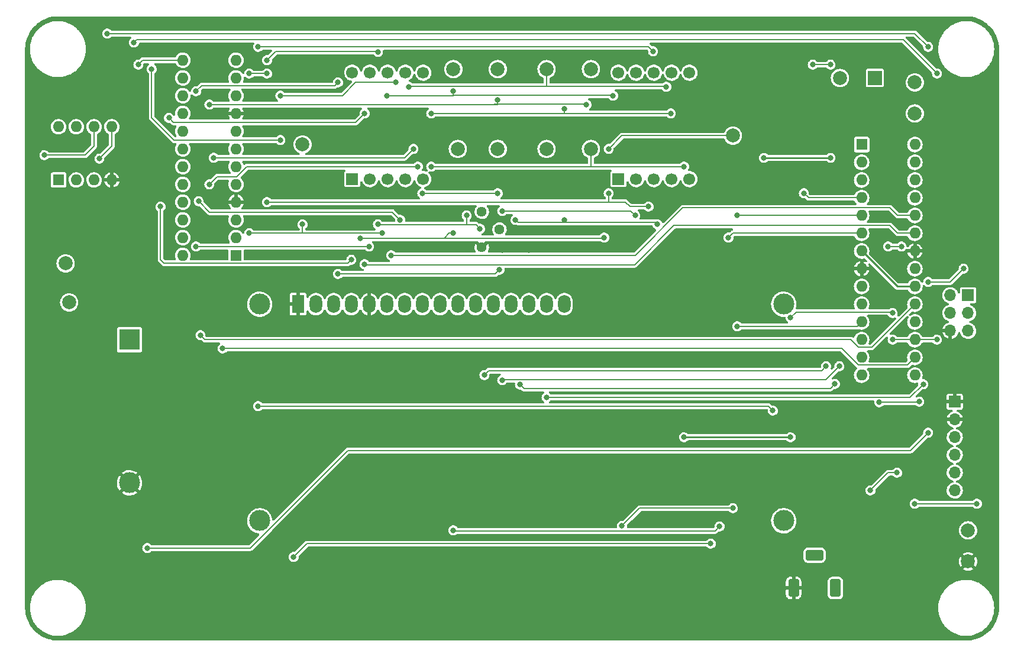
<source format=gbr>
%TF.GenerationSoftware,KiCad,Pcbnew,(6.0.5-0)*%
%TF.CreationDate,2022-07-21T14:42:38-04:00*%
%TF.ProjectId,Annahs_clock_hps,416e6e61-6873-45f6-936c-6f636b5f6870,rev?*%
%TF.SameCoordinates,PX4c4b400PY8a48640*%
%TF.FileFunction,Copper,L2,Bot*%
%TF.FilePolarity,Positive*%
%FSLAX46Y46*%
G04 Gerber Fmt 4.6, Leading zero omitted, Abs format (unit mm)*
G04 Created by KiCad (PCBNEW (6.0.5-0)) date 2022-07-21 14:42:38*
%MOMM*%
%LPD*%
G01*
G04 APERTURE LIST*
G04 Aperture macros list*
%AMRoundRect*
0 Rectangle with rounded corners*
0 $1 Rounding radius*
0 $2 $3 $4 $5 $6 $7 $8 $9 X,Y pos of 4 corners*
0 Add a 4 corners polygon primitive as box body*
4,1,4,$2,$3,$4,$5,$6,$7,$8,$9,$2,$3,0*
0 Add four circle primitives for the rounded corners*
1,1,$1+$1,$2,$3*
1,1,$1+$1,$4,$5*
1,1,$1+$1,$6,$7*
1,1,$1+$1,$8,$9*
0 Add four rect primitives between the rounded corners*
20,1,$1+$1,$2,$3,$4,$5,0*
20,1,$1+$1,$4,$5,$6,$7,0*
20,1,$1+$1,$6,$7,$8,$9,0*
20,1,$1+$1,$8,$9,$2,$3,0*%
G04 Aperture macros list end*
%TA.AperFunction,ComponentPad*%
%ADD10C,1.440000*%
%TD*%
%TA.AperFunction,ComponentPad*%
%ADD11C,2.000000*%
%TD*%
%TA.AperFunction,ComponentPad*%
%ADD12R,1.700000X1.700000*%
%TD*%
%TA.AperFunction,ComponentPad*%
%ADD13C,1.700000*%
%TD*%
%TA.AperFunction,ComponentPad*%
%ADD14R,1.600000X1.600000*%
%TD*%
%TA.AperFunction,ComponentPad*%
%ADD15O,1.600000X1.600000*%
%TD*%
%TA.AperFunction,ComponentPad*%
%ADD16R,2.000000X2.000000*%
%TD*%
%TA.AperFunction,ComponentPad*%
%ADD17C,3.000000*%
%TD*%
%TA.AperFunction,ComponentPad*%
%ADD18O,1.800000X2.600000*%
%TD*%
%TA.AperFunction,ComponentPad*%
%ADD19R,1.800000X2.600000*%
%TD*%
%TA.AperFunction,ComponentPad*%
%ADD20RoundRect,0.400000X-0.400000X0.900000X-0.400000X-0.900000X0.400000X-0.900000X0.400000X0.900000X0*%
%TD*%
%TA.AperFunction,ComponentPad*%
%ADD21RoundRect,0.400000X-0.900000X0.400000X-0.900000X-0.400000X0.900000X-0.400000X0.900000X0.400000X0*%
%TD*%
%TA.AperFunction,ComponentPad*%
%ADD22O,1.700000X1.700000*%
%TD*%
%TA.AperFunction,ComponentPad*%
%ADD23R,3.000000X3.000000*%
%TD*%
%TA.AperFunction,ViaPad*%
%ADD24C,0.812800*%
%TD*%
%TA.AperFunction,ViaPad*%
%ADD25C,0.800000*%
%TD*%
%TA.AperFunction,Conductor*%
%ADD26C,0.203200*%
%TD*%
%TA.AperFunction,Conductor*%
%ADD27C,0.250000*%
%TD*%
G04 APERTURE END LIST*
D10*
%TO.P,RV1,1,1*%
%TO.N,GND*%
X65665000Y56617500D03*
%TO.P,RV1,2,2*%
%TO.N,Net-(DS1-Pad3)*%
X68205000Y59157500D03*
%TO.P,RV1,3,3*%
%TO.N,VCC*%
X65665000Y61697500D03*
%TD*%
D11*
%TO.P,TP9,1,1*%
%TO.N,/Dig01_G*%
X67955000Y82135000D03*
%TD*%
D12*
%TO.P,U5,1,E*%
%TO.N,/Dig01_E*%
X47127000Y66387000D03*
D13*
%TO.P,U5,2,D*%
%TO.N,/Dig01_D*%
X49667000Y66387000D03*
%TO.P,U5,3,CC*%
%TO.N,/Dig0_Com*%
X52207000Y66387000D03*
%TO.P,U5,4,C*%
%TO.N,/Dig01_C*%
X54747000Y66387000D03*
%TO.P,U5,5,DP*%
%TO.N,/Dig01_DP*%
X57287000Y66387000D03*
%TO.P,U5,6,B*%
%TO.N,/Dig01_B*%
X57287000Y81627000D03*
%TO.P,U5,7,A*%
%TO.N,/Dig01_A*%
X54747000Y81627000D03*
%TO.P,U5,8,CC*%
%TO.N,/Dig0_Com*%
X52207000Y81627000D03*
%TO.P,U5,9,F*%
%TO.N,/Dig01_F*%
X49667000Y81627000D03*
%TO.P,U5,10,G*%
%TO.N,/Dig01_G*%
X47127000Y81627000D03*
%TD*%
D11*
%TO.P,TP7,1,1*%
%TO.N,/Dig01_E*%
X62240000Y70705000D03*
%TD*%
D14*
%TO.P,U2,1,DIN*%
%TO.N,MOSI*%
X30490000Y55465000D03*
D15*
%TO.P,U2,2,DIG_0*%
%TO.N,/Dig0_Com*%
X30490000Y58005000D03*
%TO.P,U2,3,DIG_4*%
%TO.N,unconnected-(U2-Pad3)*%
X30490000Y60545000D03*
%TO.P,U2,4,GND*%
%TO.N,GND*%
X30490000Y63085000D03*
%TO.P,U2,5,DIG_6*%
%TO.N,unconnected-(U2-Pad5)*%
X30490000Y65625000D03*
%TO.P,U2,6,DIG_2*%
%TO.N,unconnected-(U2-Pad6)*%
X30490000Y68165000D03*
%TO.P,U2,7,DIG_3*%
%TO.N,unconnected-(U2-Pad7)*%
X30490000Y70705000D03*
%TO.P,U2,8,DIG_7*%
%TO.N,unconnected-(U2-Pad8)*%
X30490000Y73245000D03*
%TO.P,U2,9,GND*%
%TO.N,GND*%
X30490000Y75785000D03*
%TO.P,U2,10,DIG_5*%
%TO.N,unconnected-(U2-Pad10)*%
X30490000Y78325000D03*
%TO.P,U2,11,DIG_1*%
%TO.N,/Dig1_Com*%
X30490000Y80865000D03*
%TO.P,U2,12,LOAD*%
%TO.N,MAX_Load*%
X30490000Y83405000D03*
%TO.P,U2,13,CLK*%
%TO.N,LED_SCK*%
X22870000Y83405000D03*
%TO.P,U2,14,SEG_A*%
%TO.N,/Dig01_A*%
X22870000Y80865000D03*
%TO.P,U2,15,SEG_F*%
%TO.N,/Dig01_F*%
X22870000Y78325000D03*
%TO.P,U2,16,SEG_B*%
%TO.N,/Dig01_B*%
X22870000Y75785000D03*
%TO.P,U2,17,SEG_G*%
%TO.N,/Dig01_G*%
X22870000Y73245000D03*
%TO.P,U2,18,ISET*%
%TO.N,Net-(R10-Pad2)*%
X22870000Y70705000D03*
%TO.P,U2,19,V+*%
%TO.N,VCC*%
X22870000Y68165000D03*
%TO.P,U2,20,SEG_C*%
%TO.N,/Dig01_C*%
X22870000Y65625000D03*
%TO.P,U2,21,SEG_E*%
%TO.N,/Dig01_E*%
X22870000Y63085000D03*
%TO.P,U2,22,SEG_DP*%
%TO.N,/Dig01_DP*%
X22870000Y60545000D03*
%TO.P,U2,23,SEG_D*%
%TO.N,/Dig01_D*%
X22870000Y58005000D03*
%TO.P,U2,24,DOUT*%
%TO.N,unconnected-(U2-Pad24)*%
X22870000Y55465000D03*
%TD*%
D11*
%TO.P,TP5,1,1*%
%TO.N,/Dig01_C*%
X74940000Y70705000D03*
%TD*%
%TO.P,TP16,1,1*%
%TO.N,RTC_SDA*%
X6614000Y48734000D03*
%TD*%
%TO.P,TP14,1,1*%
%TO.N,VCC*%
X127645000Y80230000D03*
%TD*%
%TO.P,TP15,1,1*%
%TO.N,RTC_SCL*%
X6106000Y54322000D03*
%TD*%
%TO.P,TP10,1,1*%
%TO.N,/Dig01_DP*%
X81290000Y70705000D03*
%TD*%
D14*
%TO.P,U1,1,X1*%
%TO.N,/RTC_XTAL1*%
X5100000Y66260000D03*
D15*
%TO.P,U1,2,X2*%
%TO.N,/RTC_XTAL2*%
X7640000Y66260000D03*
%TO.P,U1,3,VBAT*%
%TO.N,/VBAT*%
X10180000Y66260000D03*
%TO.P,U1,4,GND*%
%TO.N,GND*%
X12720000Y66260000D03*
%TO.P,U1,5,SDA*%
%TO.N,RTC_SDA*%
X12720000Y73880000D03*
%TO.P,U1,6,SCL*%
%TO.N,RTC_SCL*%
X10180000Y73880000D03*
%TO.P,U1,7,SQW/OUT*%
%TO.N,unconnected-(U1-Pad7)*%
X7640000Y73880000D03*
%TO.P,U1,8,VCC*%
%TO.N,VCC*%
X5100000Y73880000D03*
%TD*%
D11*
%TO.P,TP4,1,1*%
%TO.N,/Dig01_B*%
X81290000Y82135000D03*
%TD*%
%TO.P,BZ1,2,+*%
%TO.N,Net-(BZ1-Pad2)*%
X116930000Y80865000D03*
D16*
%TO.P,BZ1,1,-*%
%TO.N,VCC*%
X121930000Y80865000D03*
%TD*%
D11*
%TO.P,TP1,1,1*%
%TO.N,/Dig1_Com*%
X101610000Y72610000D03*
%TD*%
%TO.P,TP6,1,1*%
%TO.N,/Dig01_D*%
X67955000Y70705000D03*
%TD*%
%TO.P,TP2,1,1*%
%TO.N,VCC*%
X135265000Y16095000D03*
%TD*%
%TO.P,TP3,1,1*%
%TO.N,/Dig01_A*%
X74940000Y82135000D03*
%TD*%
%TO.P,TP13,1,1*%
%TO.N,Net-(BZ1-Pad2)*%
X127645000Y75785000D03*
%TD*%
%TO.P,TP11,1,1*%
%TO.N,/Dig0_Com*%
X40015000Y71340000D03*
%TD*%
%TO.P,TP8,1,1*%
%TO.N,/Dig01_F*%
X61605000Y82135000D03*
%TD*%
D12*
%TO.P,U4,1,E*%
%TO.N,/Dig01_E*%
X85227000Y66387000D03*
D13*
%TO.P,U4,2,D*%
%TO.N,/Dig01_D*%
X87767000Y66387000D03*
%TO.P,U4,3,CC*%
%TO.N,/Dig1_Com*%
X90307000Y66387000D03*
%TO.P,U4,4,C*%
%TO.N,/Dig01_C*%
X92847000Y66387000D03*
%TO.P,U4,5,DP*%
%TO.N,/Dig01_DP*%
X95387000Y66387000D03*
%TO.P,U4,6,B*%
%TO.N,/Dig01_B*%
X95387000Y81627000D03*
%TO.P,U4,7,A*%
%TO.N,/Dig01_A*%
X92847000Y81627000D03*
%TO.P,U4,8,CC*%
%TO.N,/Dig1_Com*%
X90307000Y81627000D03*
%TO.P,U4,9,F*%
%TO.N,/Dig01_F*%
X87767000Y81627000D03*
%TO.P,U4,10,G*%
%TO.N,/Dig01_G*%
X85227000Y81627000D03*
%TD*%
D14*
%TO.P,UI1,1,~{RESET}/PC6*%
%TO.N,~{RESET}*%
X120035000Y71330000D03*
D15*
%TO.P,UI1,2,PD0*%
%TO.N,RXD*%
X120035000Y68790000D03*
%TO.P,UI1,3,PD1*%
%TO.N,TXD*%
X120035000Y66250000D03*
%TO.P,UI1,4,PD2*%
%TO.N,Buzzer*%
X120035000Y63710000D03*
%TO.P,UI1,5,PD3*%
%TO.N,Down_SW*%
X120035000Y61170000D03*
%TO.P,UI1,6,PD4*%
%TO.N,Up_SW*%
X120035000Y58630000D03*
%TO.P,UI1,7,VCC*%
%TO.N,VCC*%
X120035000Y56090000D03*
%TO.P,UI1,8,GND*%
%TO.N,GND*%
X120035000Y53550000D03*
%TO.P,UI1,9,XTAL1/PB6*%
%TO.N,/Clk_Crystal1*%
X120035000Y51010000D03*
%TO.P,UI1,10,XTAL2/PB7*%
%TO.N,/Clk_Crystal2*%
X120035000Y48470000D03*
%TO.P,UI1,11,PD5*%
%TO.N,Select_SW*%
X120035000Y45930000D03*
%TO.P,UI1,12,PD6*%
%TO.N,LCD_D4*%
X120035000Y43390000D03*
%TO.P,UI1,13,PD7*%
%TO.N,LCD_D5*%
X120035000Y40850000D03*
%TO.P,UI1,14,PB0*%
%TO.N,LCD_D6*%
X120035000Y38310000D03*
%TO.P,UI1,15,PB1*%
%TO.N,LCD_D7*%
X127655000Y38310000D03*
%TO.P,UI1,16,PB2*%
%TO.N,MAX_Load*%
X127655000Y40850000D03*
%TO.P,UI1,17,PB3*%
%TO.N,MOSI*%
X127655000Y43390000D03*
%TO.P,UI1,18,PB4*%
%TO.N,MISO*%
X127655000Y45930000D03*
%TO.P,UI1,19,PB5*%
%TO.N,LED_SCK*%
X127655000Y48470000D03*
%TO.P,UI1,20,AVCC*%
%TO.N,VCC*%
X127655000Y51010000D03*
%TO.P,UI1,21,AREF*%
%TO.N,/AREF*%
X127655000Y53550000D03*
%TO.P,UI1,22,GND*%
%TO.N,GND*%
X127655000Y56090000D03*
%TO.P,UI1,23,PC0*%
%TO.N,LCD_RS*%
X127655000Y58630000D03*
%TO.P,UI1,24,PC1*%
%TO.N,LCD_E*%
X127655000Y61170000D03*
%TO.P,UI1,25,PC2*%
%TO.N,unconnected-(UI1-Pad25)*%
X127655000Y63710000D03*
%TO.P,UI1,26,PC3*%
%TO.N,unconnected-(UI1-Pad26)*%
X127655000Y66250000D03*
%TO.P,UI1,27,PC4*%
%TO.N,RTC_SDA*%
X127655000Y68790000D03*
%TO.P,UI1,28,PC5*%
%TO.N,RTC_SCL*%
X127655000Y71330000D03*
%TD*%
D17*
%TO.P,DS1,*%
%TO.N,*%
X108880000Y48480000D03*
X108879480Y17479300D03*
X33880900Y17479300D03*
X33880900Y48480000D03*
D18*
%TO.P,DS1,16,LED(-)*%
%TO.N,Net-(DS1-Pad16)*%
X77480000Y48480000D03*
%TO.P,DS1,15,LED(+)*%
%TO.N,Net-(DS1-Pad15)*%
X74940000Y48480000D03*
%TO.P,DS1,14,D7*%
%TO.N,LCD_D7*%
X72400000Y48480000D03*
%TO.P,DS1,13,D6*%
%TO.N,LCD_D6*%
X69860000Y48480000D03*
%TO.P,DS1,12,D5*%
%TO.N,LCD_D5*%
X67320000Y48480000D03*
%TO.P,DS1,11,D4*%
%TO.N,LCD_D4*%
X64780000Y48480000D03*
%TO.P,DS1,10,D3*%
%TO.N,unconnected-(DS1-Pad10)*%
X62240000Y48480000D03*
%TO.P,DS1,9,D2*%
%TO.N,unconnected-(DS1-Pad9)*%
X59700000Y48480000D03*
%TO.P,DS1,8,D1*%
%TO.N,unconnected-(DS1-Pad8)*%
X57160000Y48480000D03*
%TO.P,DS1,7,D0*%
%TO.N,unconnected-(DS1-Pad7)*%
X54620000Y48480000D03*
%TO.P,DS1,6,E*%
%TO.N,LCD_E*%
X52080000Y48480000D03*
%TO.P,DS1,5,R/W*%
%TO.N,GND*%
X49540000Y48480000D03*
%TO.P,DS1,4,RS*%
%TO.N,LCD_RS*%
X47000000Y48480000D03*
%TO.P,DS1,3,VO*%
%TO.N,Net-(DS1-Pad3)*%
X44460000Y48480000D03*
%TO.P,DS1,2,VDD*%
%TO.N,VCC*%
X41920000Y48480000D03*
D19*
%TO.P,DS1,1,VSS*%
%TO.N,GND*%
X39380000Y48480000D03*
%TD*%
D20*
%TO.P,J2,1,POLE*%
%TO.N,Net-(C6-Pad1)*%
X116294000Y7840000D03*
%TO.P,J2,2,OUT*%
%TO.N,GND*%
X110294000Y7840000D03*
D21*
%TO.P,J2,3,OUT*%
%TO.N,unconnected-(J2-Pad3)*%
X113294000Y12540000D03*
%TD*%
D22*
%TO.P,J1,6,Pin_6*%
%TO.N,Net-(C3-Pad2)*%
X133360000Y21810000D03*
%TO.P,J1,5,Pin_5*%
%TO.N,Net-(J1-Pad5)*%
X133360000Y24350000D03*
%TO.P,J1,4,Pin_4*%
%TO.N,Net-(J1-Pad4)*%
X133360000Y26890000D03*
%TO.P,J1,3,Pin_3*%
%TO.N,unconnected-(J1-Pad3)*%
X133360000Y29430000D03*
%TO.P,J1,2,Pin_2*%
%TO.N,GND*%
X133360000Y31970000D03*
D12*
%TO.P,J1,1,Pin_1*%
X133360000Y34510000D03*
%TD*%
%TO.P,J3,1,Pin_1*%
%TO.N,MISO*%
X135265000Y49750000D03*
D22*
%TO.P,J3,2,Pin_2*%
%TO.N,VCC*%
X132725000Y49750000D03*
%TO.P,J3,3,Pin_3*%
%TO.N,LED_SCK*%
X135265000Y47210000D03*
%TO.P,J3,4,Pin_4*%
%TO.N,MOSI*%
X132725000Y47210000D03*
%TO.P,J3,5,Pin_5*%
%TO.N,~{RESET}*%
X135265000Y44670000D03*
%TO.P,J3,6,Pin_6*%
%TO.N,GND*%
X132725000Y44670000D03*
%TD*%
D11*
%TO.P,TP12,1,1*%
%TO.N,GND*%
X135265000Y11650000D03*
%TD*%
D23*
%TO.P,BT1,1,+*%
%TO.N,/VBAT*%
X15250000Y43400000D03*
D17*
%TO.P,BT1,2,-*%
%TO.N,GND*%
X15250000Y22910000D03*
%TD*%
D24*
%TO.N,GND*%
X109230000Y80230000D03*
D25*
X133360000Y41495000D03*
D24*
X113675000Y31335000D03*
X125613000Y17365000D03*
X68590000Y56172500D03*
X20330000Y80865000D03*
X76210000Y8475000D03*
X72400000Y56172500D03*
D25*
X117000000Y52000000D03*
D24*
X133000000Y54195000D03*
X52080000Y10380000D03*
X135900000Y62450000D03*
D25*
X101610000Y52290000D03*
D24*
X16520000Y9110000D03*
X125398000Y5300000D03*
X84465000Y52290000D03*
X76210000Y65625000D03*
X99705000Y7840000D03*
D25*
%TO.N,~{RESET}*%
X115580000Y69435000D03*
X106055000Y69435000D03*
D24*
X136535000Y19905000D03*
D25*
X109865000Y29430000D03*
X94625000Y29430000D03*
D24*
X127645000Y19905000D03*
%TO.N,Net-(C3-Pad2)*%
X125105000Y24350000D03*
X121295000Y21810000D03*
%TO.N,LED_SCK*%
X134630000Y53560000D03*
X129550000Y51655000D03*
X25410000Y44035000D03*
X16520000Y82770000D03*
%TO.N,Down_SW*%
X98435000Y14190000D03*
X102245000Y61180000D03*
X38745000Y12285000D03*
%TO.N,Select_SW*%
X85735000Y16730000D03*
X102245000Y45305000D03*
X101610000Y19270000D03*
%TO.N,Up_SW*%
X100975000Y58005000D03*
X61605000Y16095000D03*
X99705000Y16654300D03*
%TO.N,LCD_RS*%
X48905000Y54195000D03*
%TO.N,LCD_E*%
X52715000Y55465000D03*
%TO.N,LCD_D4*%
X114945000Y39590000D03*
X66050000Y38320000D03*
%TO.N,Net-(DS1-Pad3)*%
X68205000Y53408599D03*
X45095000Y52807500D03*
%TO.N,LCD_D5*%
X68590000Y37609300D03*
X116850000Y39590000D03*
%TO.N,LCD_D6*%
X71130000Y36974300D03*
X116215000Y37050000D03*
%TO.N,TXD*%
X122565000Y34437500D03*
X128280000Y34510000D03*
%TO.N,RXD*%
X125740000Y56735000D03*
X123835000Y56735000D03*
%TO.N,MISO*%
X17790001Y13555000D03*
X129550000Y30065000D03*
%TO.N,LCD_D7*%
X74940000Y35145000D03*
X128839300Y37018250D03*
%TO.N,MOSI*%
X107325000Y33240000D03*
X33665000Y33875000D03*
X124470000Y43400000D03*
X109865000Y46575000D03*
X124470000Y47210000D03*
D25*
X130820000Y43400000D03*
D24*
%TO.N,RTC_SDA*%
X15885000Y85945000D03*
D25*
X10932000Y69308000D03*
D24*
X130820000Y81500000D03*
%TO.N,/Dig1_Com*%
X83830000Y70705000D03*
X83830000Y64355000D03*
X34935000Y81500000D03*
X33665000Y85310000D03*
X32395000Y81500000D03*
X89545000Y62450000D03*
X90180000Y84675000D03*
X34935000Y63085000D03*
%TO.N,/Dig01_A*%
X53350000Y80230000D03*
X92085000Y79595000D03*
X36840000Y71975000D03*
X36840000Y78325000D03*
X55255000Y79595000D03*
X18425000Y82135000D03*
%TO.N,/Dig01_F*%
X52080000Y78325000D03*
X48905000Y75785000D03*
X84465000Y78325000D03*
X20889300Y75150000D03*
X61605000Y78960000D03*
%TO.N,/Dig01_B*%
X58430000Y75785000D03*
X55890000Y70705000D03*
X27315000Y69435000D03*
X92720000Y75785000D03*
X77480000Y76420000D03*
%TO.N,/Dig01_G*%
X26680000Y77055000D03*
X24775000Y78960000D03*
X45095000Y80230000D03*
X67955000Y77690000D03*
X80655000Y77055000D03*
%TO.N,/Dig01_C*%
X53985000Y60545000D03*
X67955000Y64355000D03*
X25156000Y63212000D03*
X77480000Y60545000D03*
X70495000Y60545000D03*
X90815000Y59910000D03*
X57160000Y64355000D03*
%TO.N,/Dig01_E*%
X19695000Y62450000D03*
X48270000Y57929300D03*
X47000000Y54830000D03*
X61605000Y58640000D03*
X83195000Y58005000D03*
%TO.N,/Dig01_DP*%
X56525000Y68165000D03*
X94625000Y68165000D03*
X26680000Y65625000D03*
X58430000Y68165000D03*
%TO.N,/Dig0_Com*%
X40015000Y59910000D03*
X50810000Y84599300D03*
X32395000Y58640000D03*
X51445000Y58640000D03*
X34935000Y83405000D03*
%TO.N,/Dig01_D*%
X49540000Y56735000D03*
X65415000Y59275000D03*
X68590000Y61815000D03*
X50810000Y59910000D03*
X24775000Y56735000D03*
X63510000Y61180000D03*
X87640000Y61180000D03*
%TO.N,RTC_SCL*%
X129550000Y85310000D03*
X12075000Y87215000D03*
D25*
X3058000Y69816000D03*
D24*
%TO.N,Buzzer*%
X111770000Y64355000D03*
%TO.N,MAX_Load*%
X28585000Y42130000D03*
%TO.N,Net-(BZ1-Pad2)*%
X113040000Y82770000D03*
X115580000Y82770000D03*
%TD*%
D26*
%TO.N,GND*%
X69152500Y56735000D02*
X68590000Y56172500D01*
X71837500Y56735000D02*
X69152500Y56735000D01*
X72400000Y56172500D02*
X71837500Y56735000D01*
D27*
%TO.N,VCC*%
X125115000Y51010000D02*
X120035000Y56090000D01*
X127655000Y51010000D02*
X125115000Y51010000D01*
%TO.N,~{RESET}*%
X106055000Y69435000D02*
X115580000Y69435000D01*
X109865000Y29430000D02*
X94625000Y29430000D01*
D26*
X127645000Y19905000D02*
X136535000Y19905000D01*
%TO.N,Net-(C3-Pad2)*%
X121295000Y21810000D02*
X123835000Y24350000D01*
X123835000Y24350000D02*
X125105000Y24350000D01*
%TO.N,LED_SCK*%
X134630000Y53560000D02*
X132725000Y51655000D01*
X22870000Y83405000D02*
X17155000Y83405000D01*
X121473889Y42288889D02*
X127655000Y48470000D01*
X17155000Y83405000D02*
X16520000Y82770000D01*
X25410000Y44035000D02*
X26045000Y43400000D01*
X119578904Y42288889D02*
X121473889Y42288889D01*
X132725000Y51655000D02*
X129550000Y51655000D01*
X118467793Y43400000D02*
X119578904Y42288889D01*
X26045000Y43400000D02*
X118467793Y43400000D01*
%TO.N,Down_SW*%
X102255000Y61170000D02*
X102245000Y61180000D01*
X38745000Y12285000D02*
X40650000Y14190000D01*
X120035000Y61170000D02*
X102255000Y61170000D01*
X40650000Y14190000D02*
X98435000Y14190000D01*
%TO.N,Select_SW*%
X120035000Y45930000D02*
X119410000Y45305000D01*
X88275000Y19270000D02*
X101610000Y19270000D01*
X119410000Y45305000D02*
X102245000Y45305000D01*
X85735000Y16730000D02*
X88275000Y19270000D01*
%TO.N,Up_SW*%
X101600000Y58630000D02*
X100975000Y58005000D01*
X61680701Y16019299D02*
X99069999Y16019299D01*
X61605000Y16095000D02*
X61680701Y16019299D01*
X99069999Y16019299D02*
X99705000Y16654300D01*
X120035000Y58630000D02*
X101600000Y58630000D01*
%TO.N,LCD_RS*%
X48980701Y54119299D02*
X87564299Y54119299D01*
X124086389Y59734311D02*
X125190700Y58630000D01*
X125190700Y58630000D02*
X127655000Y58630000D01*
X87564299Y54119299D02*
X93179311Y59734311D01*
X93179311Y59734311D02*
X124086389Y59734311D01*
X48905000Y54195000D02*
X48980701Y54119299D01*
%TO.N,LCD_E*%
X124086389Y62274311D02*
X125190700Y61170000D01*
X94449311Y62274311D02*
X124086389Y62274311D01*
X52715000Y55465000D02*
X87640000Y55465000D01*
X125190700Y61170000D02*
X127655000Y61170000D01*
X87640000Y55465000D02*
X94449311Y62274311D01*
%TO.N,LCD_D4*%
X66685000Y38955000D02*
X114310000Y38955000D01*
X114310000Y38955000D02*
X114945000Y39590000D01*
X66050000Y38320000D02*
X66685000Y38955000D01*
%TO.N,Net-(DS1-Pad3)*%
X68205000Y53408599D02*
X67603901Y52807500D01*
X67603901Y52807500D02*
X45095000Y52807500D01*
%TO.N,LCD_D5*%
X68665700Y37685000D02*
X68590000Y37609300D01*
X114945000Y37685000D02*
X68665700Y37685000D01*
X116850000Y39590000D02*
X114945000Y37685000D01*
%TO.N,LCD_D6*%
X71689300Y36415000D02*
X71130000Y36974300D01*
X115580000Y36415000D02*
X71689300Y36415000D01*
X116215000Y37050000D02*
X115580000Y36415000D01*
%TO.N,TXD*%
X128280000Y34510000D02*
X128207500Y34437500D01*
X128207500Y34437500D02*
X122565000Y34437500D01*
%TO.N,RXD*%
X125740000Y56735000D02*
X123835000Y56735000D01*
%TO.N,MISO*%
X129550000Y30065000D02*
X127010000Y27525000D01*
X46473757Y27525000D02*
X32503757Y13555000D01*
X32503757Y13555000D02*
X17790001Y13555000D01*
X127010000Y27525000D02*
X46473757Y27525000D01*
%TO.N,LCD_D7*%
X128839300Y37018250D02*
X126966050Y35145000D01*
X126966050Y35145000D02*
X74940000Y35145000D01*
%TO.N,MOSI*%
X109865000Y46575000D02*
X110655689Y47365689D01*
X106690000Y33875000D02*
X107325000Y33240000D01*
X130810000Y43390000D02*
X130820000Y43400000D01*
X110655689Y47365689D02*
X124314311Y47365689D01*
X33665000Y33875000D02*
X106690000Y33875000D01*
X124314311Y47365689D02*
X124470000Y47210000D01*
X127655000Y43390000D02*
X130810000Y43390000D01*
X124480000Y43390000D02*
X124470000Y43400000D01*
X127655000Y43390000D02*
X124480000Y43390000D01*
%TO.N,RTC_SDA*%
X12720000Y73880000D02*
X12720000Y71096000D01*
X125969090Y86350910D02*
X130820000Y81500000D01*
X12720000Y71096000D02*
X10932000Y69308000D01*
X16290910Y86350910D02*
X125969090Y86350910D01*
X15885000Y85945000D02*
X16290910Y86350910D01*
%TO.N,/Dig1_Com*%
X85735000Y72610000D02*
X83830000Y70705000D01*
X86855378Y62450000D02*
X86220378Y63085000D01*
X34935000Y81500000D02*
X32395000Y81500000D01*
X86220378Y63085000D02*
X83830000Y63085000D01*
X101610000Y72610000D02*
X85735000Y72610000D01*
X33665000Y85310000D02*
X89545000Y85310000D01*
X83830000Y64355000D02*
X83830000Y63085000D01*
X89545000Y62450000D02*
X86855378Y62450000D01*
X83830000Y63085000D02*
X34935000Y63085000D01*
X89545000Y85310000D02*
X90180000Y84675000D01*
%TO.N,/Dig01_A*%
X47635000Y80230000D02*
X45730000Y78325000D01*
X92009299Y79670701D02*
X74864299Y79670701D01*
X55330701Y79670701D02*
X55255000Y79595000D01*
X36840000Y71975000D02*
X21600000Y71975000D01*
X74940000Y82135000D02*
X74940000Y79746402D01*
X18425000Y75150000D02*
X18425000Y82135000D01*
X74864299Y79670701D02*
X55330701Y79670701D01*
X53350000Y80230000D02*
X47635000Y80230000D01*
X92085000Y79595000D02*
X92009299Y79670701D01*
X74940000Y79746402D02*
X74864299Y79670701D01*
X45730000Y78325000D02*
X36840000Y78325000D01*
X21600000Y71975000D02*
X18425000Y75150000D01*
%TO.N,/Dig01_F*%
X61680701Y78400701D02*
X61605000Y78325000D01*
X21524300Y74515000D02*
X20889300Y75150000D01*
X84465000Y78325000D02*
X84389299Y78400701D01*
X61605000Y78325000D02*
X52080000Y78325000D01*
X47635000Y74515000D02*
X21524300Y74515000D01*
X48905000Y75785000D02*
X47635000Y74515000D01*
X61605000Y78960000D02*
X61605000Y78325000D01*
X84389299Y78400701D02*
X61680701Y78400701D01*
%TO.N,/Dig01_B*%
X77480000Y75785000D02*
X58430000Y75785000D01*
X55890000Y70705000D02*
X54620000Y69435000D01*
X92720000Y75785000D02*
X77480000Y75785000D01*
X77480000Y76420000D02*
X77480000Y75785000D01*
X54620000Y69435000D02*
X27315000Y69435000D01*
%TO.N,/Dig01_G*%
X80655000Y77055000D02*
X80579299Y77130701D01*
X67395701Y77130701D02*
X67320000Y77055000D01*
X45095000Y80230000D02*
X44625689Y79760689D01*
X67955000Y77055000D02*
X67320000Y77055000D01*
X67320000Y77055000D02*
X26680000Y77055000D01*
X44625689Y79760689D02*
X25575689Y79760689D01*
X25575689Y79760689D02*
X24775000Y78960000D01*
X80579299Y77130701D02*
X67395701Y77130701D01*
X67955000Y77690000D02*
X67955000Y77055000D01*
%TO.N,/Dig01_C*%
X52880689Y61649311D02*
X26718689Y61649311D01*
X90543189Y60181811D02*
X70858189Y60181811D01*
X77480000Y60545000D02*
X77480000Y60453622D01*
X70858189Y60181811D02*
X70495000Y60545000D01*
X90815000Y59910000D02*
X90543189Y60181811D01*
X53985000Y60545000D02*
X52880689Y61649311D01*
X77480000Y60453622D02*
X77208189Y60181811D01*
X67955000Y64355000D02*
X57160000Y64355000D01*
X26718689Y61649311D02*
X25156000Y63212000D01*
%TO.N,/Dig01_E*%
X61605000Y58640000D02*
X60970000Y58640000D01*
X20164311Y54360689D02*
X46530689Y54360689D01*
X60970000Y58640000D02*
X60259300Y57929300D01*
X19695000Y54830000D02*
X20164311Y54360689D01*
X83119299Y57929299D02*
X48270000Y57929300D01*
X46530689Y54360689D02*
X47000000Y54830000D01*
X19695000Y62450000D02*
X19695000Y54830000D01*
X83195000Y58005000D02*
X83119299Y57929299D01*
%TO.N,/Dig01_DP*%
X32051733Y68165000D02*
X30616044Y66729311D01*
X56525000Y68165000D02*
X32051733Y68165000D01*
X81290000Y70705000D02*
X81290000Y68165000D01*
X94625000Y68165000D02*
X81290000Y68165000D01*
X30616044Y66729311D02*
X27784311Y66729311D01*
X27784311Y66729311D02*
X26680000Y65625000D01*
X81290000Y68165000D02*
X58430000Y68165000D01*
%TO.N,/Dig0_Com*%
X36205000Y84675000D02*
X34935000Y83405000D01*
X40015000Y58640000D02*
X32395000Y58640000D01*
X50810000Y84599300D02*
X50734300Y84675000D01*
X40015000Y59910000D02*
X40015000Y58640000D01*
X50734300Y84675000D02*
X36205000Y84675000D01*
X51445000Y58640000D02*
X40015000Y58640000D01*
%TO.N,/Dig01_D*%
X63434299Y59834299D02*
X62950701Y59834299D01*
X24775000Y56735000D02*
X49540000Y56735000D01*
X87005000Y61815000D02*
X68590000Y61815000D01*
X62950701Y59834299D02*
X64855701Y59834299D01*
X63510000Y59910000D02*
X63434299Y59834299D01*
X87640000Y61180000D02*
X87005000Y61815000D01*
X63510000Y61180000D02*
X63510000Y59910000D01*
X62950701Y59834299D02*
X50885701Y59834299D01*
X64855701Y59834299D02*
X65415000Y59275000D01*
X50885701Y59834299D02*
X50810000Y59910000D01*
%TO.N,RTC_SCL*%
X10180000Y71096000D02*
X8900000Y69816000D01*
X8900000Y69816000D02*
X3058000Y69816000D01*
X12075000Y87215000D02*
X127645000Y87215000D01*
X127645000Y87215000D02*
X129550000Y85310000D01*
X10180000Y73880000D02*
X10180000Y71096000D01*
%TO.N,Buzzer*%
X120035000Y63710000D02*
X112415000Y63710000D01*
X112415000Y63710000D02*
X111770000Y64355000D01*
%TO.N,MAX_Load*%
X126553889Y39748889D02*
X119578904Y39748889D01*
X119578904Y39748889D02*
X117197793Y42130000D01*
X127655000Y40850000D02*
X126553889Y39748889D01*
X117197793Y42130000D02*
X28585000Y42130000D01*
%TO.N,Net-(BZ1-Pad2)*%
X113040000Y82770000D02*
X115580000Y82770000D01*
%TD*%
%TA.AperFunction,Conductor*%
%TO.N,GND*%
G36*
X134986332Y89692400D02*
G01*
X135000000Y89689990D01*
X135013045Y89692290D01*
X135026289Y89692290D01*
X135026289Y89692276D01*
X135037972Y89693042D01*
X135155188Y89687924D01*
X135402564Y89677123D01*
X135415721Y89675972D01*
X135808677Y89624239D01*
X135821685Y89621945D01*
X136208619Y89536164D01*
X136221377Y89532746D01*
X136599386Y89413560D01*
X136611797Y89409042D01*
X136977957Y89257373D01*
X136989928Y89251791D01*
X137341489Y89068780D01*
X137352927Y89062176D01*
X137687190Y88849227D01*
X137698009Y88841652D01*
X138012451Y88600373D01*
X138022555Y88591895D01*
X138314789Y88324112D01*
X138324112Y88314789D01*
X138591895Y88022555D01*
X138600373Y88012451D01*
X138841652Y87698009D01*
X138849227Y87687190D01*
X139062176Y87352927D01*
X139068780Y87341489D01*
X139251791Y86989928D01*
X139257373Y86977957D01*
X139409042Y86611797D01*
X139413560Y86599386D01*
X139532746Y86221377D01*
X139536164Y86208619D01*
X139621945Y85821685D01*
X139624239Y85808677D01*
X139675972Y85415721D01*
X139677123Y85402564D01*
X139693042Y85037974D01*
X139692276Y85026289D01*
X139692290Y85026289D01*
X139692290Y85013045D01*
X139689990Y85000000D01*
X139692290Y84986956D01*
X139692400Y84986332D01*
X139694700Y84960042D01*
X139694700Y5039958D01*
X139692400Y5013668D01*
X139689990Y5000000D01*
X139692290Y4986955D01*
X139692290Y4973711D01*
X139692276Y4973711D01*
X139693042Y4962026D01*
X139677123Y4597436D01*
X139675972Y4584279D01*
X139624239Y4191323D01*
X139621945Y4178315D01*
X139618677Y4163573D01*
X139540746Y3812047D01*
X139536164Y3791381D01*
X139532746Y3778623D01*
X139413560Y3400614D01*
X139409042Y3388203D01*
X139257373Y3022043D01*
X139251791Y3010072D01*
X139068780Y2658511D01*
X139062176Y2647073D01*
X138849227Y2312810D01*
X138841652Y2301991D01*
X138600373Y1987549D01*
X138591895Y1977445D01*
X138324112Y1685211D01*
X138314789Y1675888D01*
X138022555Y1408105D01*
X138012453Y1399629D01*
X138005243Y1394096D01*
X137698009Y1158348D01*
X137687190Y1150773D01*
X137352927Y937824D01*
X137341489Y931220D01*
X136989928Y748209D01*
X136977957Y742627D01*
X136611797Y590958D01*
X136599386Y586440D01*
X136221377Y467254D01*
X136208619Y463836D01*
X135821685Y378055D01*
X135808677Y375761D01*
X135415721Y324028D01*
X135402564Y322877D01*
X135155188Y312076D01*
X135037972Y306958D01*
X135026289Y307724D01*
X135026289Y307710D01*
X135013045Y307710D01*
X135000000Y310010D01*
X134986956Y307710D01*
X134986332Y307600D01*
X134960042Y305300D01*
X5039958Y305300D01*
X5013668Y307600D01*
X5013044Y307710D01*
X5000000Y310010D01*
X4986955Y307710D01*
X4973711Y307710D01*
X4973711Y307724D01*
X4962028Y306958D01*
X4844812Y312076D01*
X4597436Y322877D01*
X4584279Y324028D01*
X4191323Y375761D01*
X4178315Y378055D01*
X3791381Y463836D01*
X3778623Y467254D01*
X3400614Y586440D01*
X3388203Y590958D01*
X3022043Y742627D01*
X3010072Y748209D01*
X2658511Y931220D01*
X2647073Y937824D01*
X2312810Y1150773D01*
X2301991Y1158348D01*
X1994757Y1394096D01*
X1987547Y1399629D01*
X1977445Y1408105D01*
X1685211Y1675888D01*
X1675888Y1685211D01*
X1408105Y1977445D01*
X1399627Y1987549D01*
X1158348Y2301991D01*
X1150773Y2312810D01*
X937824Y2647073D01*
X931220Y2658511D01*
X748209Y3010072D01*
X742627Y3022043D01*
X590958Y3388203D01*
X586440Y3400614D01*
X467254Y3778623D01*
X463836Y3791381D01*
X459255Y3812047D01*
X381323Y4163573D01*
X378055Y4178315D01*
X375761Y4191323D01*
X324028Y4584279D01*
X322877Y4597436D01*
X306958Y4962026D01*
X307724Y4973711D01*
X307710Y4973711D01*
X307710Y4986955D01*
X310010Y5000000D01*
X307600Y5013668D01*
X307573Y5013981D01*
X994883Y5013981D01*
X1013974Y4609167D01*
X1014538Y4605393D01*
X1014539Y4605383D01*
X1021095Y4561517D01*
X1073876Y4208354D01*
X1074821Y4204645D01*
X1074823Y4204637D01*
X1085290Y4163573D01*
X1173975Y3815648D01*
X1185219Y3784922D01*
X1311933Y3438659D01*
X1311937Y3438650D01*
X1313248Y3435067D01*
X1314917Y3431631D01*
X1314919Y3431625D01*
X1333622Y3393108D01*
X1490268Y3070509D01*
X1703223Y2725706D01*
X1705553Y2722670D01*
X1705554Y2722668D01*
X1729618Y2691307D01*
X1949932Y2404188D01*
X1952556Y2401403D01*
X1952559Y2401400D01*
X2036042Y2312810D01*
X2227869Y2109249D01*
X2534189Y1843906D01*
X2865755Y1610877D01*
X3219173Y1412548D01*
X3590825Y1250950D01*
X3976904Y1127736D01*
X4373458Y1044169D01*
X4377256Y1043763D01*
X4377263Y1043762D01*
X4657598Y1013803D01*
X4776427Y1001104D01*
X5000173Y999932D01*
X5177857Y999002D01*
X5177858Y999002D01*
X5181685Y998982D01*
X5321355Y1012431D01*
X5581262Y1037457D01*
X5581264Y1037457D01*
X5585083Y1037825D01*
X5588839Y1038576D01*
X5588849Y1038577D01*
X5978739Y1116485D01*
X5978744Y1116486D01*
X5982491Y1117235D01*
X6175919Y1176741D01*
X6366170Y1235270D01*
X6366175Y1235272D01*
X6369839Y1236399D01*
X6743162Y1394096D01*
X6753265Y1399627D01*
X7095284Y1586878D01*
X7095288Y1586881D01*
X7098637Y1588714D01*
X7134095Y1613083D01*
X7429467Y1816086D01*
X7432626Y1818257D01*
X7435547Y1820734D01*
X7435552Y1820738D01*
X7738788Y2077902D01*
X7741708Y2080378D01*
X7954971Y2301991D01*
X8020073Y2369642D01*
X8020077Y2369646D01*
X8022718Y2372391D01*
X8272781Y2691307D01*
X8383889Y2867063D01*
X8487284Y3030617D01*
X8487290Y3030628D01*
X8489334Y3033861D01*
X8670162Y3396546D01*
X8813412Y3775647D01*
X8917619Y4167284D01*
X8919386Y4178315D01*
X8981108Y4563655D01*
X8981109Y4563662D01*
X8981715Y4567447D01*
X8983903Y4605383D01*
X9004926Y4970010D01*
X9005043Y4972039D01*
X9005141Y5000000D01*
X9004433Y5013981D01*
X130994883Y5013981D01*
X131013974Y4609167D01*
X131014538Y4605393D01*
X131014539Y4605383D01*
X131021095Y4561517D01*
X131073876Y4208354D01*
X131074821Y4204645D01*
X131074823Y4204637D01*
X131085290Y4163573D01*
X131173975Y3815648D01*
X131185219Y3784922D01*
X131311933Y3438659D01*
X131311937Y3438650D01*
X131313248Y3435067D01*
X131314917Y3431631D01*
X131314919Y3431625D01*
X131333622Y3393108D01*
X131490268Y3070509D01*
X131703223Y2725706D01*
X131705553Y2722670D01*
X131705554Y2722668D01*
X131729618Y2691307D01*
X131949932Y2404188D01*
X131952556Y2401403D01*
X131952559Y2401400D01*
X132036042Y2312810D01*
X132227869Y2109249D01*
X132534189Y1843906D01*
X132865755Y1610877D01*
X133219173Y1412548D01*
X133590825Y1250950D01*
X133976904Y1127736D01*
X134373458Y1044169D01*
X134377256Y1043763D01*
X134377263Y1043762D01*
X134657598Y1013803D01*
X134776427Y1001104D01*
X135000173Y999932D01*
X135177857Y999002D01*
X135177858Y999002D01*
X135181685Y998982D01*
X135321355Y1012431D01*
X135581262Y1037457D01*
X135581264Y1037457D01*
X135585083Y1037825D01*
X135588839Y1038576D01*
X135588849Y1038577D01*
X135978739Y1116485D01*
X135978744Y1116486D01*
X135982491Y1117235D01*
X136175919Y1176741D01*
X136366170Y1235270D01*
X136366175Y1235272D01*
X136369839Y1236399D01*
X136743162Y1394096D01*
X136753265Y1399627D01*
X137095284Y1586878D01*
X137095288Y1586881D01*
X137098637Y1588714D01*
X137134095Y1613083D01*
X137429467Y1816086D01*
X137432626Y1818257D01*
X137435547Y1820734D01*
X137435552Y1820738D01*
X137738788Y2077902D01*
X137741708Y2080378D01*
X137954971Y2301991D01*
X138020073Y2369642D01*
X138020077Y2369646D01*
X138022718Y2372391D01*
X138272781Y2691307D01*
X138383889Y2867063D01*
X138487284Y3030617D01*
X138487290Y3030628D01*
X138489334Y3033861D01*
X138670162Y3396546D01*
X138813412Y3775647D01*
X138917619Y4167284D01*
X138919386Y4178315D01*
X138981108Y4563655D01*
X138981109Y4563662D01*
X138981715Y4567447D01*
X138983903Y4605383D01*
X139004926Y4970010D01*
X139005043Y4972039D01*
X139005141Y5000000D01*
X138984638Y5404745D01*
X138923337Y5805345D01*
X138821867Y6197701D01*
X138681267Y6577793D01*
X138502975Y6941731D01*
X138393941Y7116900D01*
X138290839Y7282542D01*
X138290834Y7282549D01*
X138288818Y7285788D01*
X138279956Y7297255D01*
X138043333Y7603409D01*
X138040989Y7606442D01*
X137762024Y7900410D01*
X137454779Y8164682D01*
X137122401Y8396552D01*
X136768293Y8593646D01*
X136758323Y8597940D01*
X136623898Y8655832D01*
X136396080Y8753947D01*
X136392431Y8755098D01*
X136392427Y8755099D01*
X136013234Y8874658D01*
X136013228Y8874659D01*
X136009573Y8875812D01*
X136005819Y8876589D01*
X136005809Y8876592D01*
X135616484Y8957217D01*
X135616476Y8957218D01*
X135612730Y8957994D01*
X135608925Y8958387D01*
X135608920Y8958388D01*
X135213416Y8999259D01*
X135209613Y8999652D01*
X135205799Y8999659D01*
X135205792Y8999659D01*
X135001109Y9000016D01*
X134804350Y9000359D01*
X134800535Y8999978D01*
X134800531Y8999978D01*
X134645612Y8984515D01*
X134401090Y8960109D01*
X134370233Y8953831D01*
X134007715Y8880076D01*
X134007707Y8880074D01*
X134003962Y8879312D01*
X133617032Y8758797D01*
X133244262Y8599797D01*
X133240898Y8597940D01*
X132892826Y8405794D01*
X132892822Y8405791D01*
X132889468Y8403940D01*
X132556283Y8173232D01*
X132248118Y7910034D01*
X131968128Y7617042D01*
X131965782Y7614029D01*
X131965779Y7614025D01*
X131940684Y7581788D01*
X131719181Y7297255D01*
X131503824Y6953947D01*
X131502127Y6950513D01*
X131502124Y6950508D01*
X131436939Y6818616D01*
X131324263Y6590633D01*
X131322921Y6587043D01*
X131322919Y6587039D01*
X131212783Y6292466D01*
X131182337Y6211034D01*
X131079498Y5819036D01*
X131016800Y5418651D01*
X131016592Y5414820D01*
X131016592Y5414815D01*
X131009170Y5277770D01*
X130994883Y5013981D01*
X9004433Y5013981D01*
X8984638Y5404745D01*
X8923337Y5805345D01*
X8821867Y6197701D01*
X8681267Y6577793D01*
X8529725Y6887127D01*
X109189201Y6887127D01*
X109189518Y6880212D01*
X109195177Y6818614D01*
X109198314Y6802953D01*
X109244195Y6656546D01*
X109251655Y6640023D01*
X109330565Y6509728D01*
X109341749Y6495464D01*
X109449464Y6387749D01*
X109463728Y6376565D01*
X109594023Y6297655D01*
X109610546Y6290195D01*
X109756951Y6244314D01*
X109772616Y6241177D01*
X109834214Y6235517D01*
X109841124Y6235200D01*
X110020067Y6235200D01*
X110035788Y6239412D01*
X110040000Y6255133D01*
X110040000Y6255134D01*
X110548000Y6255134D01*
X110552212Y6239413D01*
X110567933Y6235201D01*
X110746873Y6235201D01*
X110753788Y6235518D01*
X110815386Y6241177D01*
X110831047Y6244314D01*
X110977454Y6290195D01*
X110993977Y6297655D01*
X111124272Y6376565D01*
X111138536Y6387749D01*
X111246251Y6495464D01*
X111257435Y6509728D01*
X111336345Y6640023D01*
X111343805Y6656546D01*
X111389686Y6802951D01*
X111392823Y6818616D01*
X111398483Y6880214D01*
X111398640Y6883626D01*
X115188700Y6883626D01*
X115195417Y6810525D01*
X115246466Y6647627D01*
X115251195Y6639819D01*
X115251196Y6639816D01*
X115283159Y6587039D01*
X115334898Y6501608D01*
X115455608Y6380898D01*
X115463417Y6376169D01*
X115593816Y6297196D01*
X115593819Y6297195D01*
X115601627Y6292466D01*
X115718823Y6255739D01*
X115755281Y6244314D01*
X115764525Y6241417D01*
X115837626Y6234700D01*
X116750374Y6234700D01*
X116823475Y6241417D01*
X116832720Y6244314D01*
X116869177Y6255739D01*
X116986373Y6292466D01*
X116994181Y6297195D01*
X116994184Y6297196D01*
X117124583Y6376169D01*
X117132392Y6380898D01*
X117253102Y6501608D01*
X117304841Y6587039D01*
X117336804Y6639816D01*
X117336805Y6639819D01*
X117341534Y6647627D01*
X117392583Y6810525D01*
X117399300Y6883626D01*
X117399300Y8796374D01*
X117392583Y8869475D01*
X117341534Y9032373D01*
X117253102Y9178392D01*
X117132392Y9299102D01*
X117077006Y9332645D01*
X116994184Y9382804D01*
X116994181Y9382805D01*
X116986373Y9387534D01*
X116867243Y9424867D01*
X116831140Y9436181D01*
X116831139Y9436181D01*
X116823475Y9438583D01*
X116750374Y9445300D01*
X115837626Y9445300D01*
X115764525Y9438583D01*
X115756861Y9436181D01*
X115756860Y9436181D01*
X115720757Y9424867D01*
X115601627Y9387534D01*
X115593819Y9382805D01*
X115593816Y9382804D01*
X115510994Y9332645D01*
X115455608Y9299102D01*
X115334898Y9178392D01*
X115246466Y9032373D01*
X115195417Y8869475D01*
X115188700Y8796374D01*
X115188700Y6883626D01*
X111398640Y6883626D01*
X111398800Y6887124D01*
X111398800Y7566067D01*
X111394588Y7581788D01*
X111378867Y7586000D01*
X110567933Y7586000D01*
X110552212Y7581788D01*
X110548000Y7566067D01*
X110548000Y6255134D01*
X110040000Y6255134D01*
X110040000Y7566067D01*
X110035788Y7581788D01*
X110020067Y7586000D01*
X109209134Y7586000D01*
X109193413Y7581788D01*
X109189201Y7566067D01*
X109189201Y6887127D01*
X8529725Y6887127D01*
X8502975Y6941731D01*
X8393941Y7116900D01*
X8290839Y7282542D01*
X8290834Y7282549D01*
X8288818Y7285788D01*
X8279956Y7297255D01*
X8043333Y7603409D01*
X8040989Y7606442D01*
X7762024Y7900410D01*
X7513780Y8113933D01*
X109189200Y8113933D01*
X109193412Y8098212D01*
X109209133Y8094000D01*
X110020067Y8094000D01*
X110035788Y8098212D01*
X110040000Y8113933D01*
X110548000Y8113933D01*
X110552212Y8098212D01*
X110567933Y8094000D01*
X111378866Y8094000D01*
X111394587Y8098212D01*
X111398799Y8113933D01*
X111398799Y8792873D01*
X111398482Y8799788D01*
X111392823Y8861386D01*
X111389686Y8877047D01*
X111343805Y9023454D01*
X111336345Y9039977D01*
X111257435Y9170272D01*
X111246251Y9184536D01*
X111138536Y9292251D01*
X111124272Y9303435D01*
X110993977Y9382345D01*
X110977454Y9389805D01*
X110831049Y9435686D01*
X110815384Y9438823D01*
X110753786Y9444483D01*
X110746876Y9444800D01*
X110567933Y9444800D01*
X110552212Y9440588D01*
X110548000Y9424867D01*
X110548000Y8113933D01*
X110040000Y8113933D01*
X110040000Y9424866D01*
X110035788Y9440587D01*
X110020067Y9444799D01*
X109841127Y9444799D01*
X109834212Y9444482D01*
X109772614Y9438823D01*
X109756953Y9435686D01*
X109610546Y9389805D01*
X109594023Y9382345D01*
X109463728Y9303435D01*
X109449464Y9292251D01*
X109341749Y9184536D01*
X109330565Y9170272D01*
X109251655Y9039977D01*
X109244195Y9023454D01*
X109198314Y8877049D01*
X109195177Y8861384D01*
X109189517Y8799786D01*
X109189200Y8792876D01*
X109189200Y8113933D01*
X7513780Y8113933D01*
X7454779Y8164682D01*
X7122401Y8396552D01*
X6768293Y8593646D01*
X6758323Y8597940D01*
X6623898Y8655832D01*
X6396080Y8753947D01*
X6392431Y8755098D01*
X6392427Y8755099D01*
X6013234Y8874658D01*
X6013228Y8874659D01*
X6009573Y8875812D01*
X6005819Y8876589D01*
X6005809Y8876592D01*
X5616484Y8957217D01*
X5616476Y8957218D01*
X5612730Y8957994D01*
X5608925Y8958387D01*
X5608920Y8958388D01*
X5213416Y8999259D01*
X5209613Y8999652D01*
X5205799Y8999659D01*
X5205792Y8999659D01*
X5001109Y9000016D01*
X4804350Y9000359D01*
X4800535Y8999978D01*
X4800531Y8999978D01*
X4645612Y8984515D01*
X4401090Y8960109D01*
X4370233Y8953831D01*
X4007715Y8880076D01*
X4007707Y8880074D01*
X4003962Y8879312D01*
X3617032Y8758797D01*
X3244262Y8599797D01*
X3240898Y8597940D01*
X2892826Y8405794D01*
X2892822Y8405791D01*
X2889468Y8403940D01*
X2556283Y8173232D01*
X2248118Y7910034D01*
X1968128Y7617042D01*
X1965782Y7614029D01*
X1965779Y7614025D01*
X1940684Y7581788D01*
X1719181Y7297255D01*
X1503824Y6953947D01*
X1502127Y6950513D01*
X1502124Y6950508D01*
X1436939Y6818616D01*
X1324263Y6590633D01*
X1322921Y6587043D01*
X1322919Y6587039D01*
X1212783Y6292466D01*
X1182337Y6211034D01*
X1079498Y5819036D01*
X1016800Y5418651D01*
X1016592Y5414820D01*
X1016592Y5414815D01*
X1009170Y5277770D01*
X994883Y5013981D01*
X307573Y5013981D01*
X305300Y5039958D01*
X305300Y10565198D01*
X134545366Y10565198D01*
X134549409Y10558196D01*
X134604692Y10519487D01*
X134616102Y10512899D01*
X134811032Y10422001D01*
X134823417Y10417494D01*
X135031177Y10361825D01*
X135044137Y10359539D01*
X135258416Y10340792D01*
X135271584Y10340792D01*
X135485863Y10359539D01*
X135498823Y10361825D01*
X135706583Y10417494D01*
X135718968Y10422001D01*
X135913898Y10512899D01*
X135925308Y10519487D01*
X135974263Y10553765D01*
X135984725Y10566233D01*
X135981960Y10573830D01*
X135279096Y11276694D01*
X135265000Y11284832D01*
X135250904Y11276694D01*
X134553504Y10579294D01*
X134545366Y10565198D01*
X305300Y10565198D01*
X305300Y12292508D01*
X38028112Y12292508D01*
X38047015Y12121289D01*
X38050152Y12112718D01*
X38050152Y12112716D01*
X38062060Y12080177D01*
X38106213Y11959522D01*
X38111303Y11951948D01*
X38197197Y11824123D01*
X38197200Y11824119D01*
X38202290Y11816545D01*
X38329698Y11700613D01*
X38337718Y11696259D01*
X38337720Y11696257D01*
X38448877Y11635904D01*
X38481082Y11618418D01*
X38489908Y11616102D01*
X38489912Y11616101D01*
X38638873Y11577022D01*
X38638875Y11577022D01*
X38647702Y11574706D01*
X38729468Y11573421D01*
X38810809Y11572143D01*
X38810813Y11572143D01*
X38819939Y11572000D01*
X38987850Y11610457D01*
X38996005Y11614559D01*
X38996009Y11614560D01*
X39133587Y11683755D01*
X39141741Y11687856D01*
X39148678Y11693780D01*
X39148680Y11693782D01*
X39207234Y11743792D01*
X39272728Y11799729D01*
X39284812Y11816545D01*
X39367924Y11932209D01*
X39373248Y11939618D01*
X39384695Y11968092D01*
X39431139Y12083626D01*
X111688700Y12083626D01*
X111695417Y12010525D01*
X111746466Y11847627D01*
X111834898Y11701608D01*
X111955608Y11580898D01*
X112010994Y11547355D01*
X112093816Y11497196D01*
X112093819Y11497195D01*
X112101627Y11492466D01*
X112264525Y11441417D01*
X112337626Y11434700D01*
X114250374Y11434700D01*
X114323475Y11441417D01*
X114486373Y11492466D01*
X114494181Y11497195D01*
X114494184Y11497196D01*
X114577006Y11547355D01*
X114632392Y11580898D01*
X114694910Y11643416D01*
X133955792Y11643416D01*
X133974539Y11429137D01*
X133976825Y11416177D01*
X134032494Y11208417D01*
X134037001Y11196032D01*
X134127899Y11001102D01*
X134134487Y10989692D01*
X134168765Y10940737D01*
X134181233Y10930275D01*
X134188830Y10933040D01*
X134891694Y11635904D01*
X134899832Y11650000D01*
X135630168Y11650000D01*
X135638306Y11635904D01*
X136335706Y10938504D01*
X136349802Y10930366D01*
X136356804Y10934409D01*
X136395513Y10989692D01*
X136402101Y11001102D01*
X136492999Y11196032D01*
X136497506Y11208417D01*
X136553175Y11416177D01*
X136555461Y11429137D01*
X136574208Y11643416D01*
X136574208Y11656584D01*
X136555461Y11870863D01*
X136553175Y11883823D01*
X136497506Y12091583D01*
X136492999Y12103968D01*
X136402101Y12298898D01*
X136395513Y12310308D01*
X136361235Y12359263D01*
X136348767Y12369725D01*
X136341170Y12366960D01*
X135638306Y11664096D01*
X135630168Y11650000D01*
X134899832Y11650000D01*
X134891694Y11664096D01*
X134194294Y12361496D01*
X134180198Y12369634D01*
X134173196Y12365591D01*
X134134487Y12310308D01*
X134127899Y12298898D01*
X134037001Y12103968D01*
X134032494Y12091583D01*
X133976825Y11883823D01*
X133974539Y11870863D01*
X133955792Y11656584D01*
X133955792Y11643416D01*
X114694910Y11643416D01*
X114753102Y11701608D01*
X114841534Y11847627D01*
X114892583Y12010525D01*
X114899300Y12083626D01*
X114899300Y12733767D01*
X134545275Y12733767D01*
X134548040Y12726170D01*
X135250904Y12023306D01*
X135265000Y12015168D01*
X135279096Y12023306D01*
X135976496Y12720706D01*
X135984634Y12734802D01*
X135980591Y12741804D01*
X135925308Y12780513D01*
X135913898Y12787101D01*
X135718968Y12877999D01*
X135706583Y12882506D01*
X135498823Y12938175D01*
X135485863Y12940461D01*
X135271584Y12959208D01*
X135258416Y12959208D01*
X135044137Y12940461D01*
X135031177Y12938175D01*
X134823417Y12882506D01*
X134811032Y12877999D01*
X134616102Y12787101D01*
X134604692Y12780513D01*
X134555737Y12746235D01*
X134545275Y12733767D01*
X114899300Y12733767D01*
X114899300Y12996374D01*
X114892583Y13069475D01*
X114841534Y13232373D01*
X114753102Y13378392D01*
X114632392Y13499102D01*
X114527696Y13562508D01*
X114494184Y13582804D01*
X114494181Y13582805D01*
X114486373Y13587534D01*
X114323475Y13638583D01*
X114250374Y13645300D01*
X112337626Y13645300D01*
X112264525Y13638583D01*
X112101627Y13587534D01*
X112093819Y13582805D01*
X112093816Y13582804D01*
X112060304Y13562508D01*
X111955608Y13499102D01*
X111834898Y13378392D01*
X111746466Y13232373D01*
X111695417Y13069475D01*
X111688700Y12996374D01*
X111688700Y12083626D01*
X39431139Y12083626D01*
X39434096Y12090983D01*
X39434096Y12090984D01*
X39437498Y12099446D01*
X39461770Y12269986D01*
X39461927Y12285000D01*
X39455505Y12338066D01*
X39466547Y12415652D01*
X39498752Y12463309D01*
X40774199Y13738756D01*
X40842070Y13777941D01*
X40881255Y13783100D01*
X97771290Y13783100D01*
X97846990Y13762816D01*
X97885900Y13730627D01*
X97887197Y13729125D01*
X97892290Y13721545D01*
X97899041Y13715402D01*
X97899042Y13715401D01*
X97917283Y13698803D01*
X98019698Y13605613D01*
X98027718Y13601259D01*
X98027720Y13601257D01*
X98082421Y13571557D01*
X98171082Y13523418D01*
X98179908Y13521102D01*
X98179912Y13521101D01*
X98328873Y13482022D01*
X98328875Y13482022D01*
X98337702Y13479706D01*
X98419468Y13478421D01*
X98500809Y13477143D01*
X98500813Y13477143D01*
X98509939Y13477000D01*
X98677850Y13515457D01*
X98686005Y13519559D01*
X98686009Y13519560D01*
X98823587Y13588755D01*
X98831741Y13592856D01*
X98838678Y13598780D01*
X98838680Y13598782D01*
X98897235Y13648793D01*
X98962728Y13704729D01*
X98974812Y13721545D01*
X99057924Y13837209D01*
X99063248Y13844618D01*
X99083013Y13893784D01*
X99124096Y13995983D01*
X99124096Y13995984D01*
X99127498Y14004446D01*
X99151770Y14174986D01*
X99151927Y14190000D01*
X99131232Y14361011D01*
X99070343Y14522149D01*
X98972775Y14664112D01*
X98844160Y14778704D01*
X98832810Y14784714D01*
X98699992Y14855037D01*
X98691924Y14859309D01*
X98524855Y14901274D01*
X98515733Y14901322D01*
X98515731Y14901322D01*
X98433937Y14901750D01*
X98352598Y14902176D01*
X98185099Y14861963D01*
X98032027Y14782956D01*
X98012402Y14765836D01*
X97909096Y14675718D01*
X97909092Y14675714D01*
X97902219Y14669718D01*
X97896972Y14662252D01*
X97896263Y14661243D01*
X97895457Y14660569D01*
X97890864Y14655468D01*
X97890138Y14656122D01*
X97836140Y14610973D01*
X97772396Y14596900D01*
X40585554Y14596900D01*
X40574222Y14593218D01*
X40566051Y14590563D01*
X40542955Y14585018D01*
X40522694Y14581809D01*
X40512080Y14576401D01*
X40512074Y14576399D01*
X40504418Y14572498D01*
X40482475Y14563409D01*
X40474302Y14560753D01*
X40474300Y14560752D01*
X40462968Y14557070D01*
X40453329Y14550066D01*
X40453326Y14550065D01*
X40446375Y14545015D01*
X40426117Y14532601D01*
X40418472Y14528706D01*
X40418466Y14528701D01*
X40407849Y14523292D01*
X38925264Y13040707D01*
X38857393Y13001522D01*
X38817417Y12996365D01*
X38662598Y12997176D01*
X38495099Y12956963D01*
X38342027Y12877956D01*
X38335147Y12871955D01*
X38335148Y12871955D01*
X38219096Y12770718D01*
X38219092Y12770714D01*
X38212219Y12764718D01*
X38113170Y12623784D01*
X38050597Y12463292D01*
X38049406Y12454245D01*
X38030456Y12310308D01*
X38028112Y12292508D01*
X305300Y12292508D01*
X305300Y13562508D01*
X17073113Y13562508D01*
X17092016Y13391289D01*
X17095153Y13382718D01*
X17095153Y13382716D01*
X17099593Y13370583D01*
X17151214Y13229522D01*
X17185896Y13177910D01*
X17242198Y13094123D01*
X17242201Y13094119D01*
X17247291Y13086545D01*
X17374699Y12970613D01*
X17382719Y12966259D01*
X17382721Y12966257D01*
X17434442Y12938175D01*
X17526083Y12888418D01*
X17534909Y12886102D01*
X17534913Y12886101D01*
X17683874Y12847022D01*
X17683876Y12847022D01*
X17692703Y12844706D01*
X17774469Y12843421D01*
X17855810Y12842143D01*
X17855814Y12842143D01*
X17864940Y12842000D01*
X18032851Y12880457D01*
X18041006Y12884559D01*
X18041010Y12884560D01*
X18171633Y12950257D01*
X18186742Y12957856D01*
X18193679Y12963780D01*
X18193681Y12963782D01*
X18283748Y13040707D01*
X18317729Y13069729D01*
X18323052Y13077137D01*
X18323055Y13077140D01*
X18328738Y13085049D01*
X18389385Y13134687D01*
X18451687Y13148100D01*
X32568203Y13148100D01*
X32587706Y13154437D01*
X32610802Y13159982D01*
X32631063Y13163191D01*
X32641677Y13168599D01*
X32641683Y13168601D01*
X32649339Y13172502D01*
X32671282Y13181591D01*
X32679455Y13184247D01*
X32679457Y13184248D01*
X32690789Y13187930D01*
X32700428Y13194934D01*
X32700431Y13194935D01*
X32707382Y13199985D01*
X32727640Y13212399D01*
X32735285Y13216294D01*
X32735291Y13216299D01*
X32745908Y13221708D01*
X32837049Y13312849D01*
X35626708Y16102508D01*
X60888112Y16102508D01*
X60889114Y16093436D01*
X60905910Y15941300D01*
X60907015Y15931289D01*
X60966213Y15769522D01*
X60971303Y15761948D01*
X61057197Y15634123D01*
X61057200Y15634119D01*
X61062290Y15626545D01*
X61189698Y15510613D01*
X61197718Y15506259D01*
X61197720Y15506257D01*
X61320014Y15439857D01*
X61341082Y15428418D01*
X61349908Y15426102D01*
X61349912Y15426101D01*
X61498873Y15387022D01*
X61498875Y15387022D01*
X61507702Y15384706D01*
X61589468Y15383421D01*
X61670809Y15382143D01*
X61670813Y15382143D01*
X61679939Y15382000D01*
X61847850Y15420457D01*
X61856005Y15424559D01*
X61856009Y15424560D01*
X61993587Y15493755D01*
X62001741Y15497856D01*
X62008678Y15503780D01*
X62008680Y15503782D01*
X62093383Y15576125D01*
X62164119Y15609864D01*
X62191709Y15612399D01*
X99134445Y15612399D01*
X99153948Y15618736D01*
X99177044Y15624281D01*
X99197305Y15627490D01*
X99207919Y15632898D01*
X99207925Y15632900D01*
X99215581Y15636801D01*
X99237524Y15645890D01*
X99245697Y15648546D01*
X99245699Y15648547D01*
X99257031Y15652229D01*
X99266670Y15659233D01*
X99266673Y15659234D01*
X99273624Y15664284D01*
X99293882Y15676698D01*
X99301527Y15680593D01*
X99301533Y15680598D01*
X99312150Y15686007D01*
X99525398Y15899255D01*
X99593269Y15938440D01*
X99634831Y15943580D01*
X99685543Y15942783D01*
X99770810Y15941443D01*
X99770814Y15941443D01*
X99779939Y15941300D01*
X99947850Y15979757D01*
X99956005Y15983859D01*
X99956009Y15983860D01*
X100093587Y16053055D01*
X100101741Y16057156D01*
X100108678Y16063080D01*
X100108680Y16063082D01*
X100167235Y16113093D01*
X100232728Y16169029D01*
X100333248Y16308918D01*
X100383444Y16433784D01*
X100394096Y16460283D01*
X100394096Y16460284D01*
X100397498Y16468746D01*
X100411783Y16569112D01*
X100421073Y16634386D01*
X100421073Y16634392D01*
X100421770Y16639286D01*
X100421927Y16654300D01*
X100401232Y16825311D01*
X100389557Y16856210D01*
X100343569Y16977912D01*
X100343569Y16977913D01*
X100340343Y16986449D01*
X100242775Y17128412D01*
X100114160Y17243004D01*
X100084569Y17258672D01*
X99969992Y17319337D01*
X99961924Y17323609D01*
X99794855Y17365574D01*
X99785733Y17365622D01*
X99785731Y17365622D01*
X99703937Y17366050D01*
X99622598Y17366476D01*
X99455099Y17326263D01*
X99302027Y17247256D01*
X99285153Y17232536D01*
X99179096Y17140018D01*
X99179092Y17140014D01*
X99172219Y17134018D01*
X99073170Y16993084D01*
X99010597Y16832592D01*
X99007138Y16806322D01*
X98990765Y16681955D01*
X98988112Y16661808D01*
X98993228Y16615470D01*
X98994944Y16599927D01*
X98983090Y16522459D01*
X98951514Y16476257D01*
X98945800Y16470543D01*
X98877929Y16431358D01*
X98838744Y16426199D01*
X86585143Y16426199D01*
X86509443Y16446483D01*
X86454027Y16501899D01*
X86433743Y16577599D01*
X86435253Y16598932D01*
X86451073Y16710086D01*
X86451073Y16710092D01*
X86451770Y16714986D01*
X86451927Y16730000D01*
X86445505Y16783067D01*
X86456549Y16860654D01*
X86488753Y16908309D01*
X87107134Y17526690D01*
X107069738Y17526690D01*
X107070007Y17521087D01*
X107070007Y17521082D01*
X107075597Y17404710D01*
X107082612Y17258672D01*
X107083705Y17253176D01*
X107083706Y17253170D01*
X107113671Y17102527D01*
X107134960Y16995502D01*
X107166272Y16908292D01*
X107223053Y16750143D01*
X107225632Y16742959D01*
X107352636Y16506593D01*
X107513182Y16291596D01*
X107703744Y16102690D01*
X107708269Y16099372D01*
X107708275Y16099367D01*
X107909518Y15951810D01*
X107920134Y15944026D01*
X108157600Y15819089D01*
X108162904Y15817237D01*
X108162908Y15817235D01*
X108274998Y15778092D01*
X108410924Y15730625D01*
X108674541Y15680575D01*
X108680152Y15680355D01*
X108680157Y15680354D01*
X108834040Y15674309D01*
X108942661Y15670041D01*
X108948249Y15670653D01*
X108948250Y15670653D01*
X109165399Y15694435D01*
X109209392Y15699253D01*
X109468876Y15767569D01*
X109588793Y15819089D01*
X109710252Y15871272D01*
X109710253Y15871273D01*
X109715412Y15873489D01*
X109720183Y15876441D01*
X109720188Y15876444D01*
X109938807Y16011730D01*
X109943584Y16014686D01*
X110038455Y16095000D01*
X133954714Y16095000D01*
X133955290Y16088416D01*
X133969787Y15922716D01*
X133974620Y15867471D01*
X133976331Y15861085D01*
X133976332Y15861080D01*
X134011288Y15730625D01*
X134033734Y15646856D01*
X134036527Y15640866D01*
X134036529Y15640861D01*
X134066716Y15576125D01*
X134130259Y15439857D01*
X134134047Y15434447D01*
X134134050Y15434442D01*
X134170771Y15382000D01*
X134261263Y15252764D01*
X134422764Y15091263D01*
X134428177Y15087473D01*
X134604442Y14964050D01*
X134604447Y14964047D01*
X134609857Y14960259D01*
X134713357Y14911996D01*
X134810861Y14866529D01*
X134810866Y14866527D01*
X134816856Y14863734D01*
X134886285Y14845131D01*
X135031080Y14806332D01*
X135031085Y14806331D01*
X135037471Y14804620D01*
X135044056Y14804044D01*
X135044061Y14804043D01*
X135258416Y14785290D01*
X135265000Y14784714D01*
X135271584Y14785290D01*
X135485939Y14804043D01*
X135485944Y14804044D01*
X135492529Y14804620D01*
X135498915Y14806331D01*
X135498920Y14806332D01*
X135643715Y14845131D01*
X135713144Y14863734D01*
X135719134Y14866527D01*
X135719139Y14866529D01*
X135816643Y14911996D01*
X135920143Y14960259D01*
X135925553Y14964047D01*
X135925558Y14964050D01*
X136101823Y15087473D01*
X136107236Y15091263D01*
X136268737Y15252764D01*
X136359229Y15382000D01*
X136395950Y15434442D01*
X136395953Y15434447D01*
X136399741Y15439857D01*
X136463284Y15576125D01*
X136493471Y15640861D01*
X136493473Y15640866D01*
X136496266Y15646856D01*
X136518712Y15730625D01*
X136553668Y15861080D01*
X136553669Y15861085D01*
X136555380Y15867471D01*
X136560214Y15922716D01*
X136574710Y16088416D01*
X136575286Y16095000D01*
X136574267Y16106646D01*
X136555957Y16315939D01*
X136555956Y16315944D01*
X136555380Y16322529D01*
X136537356Y16389797D01*
X136503340Y16516744D01*
X136496266Y16543144D01*
X136493473Y16549134D01*
X136493471Y16549139D01*
X136446744Y16649344D01*
X136399741Y16750143D01*
X136395953Y16755553D01*
X136395950Y16755558D01*
X136272527Y16931823D01*
X136268737Y16937236D01*
X136107236Y17098737D01*
X136048281Y17140018D01*
X135925558Y17225950D01*
X135925553Y17225953D01*
X135920143Y17229741D01*
X135733112Y17316955D01*
X135719139Y17323471D01*
X135719134Y17323473D01*
X135713144Y17326266D01*
X135643715Y17344869D01*
X135498920Y17383668D01*
X135498915Y17383669D01*
X135492529Y17385380D01*
X135485944Y17385956D01*
X135485939Y17385957D01*
X135271584Y17404710D01*
X135265000Y17405286D01*
X135258416Y17404710D01*
X135044061Y17385957D01*
X135044056Y17385956D01*
X135037471Y17385380D01*
X135031085Y17383669D01*
X135031080Y17383668D01*
X134886285Y17344869D01*
X134816856Y17326266D01*
X134810866Y17323473D01*
X134810861Y17323471D01*
X134796888Y17316955D01*
X134609857Y17229741D01*
X134604447Y17225953D01*
X134604442Y17225950D01*
X134481719Y17140018D01*
X134422764Y17098737D01*
X134261263Y16937236D01*
X134257473Y16931823D01*
X134134050Y16755558D01*
X134134047Y16755553D01*
X134130259Y16750143D01*
X134083256Y16649344D01*
X134036529Y16549139D01*
X134036527Y16549134D01*
X134033734Y16543144D01*
X134026660Y16516744D01*
X133992645Y16389797D01*
X133974620Y16322529D01*
X133974044Y16315944D01*
X133974043Y16315939D01*
X133955733Y16106646D01*
X133954714Y16095000D01*
X110038455Y16095000D01*
X110148379Y16188058D01*
X110254370Y16308918D01*
X110321596Y16385574D01*
X110321599Y16385578D01*
X110325299Y16389797D01*
X110328334Y16394515D01*
X110328339Y16394522D01*
X110467417Y16610743D01*
X110467420Y16610748D01*
X110470457Y16615470D01*
X110481186Y16639286D01*
X110578355Y16854994D01*
X110578355Y16854995D01*
X110580664Y16860120D01*
X110653498Y17118372D01*
X110654539Y17126550D01*
X110684790Y17364345D01*
X110687361Y17384553D01*
X110689842Y17479300D01*
X110669957Y17746889D01*
X110659373Y17793666D01*
X110611977Y18003122D01*
X110610738Y18008599D01*
X110513486Y18258681D01*
X110380338Y18491642D01*
X110271861Y18629245D01*
X110217695Y18697954D01*
X110217693Y18697956D01*
X110214219Y18702363D01*
X110210132Y18706207D01*
X110210129Y18706211D01*
X110022875Y18882362D01*
X110022874Y18882363D01*
X110018778Y18886216D01*
X109972048Y18918634D01*
X109802924Y19035959D01*
X109802922Y19035960D01*
X109798308Y19039161D01*
X109557654Y19157838D01*
X109503991Y19175016D01*
X109337161Y19228419D01*
X109302101Y19239642D01*
X109037263Y19282773D01*
X109031647Y19282847D01*
X109031641Y19282847D01*
X108898872Y19284584D01*
X108768960Y19286285D01*
X108763393Y19285527D01*
X108763387Y19285527D01*
X108538979Y19254986D01*
X108503085Y19250101D01*
X108353061Y19206373D01*
X108250860Y19176585D01*
X108250856Y19176584D01*
X108245478Y19175016D01*
X108001799Y19062678D01*
X107777401Y18915557D01*
X107773218Y18911824D01*
X107773216Y18911822D01*
X107624182Y18778803D01*
X107577215Y18736883D01*
X107573623Y18732564D01*
X107573621Y18732562D01*
X107429302Y18559038D01*
X107405636Y18530583D01*
X107266436Y18301187D01*
X107162671Y18053736D01*
X107161286Y18048284D01*
X107161285Y18048280D01*
X107112538Y17856340D01*
X107096621Y17793666D01*
X107096058Y17788074D01*
X107096057Y17788069D01*
X107091347Y17741289D01*
X107069738Y17526690D01*
X87107134Y17526690D01*
X88399200Y18818756D01*
X88467071Y18857941D01*
X88506256Y18863100D01*
X100946290Y18863100D01*
X101021990Y18842816D01*
X101060900Y18810627D01*
X101062197Y18809125D01*
X101067290Y18801545D01*
X101074042Y18795401D01*
X101074043Y18795400D01*
X101092283Y18778803D01*
X101194698Y18685613D01*
X101202718Y18681259D01*
X101202720Y18681257D01*
X101338061Y18607773D01*
X101346082Y18603418D01*
X101354908Y18601102D01*
X101354912Y18601101D01*
X101503873Y18562022D01*
X101503875Y18562022D01*
X101512702Y18559706D01*
X101594468Y18558421D01*
X101675809Y18557143D01*
X101675813Y18557143D01*
X101684939Y18557000D01*
X101852850Y18595457D01*
X101861005Y18599559D01*
X101861009Y18599560D01*
X101998587Y18668755D01*
X102006741Y18672856D01*
X102013678Y18678780D01*
X102013680Y18678782D01*
X102086085Y18740622D01*
X102137728Y18784729D01*
X102149812Y18801545D01*
X102232924Y18917209D01*
X102238248Y18924618D01*
X102283007Y19035959D01*
X102299096Y19075983D01*
X102299096Y19075984D01*
X102302498Y19084446D01*
X102312590Y19155355D01*
X102326073Y19250086D01*
X102326073Y19250092D01*
X102326770Y19254986D01*
X102326927Y19270000D01*
X102306232Y19441011D01*
X102289729Y19484687D01*
X102248569Y19593612D01*
X102248569Y19593613D01*
X102245343Y19602149D01*
X102147775Y19744112D01*
X102019160Y19858704D01*
X101917542Y19912508D01*
X126928112Y19912508D01*
X126947015Y19741289D01*
X126950152Y19732718D01*
X126950152Y19732716D01*
X126976100Y19661809D01*
X127006213Y19579522D01*
X127011303Y19571948D01*
X127097197Y19444123D01*
X127097200Y19444119D01*
X127102290Y19436545D01*
X127229698Y19320613D01*
X127237718Y19316259D01*
X127237720Y19316257D01*
X127359592Y19250086D01*
X127381082Y19238418D01*
X127389908Y19236102D01*
X127389912Y19236101D01*
X127538873Y19197022D01*
X127538875Y19197022D01*
X127547702Y19194706D01*
X127629468Y19193421D01*
X127710809Y19192143D01*
X127710813Y19192143D01*
X127719939Y19192000D01*
X127887850Y19230457D01*
X127896005Y19234559D01*
X127896009Y19234560D01*
X128033587Y19303755D01*
X128041741Y19307856D01*
X128048678Y19313780D01*
X128048680Y19313782D01*
X128107235Y19363793D01*
X128172728Y19419729D01*
X128178052Y19427138D01*
X128178054Y19427140D01*
X128183737Y19435049D01*
X128244384Y19484687D01*
X128306686Y19498100D01*
X135871290Y19498100D01*
X135946990Y19477816D01*
X135985900Y19445627D01*
X135987197Y19444125D01*
X135992290Y19436545D01*
X135999042Y19430401D01*
X135999043Y19430400D01*
X136017283Y19413803D01*
X136119698Y19320613D01*
X136127718Y19316259D01*
X136127720Y19316257D01*
X136249592Y19250086D01*
X136271082Y19238418D01*
X136279908Y19236102D01*
X136279912Y19236101D01*
X136428873Y19197022D01*
X136428875Y19197022D01*
X136437702Y19194706D01*
X136519468Y19193421D01*
X136600809Y19192143D01*
X136600813Y19192143D01*
X136609939Y19192000D01*
X136777850Y19230457D01*
X136786005Y19234559D01*
X136786009Y19234560D01*
X136923587Y19303755D01*
X136931741Y19307856D01*
X136938678Y19313780D01*
X136938680Y19313782D01*
X136997235Y19363793D01*
X137062728Y19419729D01*
X137073737Y19435049D01*
X137157924Y19552209D01*
X137163248Y19559618D01*
X137171592Y19580373D01*
X137224096Y19710983D01*
X137224096Y19710984D01*
X137227498Y19719446D01*
X137251770Y19889986D01*
X137251927Y19905000D01*
X137231232Y20076011D01*
X137170343Y20237149D01*
X137072775Y20379112D01*
X136944160Y20493704D01*
X136791924Y20574309D01*
X136624855Y20616274D01*
X136615733Y20616322D01*
X136615731Y20616322D01*
X136533937Y20616750D01*
X136452598Y20617176D01*
X136285099Y20576963D01*
X136132027Y20497956D01*
X136112402Y20480836D01*
X136009096Y20390718D01*
X136009092Y20390714D01*
X136002219Y20384718D01*
X135996971Y20377250D01*
X135996263Y20376243D01*
X135995457Y20375569D01*
X135990864Y20370468D01*
X135990138Y20371122D01*
X135936140Y20325973D01*
X135872396Y20311900D01*
X128308624Y20311900D01*
X128232924Y20332184D01*
X128195881Y20366420D01*
X128193980Y20364744D01*
X128187945Y20371590D01*
X128182775Y20379112D01*
X128054160Y20493704D01*
X127901924Y20574309D01*
X127734855Y20616274D01*
X127725733Y20616322D01*
X127725731Y20616322D01*
X127643937Y20616750D01*
X127562598Y20617176D01*
X127395099Y20576963D01*
X127242027Y20497956D01*
X127222402Y20480836D01*
X127119096Y20390718D01*
X127119092Y20390714D01*
X127112219Y20384718D01*
X127013170Y20243784D01*
X126950597Y20083292D01*
X126949406Y20074245D01*
X126931641Y19939309D01*
X126928112Y19912508D01*
X101917542Y19912508D01*
X101866924Y19939309D01*
X101699855Y19981274D01*
X101690733Y19981322D01*
X101690731Y19981322D01*
X101608937Y19981750D01*
X101527598Y19982176D01*
X101360099Y19941963D01*
X101207027Y19862956D01*
X101187402Y19845836D01*
X101084096Y19755718D01*
X101084092Y19755714D01*
X101077219Y19749718D01*
X101071972Y19742252D01*
X101071263Y19741243D01*
X101070457Y19740569D01*
X101065864Y19735468D01*
X101065138Y19736122D01*
X101011140Y19690973D01*
X100947396Y19676900D01*
X88242976Y19676900D01*
X88242972Y19676899D01*
X88210553Y19676899D01*
X88199218Y19673216D01*
X88199217Y19673216D01*
X88191054Y19670564D01*
X88167961Y19665020D01*
X88159469Y19663675D01*
X88159463Y19663673D01*
X88147694Y19661809D01*
X88129415Y19652495D01*
X88107467Y19643405D01*
X88087968Y19637069D01*
X88078325Y19630063D01*
X88071376Y19625015D01*
X88051125Y19612605D01*
X88043471Y19608705D01*
X88043467Y19608702D01*
X88032849Y19603292D01*
X88009926Y19580369D01*
X88009922Y19580366D01*
X86955342Y18525785D01*
X85915264Y17485707D01*
X85847393Y17446522D01*
X85807417Y17441365D01*
X85652598Y17442176D01*
X85485099Y17401963D01*
X85332027Y17322956D01*
X85325147Y17316955D01*
X85325148Y17316955D01*
X85209096Y17215718D01*
X85209092Y17215714D01*
X85202219Y17209718D01*
X85103170Y17068784D01*
X85040597Y16908292D01*
X85039406Y16899245D01*
X85021641Y16764309D01*
X85018112Y16737508D01*
X85026755Y16659225D01*
X85033932Y16594213D01*
X85022077Y16516744D01*
X84973077Y16455582D01*
X84900060Y16427113D01*
X84883446Y16426199D01*
X62320652Y16426199D01*
X62244952Y16446483D01*
X62195879Y16491845D01*
X62147942Y16561594D01*
X62142775Y16569112D01*
X62014160Y16683704D01*
X61861924Y16764309D01*
X61694855Y16806274D01*
X61685733Y16806322D01*
X61685731Y16806322D01*
X61603937Y16806750D01*
X61522598Y16807176D01*
X61355099Y16766963D01*
X61202027Y16687956D01*
X61182426Y16670857D01*
X61079096Y16580718D01*
X61079092Y16580714D01*
X61072219Y16574718D01*
X60973170Y16433784D01*
X60910597Y16273292D01*
X60888112Y16102508D01*
X35626708Y16102508D01*
X41341709Y21817508D01*
X120578112Y21817508D01*
X120597015Y21646289D01*
X120656213Y21484522D01*
X120684227Y21442833D01*
X120747197Y21349123D01*
X120747200Y21349119D01*
X120752290Y21341545D01*
X120879698Y21225613D01*
X120887718Y21221259D01*
X120887720Y21221257D01*
X120993797Y21163662D01*
X121031082Y21143418D01*
X121039908Y21141102D01*
X121039912Y21141101D01*
X121188873Y21102022D01*
X121188875Y21102022D01*
X121197702Y21099706D01*
X121279468Y21098421D01*
X121360809Y21097143D01*
X121360813Y21097143D01*
X121369939Y21097000D01*
X121537850Y21135457D01*
X121546005Y21139559D01*
X121546009Y21139560D01*
X121683587Y21208755D01*
X121691741Y21212856D01*
X121698678Y21218780D01*
X121698680Y21218782D01*
X121796604Y21302417D01*
X121822728Y21324729D01*
X121832325Y21338084D01*
X121917924Y21457209D01*
X121923248Y21464618D01*
X121927611Y21475470D01*
X121984096Y21615983D01*
X121984096Y21615984D01*
X121987498Y21624446D01*
X121996070Y21684674D01*
X122011073Y21790086D01*
X122011073Y21790092D01*
X122011770Y21794986D01*
X122011927Y21810000D01*
X122008251Y21840372D01*
X132200149Y21840372D01*
X132201648Y21817508D01*
X132213432Y21637716D01*
X132214036Y21628497D01*
X132215742Y21621778D01*
X132215743Y21621774D01*
X132257034Y21459189D01*
X132266301Y21422701D01*
X132303715Y21341545D01*
X132346658Y21248395D01*
X132355195Y21229876D01*
X132359201Y21224207D01*
X132359202Y21224206D01*
X132370122Y21208755D01*
X132477740Y21056479D01*
X132482710Y21051637D01*
X132482713Y21051634D01*
X132624860Y20913160D01*
X132624863Y20913157D01*
X132629832Y20908317D01*
X132635602Y20904461D01*
X132635604Y20904460D01*
X132800603Y20794211D01*
X132806377Y20790353D01*
X132812757Y20787612D01*
X132995089Y20709276D01*
X132995093Y20709275D01*
X133001463Y20706538D01*
X133008222Y20705008D01*
X133008227Y20705007D01*
X133201789Y20661208D01*
X133201794Y20661207D01*
X133208557Y20659677D01*
X133215488Y20659405D01*
X133215493Y20659404D01*
X133362217Y20653640D01*
X133420723Y20651341D01*
X133427599Y20652338D01*
X133427600Y20652338D01*
X133623981Y20680812D01*
X133623984Y20680813D01*
X133630855Y20681809D01*
X133831916Y20750060D01*
X134017172Y20853808D01*
X134078075Y20904460D01*
X134175085Y20985143D01*
X134180420Y20989580D01*
X134316192Y21152828D01*
X134419940Y21338084D01*
X134455498Y21442833D01*
X134485958Y21532567D01*
X134488191Y21539145D01*
X134501869Y21633476D01*
X134518019Y21744864D01*
X134518659Y21749277D01*
X134520249Y21810000D01*
X134500821Y22021439D01*
X134494362Y22044343D01*
X134445070Y22219115D01*
X134443186Y22225796D01*
X134432544Y22247377D01*
X134352346Y22410000D01*
X134349275Y22416228D01*
X134222233Y22586358D01*
X134066315Y22730487D01*
X134026946Y22755327D01*
X133892610Y22840087D01*
X133892606Y22840089D01*
X133886742Y22843789D01*
X133880303Y22846358D01*
X133880301Y22846359D01*
X133695971Y22919900D01*
X133695970Y22919900D01*
X133689529Y22922470D01*
X133681355Y22924096D01*
X133650697Y22930194D01*
X133580408Y22964856D01*
X133536867Y23030018D01*
X133531741Y23108220D01*
X133566403Y23178509D01*
X133631566Y23222050D01*
X133748269Y23261666D01*
X133831916Y23290060D01*
X134017172Y23393808D01*
X134078075Y23444460D01*
X134175085Y23525143D01*
X134180420Y23529580D01*
X134316192Y23692828D01*
X134419940Y23878084D01*
X134435125Y23922816D01*
X134485958Y24072567D01*
X134488191Y24079145D01*
X134501869Y24173476D01*
X134518019Y24284864D01*
X134518659Y24289277D01*
X134520249Y24350000D01*
X134519827Y24354595D01*
X134501456Y24554529D01*
X134501456Y24554530D01*
X134500821Y24561439D01*
X134494362Y24584343D01*
X134458338Y24712070D01*
X134443186Y24765796D01*
X134432544Y24787377D01*
X134355820Y24942956D01*
X134349275Y24956228D01*
X134222233Y25126358D01*
X134066315Y25270487D01*
X134026946Y25295327D01*
X133892610Y25380087D01*
X133892606Y25380089D01*
X133886742Y25383789D01*
X133880303Y25386358D01*
X133880301Y25386359D01*
X133695971Y25459900D01*
X133695970Y25459900D01*
X133689529Y25462470D01*
X133650697Y25470194D01*
X133580408Y25504856D01*
X133536867Y25570018D01*
X133531741Y25648220D01*
X133566403Y25718509D01*
X133631566Y25762050D01*
X133748269Y25801666D01*
X133831916Y25830060D01*
X134017172Y25933808D01*
X134078075Y25984460D01*
X134175085Y26065143D01*
X134180420Y26069580D01*
X134316192Y26232828D01*
X134419940Y26418084D01*
X134488191Y26619145D01*
X134518659Y26829277D01*
X134520249Y26890000D01*
X134500821Y27101439D01*
X134494362Y27124343D01*
X134445070Y27299115D01*
X134443186Y27305796D01*
X134432544Y27327377D01*
X134352346Y27490000D01*
X134349275Y27496228D01*
X134222233Y27666358D01*
X134066315Y27810487D01*
X133990549Y27858292D01*
X133892610Y27920087D01*
X133892606Y27920089D01*
X133886742Y27923789D01*
X133880303Y27926358D01*
X133880301Y27926359D01*
X133695971Y27999900D01*
X133695970Y27999900D01*
X133689529Y28002470D01*
X133650697Y28010194D01*
X133580408Y28044856D01*
X133536867Y28110018D01*
X133531741Y28188220D01*
X133566403Y28258509D01*
X133631566Y28302050D01*
X133748269Y28341666D01*
X133831916Y28370060D01*
X134017172Y28473808D01*
X134078075Y28524460D01*
X134175085Y28605143D01*
X134180420Y28609580D01*
X134316192Y28772828D01*
X134419940Y28958084D01*
X134488191Y29159145D01*
X134518659Y29369277D01*
X134520249Y29430000D01*
X134506491Y29579729D01*
X134501456Y29634529D01*
X134501456Y29634530D01*
X134500821Y29641439D01*
X134494362Y29664343D01*
X134445070Y29839115D01*
X134443186Y29845796D01*
X134436034Y29860300D01*
X134361408Y30011625D01*
X134349275Y30036228D01*
X134342661Y30045086D01*
X134226384Y30200799D01*
X134222233Y30206358D01*
X134173080Y30251795D01*
X134071419Y30345769D01*
X134071418Y30345769D01*
X134066315Y30350487D01*
X134026946Y30375327D01*
X133892610Y30460087D01*
X133892606Y30460089D01*
X133886742Y30463789D01*
X133880303Y30466358D01*
X133880301Y30466359D01*
X133695971Y30539900D01*
X133695970Y30539900D01*
X133689529Y30542470D01*
X133682728Y30543823D01*
X133682724Y30543824D01*
X133659007Y30548541D01*
X133649680Y30550396D01*
X133579393Y30585058D01*
X133535852Y30650220D01*
X133530726Y30728423D01*
X133565388Y30798711D01*
X133630550Y30842252D01*
X133630926Y30842361D01*
X133825140Y30908287D01*
X133837765Y30913908D01*
X134010836Y31010832D01*
X134022222Y31018659D01*
X134174730Y31145498D01*
X134184502Y31155270D01*
X134311341Y31307778D01*
X134319168Y31319164D01*
X134416092Y31492235D01*
X134421713Y31504860D01*
X134485473Y31692692D01*
X134486960Y31698887D01*
X134485357Y31712437D01*
X134477063Y31716000D01*
X132252896Y31716000D01*
X132237175Y31711788D01*
X132235562Y31705767D01*
X132265067Y31589589D01*
X132269676Y31576572D01*
X132352724Y31396431D01*
X132359638Y31384456D01*
X132474114Y31222474D01*
X132483095Y31211959D01*
X132625171Y31073555D01*
X132635926Y31064846D01*
X132800839Y30954655D01*
X132812999Y30948052D01*
X132995240Y30869755D01*
X133008386Y30865484D01*
X133078829Y30849544D01*
X133148186Y30813053D01*
X133190005Y30746773D01*
X133193082Y30668463D01*
X133156591Y30599106D01*
X133090311Y30557287D01*
X133071060Y30552665D01*
X133059705Y30550714D01*
X133053192Y30548311D01*
X133053191Y30548311D01*
X132867013Y30479627D01*
X132867011Y30479626D01*
X132860500Y30477224D01*
X132813211Y30449090D01*
X132683984Y30372208D01*
X132683980Y30372205D01*
X132678023Y30368661D01*
X132672813Y30364092D01*
X132672809Y30364089D01*
X132524750Y30234245D01*
X132518385Y30228663D01*
X132386933Y30061917D01*
X132383704Y30055779D01*
X132383703Y30055778D01*
X132300659Y29897936D01*
X132288070Y29874008D01*
X132225105Y29671229D01*
X132224290Y29664343D01*
X132214276Y29579729D01*
X132200149Y29460372D01*
X132204865Y29388419D01*
X132212179Y29276834D01*
X132214036Y29248497D01*
X132215742Y29241778D01*
X132215743Y29241774D01*
X132252715Y29096195D01*
X132266301Y29042701D01*
X132355195Y28849876D01*
X132359201Y28844207D01*
X132359202Y28844206D01*
X132363428Y28838226D01*
X132477740Y28676479D01*
X132482710Y28671637D01*
X132482713Y28671634D01*
X132624860Y28533160D01*
X132624863Y28533157D01*
X132629832Y28528317D01*
X132635602Y28524461D01*
X132635604Y28524460D01*
X132800603Y28414211D01*
X132806377Y28410353D01*
X132812757Y28407612D01*
X132995089Y28329276D01*
X132995093Y28329275D01*
X133001463Y28326538D01*
X133008226Y28325008D01*
X133008228Y28325007D01*
X133077541Y28309323D01*
X133146898Y28272832D01*
X133188717Y28206552D01*
X133191794Y28128242D01*
X133155303Y28058885D01*
X133089023Y28017066D01*
X133069767Y28012443D01*
X133066548Y28011890D01*
X133066546Y28011890D01*
X133059705Y28010714D01*
X133053192Y28008311D01*
X133053191Y28008311D01*
X132867013Y27939627D01*
X132867011Y27939626D01*
X132860500Y27937224D01*
X132831583Y27920020D01*
X132683984Y27832208D01*
X132683980Y27832205D01*
X132678023Y27828661D01*
X132672813Y27824092D01*
X132672809Y27824089D01*
X132523598Y27693235D01*
X132518385Y27688663D01*
X132386933Y27521917D01*
X132288070Y27334008D01*
X132225105Y27131229D01*
X132200149Y26920372D01*
X132214036Y26708497D01*
X132215742Y26701778D01*
X132215743Y26701774D01*
X132236728Y26619145D01*
X132266301Y26502701D01*
X132355195Y26309876D01*
X132477740Y26136479D01*
X132482710Y26131637D01*
X132482713Y26131634D01*
X132624860Y25993160D01*
X132624863Y25993157D01*
X132629832Y25988317D01*
X132635602Y25984461D01*
X132635604Y25984460D01*
X132800603Y25874211D01*
X132806377Y25870353D01*
X132812757Y25867612D01*
X132995089Y25789276D01*
X132995093Y25789275D01*
X133001463Y25786538D01*
X133008226Y25785008D01*
X133008228Y25785007D01*
X133077541Y25769323D01*
X133146898Y25732832D01*
X133188717Y25666552D01*
X133191794Y25588242D01*
X133155303Y25518885D01*
X133089023Y25477066D01*
X133069767Y25472443D01*
X133066548Y25471890D01*
X133066546Y25471890D01*
X133059705Y25470714D01*
X133053192Y25468311D01*
X133053191Y25468311D01*
X132867013Y25399627D01*
X132867011Y25399626D01*
X132860500Y25397224D01*
X132813211Y25369090D01*
X132683984Y25292208D01*
X132683980Y25292205D01*
X132678023Y25288661D01*
X132672813Y25284092D01*
X132672809Y25284089D01*
X132523598Y25153235D01*
X132518385Y25148663D01*
X132386933Y24981917D01*
X132383704Y24975779D01*
X132383703Y24975778D01*
X132291304Y24800155D01*
X132288070Y24794008D01*
X132225105Y24591229D01*
X132200149Y24380372D01*
X132214036Y24168497D01*
X132215742Y24161778D01*
X132215743Y24161774D01*
X132262253Y23978639D01*
X132266301Y23962701D01*
X132355195Y23769876D01*
X132359201Y23764207D01*
X132359202Y23764206D01*
X132370122Y23748755D01*
X132477740Y23596479D01*
X132482710Y23591637D01*
X132482713Y23591634D01*
X132624860Y23453160D01*
X132624863Y23453157D01*
X132629832Y23448317D01*
X132635602Y23444461D01*
X132635604Y23444460D01*
X132800603Y23334211D01*
X132806377Y23330353D01*
X132812757Y23327612D01*
X132995089Y23249276D01*
X132995093Y23249275D01*
X133001463Y23246538D01*
X133008226Y23245008D01*
X133008228Y23245007D01*
X133077541Y23229323D01*
X133146898Y23192832D01*
X133188717Y23126552D01*
X133191794Y23048242D01*
X133155303Y22978885D01*
X133089023Y22937066D01*
X133069767Y22932443D01*
X133066548Y22931890D01*
X133066546Y22931890D01*
X133059705Y22930714D01*
X133053192Y22928311D01*
X133053191Y22928311D01*
X132867013Y22859627D01*
X132867011Y22859626D01*
X132860500Y22857224D01*
X132813211Y22829090D01*
X132683984Y22752208D01*
X132683980Y22752205D01*
X132678023Y22748661D01*
X132672813Y22744092D01*
X132672809Y22744089D01*
X132604212Y22683931D01*
X132518385Y22608663D01*
X132386933Y22441917D01*
X132383704Y22435779D01*
X132383703Y22435778D01*
X132306858Y22289718D01*
X132288070Y22254008D01*
X132225105Y22051229D01*
X132200149Y21840372D01*
X122008251Y21840372D01*
X122005505Y21863067D01*
X122016549Y21940654D01*
X122048753Y21988309D01*
X123959200Y23898756D01*
X124027071Y23937941D01*
X124066256Y23943100D01*
X124441290Y23943100D01*
X124516990Y23922816D01*
X124555900Y23890627D01*
X124557197Y23889125D01*
X124562290Y23881545D01*
X124569042Y23875401D01*
X124569043Y23875400D01*
X124587283Y23858803D01*
X124689698Y23765613D01*
X124697718Y23761259D01*
X124697720Y23761257D01*
X124812588Y23698889D01*
X124841082Y23683418D01*
X124849908Y23681102D01*
X124849912Y23681101D01*
X124998873Y23642022D01*
X124998875Y23642022D01*
X125007702Y23639706D01*
X125089468Y23638421D01*
X125170809Y23637143D01*
X125170813Y23637143D01*
X125179939Y23637000D01*
X125347850Y23675457D01*
X125356005Y23679559D01*
X125356009Y23679560D01*
X125493587Y23748755D01*
X125501741Y23752856D01*
X125508678Y23758780D01*
X125508680Y23758782D01*
X125567235Y23808793D01*
X125632728Y23864729D01*
X125642325Y23878084D01*
X125727924Y23997209D01*
X125733248Y24004618D01*
X125763208Y24079145D01*
X125794096Y24155983D01*
X125794096Y24155984D01*
X125797498Y24164446D01*
X125806070Y24224674D01*
X125821073Y24330086D01*
X125821073Y24330092D01*
X125821770Y24334986D01*
X125821927Y24350000D01*
X125801232Y24521011D01*
X125770290Y24602898D01*
X125743569Y24673612D01*
X125743569Y24673613D01*
X125740343Y24682149D01*
X125642775Y24824112D01*
X125514160Y24938704D01*
X125470557Y24961791D01*
X125369992Y25015037D01*
X125361924Y25019309D01*
X125194855Y25061274D01*
X125185733Y25061322D01*
X125185731Y25061322D01*
X125103937Y25061750D01*
X125022598Y25062176D01*
X124855099Y25021963D01*
X124702027Y24942956D01*
X124682402Y24925836D01*
X124579096Y24835718D01*
X124579092Y24835714D01*
X124572219Y24829718D01*
X124566972Y24822252D01*
X124566263Y24821243D01*
X124565457Y24820569D01*
X124560864Y24815468D01*
X124560138Y24816122D01*
X124506140Y24770973D01*
X124442396Y24756900D01*
X123802976Y24756900D01*
X123802972Y24756899D01*
X123770553Y24756899D01*
X123759218Y24753216D01*
X123759217Y24753216D01*
X123751054Y24750564D01*
X123727961Y24745020D01*
X123719469Y24743675D01*
X123719463Y24743673D01*
X123707694Y24741809D01*
X123689415Y24732495D01*
X123667467Y24723405D01*
X123647968Y24717069D01*
X123638325Y24710063D01*
X123631376Y24705015D01*
X123611125Y24692605D01*
X123603471Y24688705D01*
X123603467Y24688702D01*
X123592849Y24683292D01*
X123569926Y24660369D01*
X123569922Y24660366D01*
X122501191Y23591634D01*
X121475264Y22565707D01*
X121407393Y22526522D01*
X121367417Y22521365D01*
X121212598Y22522176D01*
X121045099Y22481963D01*
X120892027Y22402956D01*
X120885147Y22396955D01*
X120885148Y22396955D01*
X120769096Y22295718D01*
X120769092Y22295714D01*
X120762219Y22289718D01*
X120663170Y22148784D01*
X120600597Y21988292D01*
X120599406Y21979245D01*
X120580014Y21831951D01*
X120578112Y21817508D01*
X41341709Y21817508D01*
X46597957Y27073756D01*
X46665828Y27112941D01*
X46705013Y27118100D01*
X127074446Y27118100D01*
X127093949Y27124437D01*
X127117045Y27129982D01*
X127137306Y27133191D01*
X127147920Y27138599D01*
X127147926Y27138601D01*
X127155582Y27142502D01*
X127177525Y27151591D01*
X127185698Y27154247D01*
X127185700Y27154248D01*
X127197032Y27157930D01*
X127206671Y27164934D01*
X127206674Y27164935D01*
X127213625Y27169985D01*
X127233883Y27182399D01*
X127241528Y27186294D01*
X127241534Y27186299D01*
X127252151Y27191708D01*
X128340120Y28279677D01*
X129370399Y29309955D01*
X129438270Y29349140D01*
X129479832Y29354280D01*
X129532476Y29353453D01*
X129615810Y29352143D01*
X129615814Y29352143D01*
X129624939Y29352000D01*
X129792850Y29390457D01*
X129801005Y29394559D01*
X129801009Y29394560D01*
X129938587Y29463755D01*
X129946741Y29467856D01*
X129953678Y29473780D01*
X129953680Y29473782D01*
X130012235Y29523793D01*
X130077728Y29579729D01*
X130091916Y29599473D01*
X130172924Y29712209D01*
X130178248Y29719618D01*
X130242498Y29879446D01*
X130251070Y29939674D01*
X130266073Y30045086D01*
X130266073Y30045092D01*
X130266770Y30049986D01*
X130266927Y30065000D01*
X130246232Y30236011D01*
X130197836Y30364089D01*
X130188569Y30388612D01*
X130188569Y30388613D01*
X130185343Y30397149D01*
X130087775Y30539112D01*
X129959160Y30653704D01*
X129931286Y30668463D01*
X129874451Y30698555D01*
X129806924Y30734309D01*
X129639855Y30776274D01*
X129630733Y30776322D01*
X129630731Y30776322D01*
X129548937Y30776750D01*
X129467598Y30777176D01*
X129300099Y30736963D01*
X129147027Y30657956D01*
X129127402Y30640836D01*
X129024096Y30550718D01*
X129024092Y30550714D01*
X129017219Y30544718D01*
X128918170Y30403784D01*
X128855597Y30243292D01*
X128854406Y30234245D01*
X128835286Y30089018D01*
X128833112Y30072508D01*
X128839637Y30013410D01*
X128839944Y30010627D01*
X128828090Y29933159D01*
X128796514Y29886957D01*
X126885801Y27976244D01*
X126817930Y27937059D01*
X126778745Y27931900D01*
X46441733Y27931900D01*
X46441729Y27931899D01*
X46409310Y27931899D01*
X46397975Y27928216D01*
X46397974Y27928216D01*
X46389811Y27925564D01*
X46366718Y27920020D01*
X46358226Y27918675D01*
X46358220Y27918673D01*
X46346451Y27916809D01*
X46328172Y27907495D01*
X46306224Y27898405D01*
X46286725Y27892069D01*
X46277082Y27885063D01*
X46270133Y27880015D01*
X46249882Y27867605D01*
X46242228Y27863705D01*
X46242224Y27863702D01*
X46231606Y27858292D01*
X46208683Y27835369D01*
X46208679Y27835366D01*
X40954113Y22580799D01*
X35935985Y17562671D01*
X35868114Y17523486D01*
X35789744Y17523486D01*
X35721873Y17562671D01*
X35682688Y17630542D01*
X35677945Y17658507D01*
X35671793Y17741289D01*
X35671377Y17746889D01*
X35660793Y17793666D01*
X35613397Y18003122D01*
X35612158Y18008599D01*
X35514906Y18258681D01*
X35381758Y18491642D01*
X35273281Y18629245D01*
X35219115Y18697954D01*
X35219113Y18697956D01*
X35215639Y18702363D01*
X35211552Y18706207D01*
X35211549Y18706211D01*
X35024295Y18882362D01*
X35024294Y18882363D01*
X35020198Y18886216D01*
X34973468Y18918634D01*
X34804344Y19035959D01*
X34804342Y19035960D01*
X34799728Y19039161D01*
X34559074Y19157838D01*
X34505411Y19175016D01*
X34338581Y19228419D01*
X34303521Y19239642D01*
X34038683Y19282773D01*
X34033067Y19282847D01*
X34033061Y19282847D01*
X33900292Y19284584D01*
X33770380Y19286285D01*
X33764813Y19285527D01*
X33764807Y19285527D01*
X33540399Y19254986D01*
X33504505Y19250101D01*
X33354481Y19206373D01*
X33252280Y19176585D01*
X33252276Y19176584D01*
X33246898Y19175016D01*
X33003219Y19062678D01*
X32778821Y18915557D01*
X32774638Y18911824D01*
X32774636Y18911822D01*
X32625602Y18778803D01*
X32578635Y18736883D01*
X32575043Y18732564D01*
X32575041Y18732562D01*
X32430722Y18559038D01*
X32407056Y18530583D01*
X32267856Y18301187D01*
X32164091Y18053736D01*
X32162706Y18048284D01*
X32162705Y18048280D01*
X32113958Y17856340D01*
X32098041Y17793666D01*
X32097478Y17788074D01*
X32097477Y17788069D01*
X32092767Y17741289D01*
X32071158Y17526690D01*
X32071427Y17521087D01*
X32071427Y17521082D01*
X32077017Y17404710D01*
X32084032Y17258672D01*
X32085125Y17253176D01*
X32085126Y17253170D01*
X32115091Y17102527D01*
X32136380Y16995502D01*
X32167692Y16908292D01*
X32224473Y16750143D01*
X32227052Y16742959D01*
X32354056Y16506593D01*
X32514602Y16291596D01*
X32705164Y16102690D01*
X32709689Y16099372D01*
X32709695Y16099367D01*
X32910938Y15951810D01*
X32921554Y15944026D01*
X33159020Y15819089D01*
X33164324Y15817237D01*
X33164328Y15817235D01*
X33276418Y15778092D01*
X33412344Y15730625D01*
X33675961Y15680575D01*
X33681572Y15680355D01*
X33681577Y15680354D01*
X33688064Y15680099D01*
X33693736Y15679877D01*
X33768581Y15656640D01*
X33821781Y15599092D01*
X33839079Y15522655D01*
X33815842Y15447809D01*
X33794852Y15421538D01*
X32379558Y14006244D01*
X32311687Y13967059D01*
X32272502Y13961900D01*
X18453625Y13961900D01*
X18377925Y13982184D01*
X18340882Y14016420D01*
X18338981Y14014744D01*
X18332946Y14021590D01*
X18327776Y14029112D01*
X18199161Y14143704D01*
X18046925Y14224309D01*
X17879856Y14266274D01*
X17870734Y14266322D01*
X17870732Y14266322D01*
X17788938Y14266750D01*
X17707599Y14267176D01*
X17540100Y14226963D01*
X17387028Y14147956D01*
X17367403Y14130836D01*
X17264097Y14040718D01*
X17264093Y14040714D01*
X17257220Y14034718D01*
X17158171Y13893784D01*
X17095598Y13733292D01*
X17091057Y13698803D01*
X17076569Y13588755D01*
X17073113Y13562508D01*
X305300Y13562508D01*
X305300Y21466764D01*
X14171933Y21466764D01*
X14176306Y21459189D01*
X14286395Y21378469D01*
X14295886Y21372538D01*
X14523344Y21252867D01*
X14533629Y21248395D01*
X14776269Y21163662D01*
X14787093Y21160761D01*
X15039599Y21112821D01*
X15050734Y21111552D01*
X15307543Y21101463D01*
X15318753Y21101854D01*
X15574241Y21129834D01*
X15585246Y21131873D01*
X15833801Y21197313D01*
X15844396Y21200961D01*
X16080541Y21302417D01*
X16090477Y21307589D01*
X16309029Y21442833D01*
X16318101Y21449425D01*
X16320900Y21451794D01*
X16330178Y21465167D01*
X16325319Y21475470D01*
X15264096Y22536694D01*
X15250000Y22544832D01*
X15235904Y22536694D01*
X14180071Y21480860D01*
X14171933Y21466764D01*
X305300Y21466764D01*
X305300Y22951769D01*
X13441028Y22951769D01*
X13453360Y22695035D01*
X13454723Y22683931D01*
X13504868Y22431840D01*
X13507859Y22421054D01*
X13594713Y22179146D01*
X13599266Y22168919D01*
X13720924Y21942504D01*
X13726935Y21933068D01*
X13794919Y21842026D01*
X13807700Y21831951D01*
X13816086Y21835297D01*
X14876694Y22895904D01*
X14884832Y22910000D01*
X15615168Y22910000D01*
X15623306Y22895904D01*
X16682495Y21836716D01*
X16696591Y21828578D01*
X16702687Y21832097D01*
X16837497Y22041682D01*
X16842844Y22051531D01*
X16948404Y22285865D01*
X16952239Y22296402D01*
X17022006Y22543775D01*
X17024236Y22554735D01*
X17056903Y22811520D01*
X17057480Y22819072D01*
X17059761Y22906192D01*
X17059579Y22913794D01*
X17040397Y23171912D01*
X17038741Y23182995D01*
X16982020Y23433667D01*
X16978741Y23444393D01*
X16885592Y23683924D01*
X16880762Y23694049D01*
X16753232Y23917181D01*
X16746962Y23926476D01*
X16705841Y23978639D01*
X16692803Y23988375D01*
X16683657Y23984446D01*
X15623306Y22924096D01*
X15615168Y22910000D01*
X14884832Y22910000D01*
X14876694Y22924096D01*
X13819371Y23981418D01*
X13805275Y23989556D01*
X13795743Y23984053D01*
X13780148Y23965301D01*
X13773656Y23956199D01*
X13640319Y23736467D01*
X13635227Y23726472D01*
X13535841Y23489464D01*
X13532283Y23478831D01*
X13469018Y23229724D01*
X13467072Y23218685D01*
X13441322Y22962967D01*
X13441028Y22951769D01*
X305300Y22951769D01*
X305300Y24354595D01*
X14169234Y24354595D01*
X14171506Y24347705D01*
X15235904Y23283306D01*
X15250000Y23275168D01*
X15264096Y23283306D01*
X16320765Y24339976D01*
X16328903Y24354072D01*
X16324923Y24360966D01*
X16173195Y24466223D01*
X16163537Y24471913D01*
X15933018Y24585592D01*
X15922639Y24589786D01*
X15677851Y24668143D01*
X15666961Y24670757D01*
X15413290Y24712070D01*
X15402119Y24713048D01*
X15145135Y24716411D01*
X15133938Y24715727D01*
X14879271Y24681068D01*
X14868324Y24678741D01*
X14621555Y24606815D01*
X14611080Y24602898D01*
X14377664Y24495292D01*
X14367863Y24489859D01*
X14180072Y24366739D01*
X14169234Y24354595D01*
X305300Y24354595D01*
X305300Y29437440D01*
X93914559Y29437440D01*
X93933292Y29267761D01*
X93991958Y29107449D01*
X93997047Y29099875D01*
X93997049Y29099872D01*
X94039703Y29036396D01*
X94087170Y28965758D01*
X94093915Y28959621D01*
X94093918Y28959617D01*
X94206679Y28857012D01*
X94206683Y28857009D01*
X94213432Y28850868D01*
X94221452Y28846514D01*
X94221454Y28846512D01*
X94355434Y28773767D01*
X94363455Y28769412D01*
X94372281Y28767096D01*
X94372285Y28767095D01*
X94519748Y28728409D01*
X94519750Y28728409D01*
X94528577Y28726093D01*
X94609213Y28724826D01*
X94690135Y28723555D01*
X94690138Y28723555D01*
X94699265Y28723412D01*
X94708163Y28725450D01*
X94708164Y28725450D01*
X94748405Y28734666D01*
X94865667Y28761523D01*
X94873822Y28765625D01*
X94873826Y28765626D01*
X95010016Y28834123D01*
X95018174Y28838226D01*
X95141039Y28943163D01*
X95141043Y28943166D01*
X95141045Y28943168D01*
X95147982Y28949093D01*
X95150158Y28952121D01*
X95214213Y28992772D01*
X95259488Y28999700D01*
X109231296Y28999700D01*
X109306996Y28979416D01*
X109333190Y28960280D01*
X109446679Y28857012D01*
X109446683Y28857009D01*
X109453432Y28850868D01*
X109461452Y28846514D01*
X109461454Y28846512D01*
X109595434Y28773767D01*
X109603455Y28769412D01*
X109612281Y28767096D01*
X109612285Y28767095D01*
X109759748Y28728409D01*
X109759750Y28728409D01*
X109768577Y28726093D01*
X109849213Y28724826D01*
X109930135Y28723555D01*
X109930138Y28723555D01*
X109939265Y28723412D01*
X109948163Y28725450D01*
X109948164Y28725450D01*
X109988405Y28734666D01*
X110105667Y28761523D01*
X110113822Y28765625D01*
X110113826Y28765626D01*
X110250016Y28834123D01*
X110258174Y28838226D01*
X110387982Y28949093D01*
X110393308Y28956504D01*
X110393310Y28956507D01*
X110482272Y29080312D01*
X110487598Y29087724D01*
X110551271Y29246114D01*
X110575324Y29415121D01*
X110575480Y29430000D01*
X110554971Y29599473D01*
X110494630Y29759163D01*
X110439681Y29839115D01*
X110403106Y29892331D01*
X110397939Y29899849D01*
X110270481Y30013410D01*
X110262417Y30017680D01*
X110262415Y30017681D01*
X110127682Y30089018D01*
X110127680Y30089019D01*
X110119613Y30093290D01*
X109954047Y30134878D01*
X109944920Y30134926D01*
X109944918Y30134926D01*
X109867870Y30135329D01*
X109783339Y30135771D01*
X109774464Y30133640D01*
X109774461Y30133640D01*
X109669766Y30108505D01*
X109617347Y30095920D01*
X109465651Y30017624D01*
X109342008Y29909764D01*
X109342005Y29909762D01*
X109337010Y29905404D01*
X109336390Y29906115D01*
X109277249Y29867709D01*
X109230466Y29860300D01*
X95259704Y29860300D01*
X95184004Y29880584D01*
X95159005Y29901046D01*
X95157939Y29899849D01*
X95037294Y30007340D01*
X95037293Y30007341D01*
X95030481Y30013410D01*
X95022417Y30017680D01*
X95022415Y30017681D01*
X94887682Y30089018D01*
X94887680Y30089019D01*
X94879613Y30093290D01*
X94714047Y30134878D01*
X94704920Y30134926D01*
X94704918Y30134926D01*
X94627870Y30135329D01*
X94543339Y30135771D01*
X94534464Y30133640D01*
X94534461Y30133640D01*
X94429766Y30108505D01*
X94377347Y30095920D01*
X94225651Y30017624D01*
X94166008Y29965594D01*
X94103887Y29911404D01*
X94103883Y29911400D01*
X94097010Y29905404D01*
X93998852Y29765738D01*
X93936841Y29606689D01*
X93935651Y29597648D01*
X93935650Y29597645D01*
X93916667Y29453450D01*
X93914559Y29437440D01*
X305300Y29437440D01*
X305300Y33882508D01*
X32948112Y33882508D01*
X32953307Y33835457D01*
X32965541Y33724643D01*
X32967015Y33711289D01*
X33026213Y33549522D01*
X33031303Y33541948D01*
X33117197Y33414123D01*
X33117200Y33414119D01*
X33122290Y33406545D01*
X33249698Y33290613D01*
X33257718Y33286259D01*
X33257720Y33286257D01*
X33379592Y33220086D01*
X33401082Y33208418D01*
X33409908Y33206102D01*
X33409912Y33206101D01*
X33558873Y33167022D01*
X33558875Y33167022D01*
X33567702Y33164706D01*
X33649468Y33163421D01*
X33730809Y33162143D01*
X33730813Y33162143D01*
X33739939Y33162000D01*
X33907850Y33200457D01*
X33916005Y33204559D01*
X33916009Y33204560D01*
X34053587Y33273755D01*
X34061741Y33277856D01*
X34068678Y33283780D01*
X34068680Y33283782D01*
X34128550Y33334916D01*
X34192728Y33389729D01*
X34198051Y33397137D01*
X34198054Y33397140D01*
X34203737Y33405049D01*
X34264384Y33454687D01*
X34326686Y33468100D01*
X106458745Y33468100D01*
X106534445Y33447816D01*
X106565801Y33423756D01*
X106570899Y33418658D01*
X106610084Y33350787D01*
X106613948Y33291842D01*
X106609303Y33256561D01*
X106609303Y33256554D01*
X106608112Y33247508D01*
X106613307Y33200457D01*
X106623286Y33110069D01*
X106627015Y33076289D01*
X106630152Y33067718D01*
X106630152Y33067716D01*
X106635008Y33054446D01*
X106686213Y32914522D01*
X106691303Y32906948D01*
X106777197Y32779123D01*
X106777200Y32779119D01*
X106782290Y32771545D01*
X106909698Y32655613D01*
X106917718Y32651259D01*
X106917720Y32651257D01*
X107046151Y32581525D01*
X107061082Y32573418D01*
X107069908Y32571102D01*
X107069912Y32571101D01*
X107218873Y32532022D01*
X107218875Y32532022D01*
X107227702Y32529706D01*
X107309468Y32528421D01*
X107390809Y32527143D01*
X107390813Y32527143D01*
X107399939Y32527000D01*
X107567850Y32565457D01*
X107576005Y32569559D01*
X107576009Y32569560D01*
X107713587Y32638755D01*
X107721741Y32642856D01*
X107728678Y32648780D01*
X107728680Y32648782D01*
X107787235Y32698793D01*
X107852728Y32754729D01*
X107864812Y32771545D01*
X107947924Y32887209D01*
X107953248Y32894618D01*
X107964695Y32923092D01*
X108014096Y33045983D01*
X108014096Y33045984D01*
X108017498Y33054446D01*
X108033096Y33164038D01*
X108041073Y33220086D01*
X108041073Y33220092D01*
X108041770Y33224986D01*
X108041927Y33240000D01*
X108021232Y33411011D01*
X108004729Y33454687D01*
X107963569Y33563612D01*
X107963569Y33563613D01*
X107960343Y33572149D01*
X107928011Y33619193D01*
X132205200Y33619193D01*
X132205730Y33610263D01*
X132207020Y33599420D01*
X132212972Y33577761D01*
X132248781Y33497144D01*
X132264348Y33474493D01*
X132324924Y33414022D01*
X132347595Y33398499D01*
X132428254Y33362840D01*
X132449977Y33356918D01*
X132460344Y33355709D01*
X132469110Y33355200D01*
X132930256Y33355200D01*
X133005956Y33334916D01*
X133061372Y33279500D01*
X133081656Y33203800D01*
X133061372Y33128100D01*
X133005956Y33072684D01*
X132982658Y33061758D01*
X132867229Y33019174D01*
X132854751Y33013222D01*
X132684279Y32911802D01*
X132673104Y32903683D01*
X132523962Y32772889D01*
X132514456Y32762871D01*
X132391648Y32607089D01*
X132384124Y32595504D01*
X132291763Y32419956D01*
X132286476Y32407190D01*
X132235504Y32243035D01*
X132234865Y32226774D01*
X132238708Y32224350D01*
X132241012Y32224000D01*
X134468365Y32224000D01*
X134484086Y32228212D01*
X134485529Y32233600D01*
X134485471Y32234024D01*
X134444599Y32378943D01*
X134439650Y32391836D01*
X134351915Y32569744D01*
X134344696Y32581525D01*
X134226011Y32740463D01*
X134216763Y32750734D01*
X134071113Y32885371D01*
X134060132Y32893797D01*
X133892391Y32999634D01*
X133880061Y33005916D01*
X133736534Y33063178D01*
X133673739Y33110069D01*
X133642803Y33182075D01*
X133652014Y33259902D01*
X133698905Y33322697D01*
X133770911Y33353633D01*
X133792636Y33355200D01*
X134250807Y33355200D01*
X134259737Y33355730D01*
X134270580Y33357020D01*
X134292239Y33362972D01*
X134372856Y33398781D01*
X134395507Y33414348D01*
X134455978Y33474924D01*
X134471501Y33497595D01*
X134507160Y33578254D01*
X134513082Y33599977D01*
X134514291Y33610344D01*
X134514800Y33619110D01*
X134514800Y34236067D01*
X134510588Y34251788D01*
X134494867Y34256000D01*
X132225133Y34256000D01*
X132209412Y34251788D01*
X132205200Y34236067D01*
X132205200Y33619193D01*
X107928011Y33619193D01*
X107862775Y33714112D01*
X107734160Y33828704D01*
X107712154Y33840356D01*
X107632542Y33882508D01*
X107581924Y33909309D01*
X107414855Y33951274D01*
X107405733Y33951322D01*
X107405731Y33951322D01*
X107277043Y33951996D01*
X107250228Y33952136D01*
X107174636Y33972816D01*
X107143965Y33996478D01*
X106932151Y34208292D01*
X106921534Y34213701D01*
X106921528Y34213706D01*
X106913883Y34217601D01*
X106893625Y34230015D01*
X106886674Y34235065D01*
X106886671Y34235066D01*
X106877032Y34242070D01*
X106865700Y34245752D01*
X106865698Y34245753D01*
X106857525Y34248409D01*
X106835582Y34257498D01*
X106827926Y34261399D01*
X106827920Y34261401D01*
X106817306Y34266809D01*
X106797045Y34270018D01*
X106773949Y34275563D01*
X106765778Y34278218D01*
X106754446Y34281900D01*
X75435734Y34281900D01*
X75360034Y34302184D01*
X75304618Y34357600D01*
X75284334Y34433300D01*
X75304618Y34509000D01*
X75337408Y34548426D01*
X75338189Y34549093D01*
X75467728Y34659729D01*
X75473051Y34667137D01*
X75473054Y34667140D01*
X75478737Y34675049D01*
X75539384Y34724687D01*
X75601686Y34738100D01*
X121714060Y34738100D01*
X121789760Y34717816D01*
X121845176Y34662400D01*
X121865460Y34586700D01*
X121864165Y34566938D01*
X121851136Y34467975D01*
X121848112Y34445008D01*
X121850978Y34419050D01*
X121862357Y34315983D01*
X121867015Y34273789D01*
X121870152Y34265218D01*
X121870152Y34265216D01*
X121902873Y34175803D01*
X121926213Y34112022D01*
X121931303Y34104448D01*
X122017197Y33976623D01*
X122017200Y33976619D01*
X122022290Y33969045D01*
X122149698Y33853113D01*
X122157718Y33848759D01*
X122157720Y33848757D01*
X122253045Y33797000D01*
X122301082Y33770918D01*
X122309908Y33768602D01*
X122309912Y33768601D01*
X122458873Y33729522D01*
X122458875Y33729522D01*
X122467702Y33727206D01*
X122549468Y33725921D01*
X122630809Y33724643D01*
X122630813Y33724643D01*
X122639939Y33724500D01*
X122807850Y33762957D01*
X122816005Y33767059D01*
X122816009Y33767060D01*
X122953587Y33836255D01*
X122961741Y33840356D01*
X122968678Y33846280D01*
X122968680Y33846282D01*
X123056464Y33921257D01*
X123092728Y33952229D01*
X123098051Y33959637D01*
X123098054Y33959640D01*
X123103737Y33967549D01*
X123164384Y34017187D01*
X123226686Y34030600D01*
X127690746Y34030600D01*
X127766446Y34010316D01*
X127792639Y33991181D01*
X127857945Y33931757D01*
X127857949Y33931754D01*
X127864698Y33925613D01*
X127872718Y33921259D01*
X127872720Y33921257D01*
X127902594Y33905037D01*
X128016082Y33843418D01*
X128024908Y33841102D01*
X128024912Y33841101D01*
X128173873Y33802022D01*
X128173875Y33802022D01*
X128182702Y33799706D01*
X128264468Y33798421D01*
X128345809Y33797143D01*
X128345813Y33797143D01*
X128354939Y33797000D01*
X128522850Y33835457D01*
X128531005Y33839559D01*
X128531009Y33839560D01*
X128668587Y33908755D01*
X128676741Y33912856D01*
X128683678Y33918780D01*
X128683680Y33918782D01*
X128798897Y34017187D01*
X128807728Y34024729D01*
X128908248Y34164618D01*
X128928013Y34213784D01*
X128969096Y34315983D01*
X128969096Y34315984D01*
X128972498Y34324446D01*
X128981070Y34384674D01*
X128996073Y34490086D01*
X128996073Y34490092D01*
X128996770Y34494986D01*
X128996927Y34510000D01*
X128976232Y34681011D01*
X128959729Y34724687D01*
X128937341Y34783933D01*
X132205200Y34783933D01*
X132209412Y34768212D01*
X132225133Y34764000D01*
X133086067Y34764000D01*
X133101788Y34768212D01*
X133106000Y34783933D01*
X133614000Y34783933D01*
X133618212Y34768212D01*
X133633933Y34764000D01*
X134494867Y34764000D01*
X134510588Y34768212D01*
X134514800Y34783933D01*
X134514800Y35400807D01*
X134514270Y35409737D01*
X134512980Y35420580D01*
X134507028Y35442239D01*
X134471219Y35522856D01*
X134455652Y35545507D01*
X134395076Y35605978D01*
X134372405Y35621501D01*
X134291746Y35657160D01*
X134270023Y35663082D01*
X134259656Y35664291D01*
X134250890Y35664800D01*
X133633933Y35664800D01*
X133618212Y35660588D01*
X133614000Y35644867D01*
X133614000Y34783933D01*
X133106000Y34783933D01*
X133106000Y35644867D01*
X133101788Y35660588D01*
X133086067Y35664800D01*
X132469193Y35664800D01*
X132460263Y35664270D01*
X132449420Y35662980D01*
X132427761Y35657028D01*
X132347144Y35621219D01*
X132324493Y35605652D01*
X132264022Y35545076D01*
X132248499Y35522405D01*
X132212840Y35441746D01*
X132206918Y35420023D01*
X132205709Y35409656D01*
X132205200Y35400890D01*
X132205200Y34783933D01*
X128937341Y34783933D01*
X128918569Y34833612D01*
X128918569Y34833613D01*
X128915343Y34842149D01*
X128817775Y34984112D01*
X128689160Y35098704D01*
X128536924Y35179309D01*
X128369855Y35221274D01*
X128360733Y35221322D01*
X128360731Y35221322D01*
X128278937Y35221750D01*
X128197598Y35222176D01*
X128030099Y35181963D01*
X127960750Y35146169D01*
X127884179Y35129473D01*
X127809518Y35153300D01*
X127756774Y35211265D01*
X127740078Y35287836D01*
X127763905Y35362497D01*
X127784254Y35387761D01*
X128659698Y36263205D01*
X128727569Y36302390D01*
X128769131Y36307530D01*
X128819843Y36306733D01*
X128905110Y36305393D01*
X128905114Y36305393D01*
X128914239Y36305250D01*
X129082150Y36343707D01*
X129090305Y36347809D01*
X129090309Y36347810D01*
X129227887Y36417005D01*
X129236041Y36421106D01*
X129242978Y36427030D01*
X129242980Y36427032D01*
X129335258Y36505845D01*
X129367028Y36532979D01*
X129395167Y36572138D01*
X129462224Y36665459D01*
X129467548Y36672868D01*
X129531798Y36832696D01*
X129541565Y36901322D01*
X129555373Y36998336D01*
X129555373Y36998342D01*
X129556070Y37003236D01*
X129556227Y37018250D01*
X129535532Y37189261D01*
X129530810Y37201759D01*
X129477869Y37341862D01*
X129477869Y37341863D01*
X129474643Y37350399D01*
X129377075Y37492362D01*
X129248460Y37606954D01*
X129238889Y37612022D01*
X129111966Y37679224D01*
X129096224Y37687559D01*
X128929155Y37729524D01*
X128920033Y37729572D01*
X128920031Y37729572D01*
X128868172Y37729843D01*
X128835933Y37730012D01*
X128760342Y37750692D01*
X128705216Y37806397D01*
X128685329Y37882203D01*
X128693362Y37930076D01*
X128732133Y38044290D01*
X128732135Y38044296D01*
X128734365Y38050867D01*
X128763514Y38251905D01*
X128765035Y38310000D01*
X128746447Y38512288D01*
X128691307Y38707801D01*
X128677997Y38734792D01*
X128606862Y38879038D01*
X128601460Y38889992D01*
X128587693Y38908429D01*
X128573932Y38926856D01*
X128479917Y39052758D01*
X128330746Y39190650D01*
X128158945Y39299048D01*
X128042084Y39345671D01*
X127976710Y39371753D01*
X127976705Y39371754D01*
X127970267Y39374323D01*
X127771030Y39413954D01*
X127764087Y39414045D01*
X127764086Y39414045D01*
X127693065Y39414975D01*
X127567908Y39416613D01*
X127561071Y39415438D01*
X127561069Y39415438D01*
X127374545Y39383387D01*
X127374543Y39383387D01*
X127367702Y39382211D01*
X127361189Y39379808D01*
X127361188Y39379808D01*
X127183631Y39314304D01*
X127183629Y39314303D01*
X127177118Y39311901D01*
X127021246Y39219167D01*
X126977373Y39206794D01*
X126976945Y39204089D01*
X126938459Y39151842D01*
X126855027Y39078675D01*
X126855022Y39078669D01*
X126849809Y39074098D01*
X126724046Y38914568D01*
X126720817Y38908430D01*
X126720816Y38908429D01*
X126637699Y38750449D01*
X126629461Y38734792D01*
X126569222Y38540789D01*
X126545345Y38339057D01*
X126547254Y38309937D01*
X126556730Y38165361D01*
X126558631Y38136352D01*
X126560338Y38129630D01*
X126560339Y38129625D01*
X126606925Y37946196D01*
X126608635Y37939463D01*
X126611542Y37933158D01*
X126611542Y37933157D01*
X126690759Y37761322D01*
X126693681Y37754983D01*
X126697687Y37749314D01*
X126697688Y37749313D01*
X126721912Y37715037D01*
X126810923Y37589090D01*
X126815893Y37584248D01*
X126815896Y37584245D01*
X126871140Y37530429D01*
X126956432Y37447341D01*
X126962207Y37443482D01*
X126962211Y37443479D01*
X127053998Y37382149D01*
X127125337Y37334482D01*
X127131718Y37331740D01*
X127131719Y37331740D01*
X127287792Y37264686D01*
X127311980Y37254294D01*
X127318749Y37252762D01*
X127318750Y37252762D01*
X127499133Y37211946D01*
X127510111Y37209462D01*
X127517045Y37209190D01*
X127517049Y37209189D01*
X127644559Y37204179D01*
X127713095Y37201486D01*
X127719971Y37202483D01*
X127719972Y37202483D01*
X127806624Y37215047D01*
X127914133Y37230635D01*
X127922880Y37233604D01*
X127929844Y37235968D01*
X128008047Y37241091D01*
X128078334Y37206427D01*
X128121873Y37141263D01*
X128128610Y37072837D01*
X128123603Y37034813D01*
X128123603Y37034803D01*
X128122412Y37025758D01*
X128128093Y36974300D01*
X128129244Y36963877D01*
X128117390Y36886409D01*
X128085814Y36840207D01*
X126841851Y35596244D01*
X126773980Y35557059D01*
X126734795Y35551900D01*
X75603624Y35551900D01*
X75527924Y35572184D01*
X75490881Y35606420D01*
X75488980Y35604744D01*
X75482945Y35611590D01*
X75477775Y35619112D01*
X75349160Y35733704D01*
X75347107Y35734791D01*
X75298561Y35792239D01*
X75284684Y35869371D01*
X75311232Y35943108D01*
X75371092Y35993692D01*
X75435553Y36008100D01*
X115644446Y36008100D01*
X115663949Y36014437D01*
X115687045Y36019982D01*
X115707306Y36023191D01*
X115717920Y36028599D01*
X115717926Y36028601D01*
X115725582Y36032502D01*
X115747525Y36041591D01*
X115755698Y36044247D01*
X115755700Y36044248D01*
X115767032Y36047930D01*
X115776671Y36054934D01*
X115776674Y36054935D01*
X115783625Y36059985D01*
X115803883Y36072399D01*
X115811528Y36076294D01*
X115811534Y36076299D01*
X115822151Y36081708D01*
X116035398Y36294955D01*
X116103269Y36334140D01*
X116144831Y36339280D01*
X116195543Y36338483D01*
X116280810Y36337143D01*
X116280814Y36337143D01*
X116289939Y36337000D01*
X116457850Y36375457D01*
X116466005Y36379559D01*
X116466009Y36379560D01*
X116603587Y36448755D01*
X116611741Y36452856D01*
X116618678Y36458780D01*
X116618680Y36458782D01*
X116714228Y36540388D01*
X116742728Y36564729D01*
X116843248Y36704618D01*
X116882402Y36802016D01*
X116904096Y36855983D01*
X116904096Y36855984D01*
X116907498Y36864446D01*
X116920996Y36959286D01*
X116931073Y37030086D01*
X116931073Y37030092D01*
X116931770Y37034986D01*
X116931927Y37050000D01*
X116911232Y37221011D01*
X116907596Y37230635D01*
X116853569Y37373612D01*
X116853569Y37373613D01*
X116850343Y37382149D01*
X116752775Y37524112D01*
X116624160Y37638704D01*
X116600747Y37651101D01*
X116479992Y37715037D01*
X116471924Y37719309D01*
X116304855Y37761274D01*
X116295733Y37761322D01*
X116295731Y37761322D01*
X116213937Y37761750D01*
X116132598Y37762176D01*
X116102637Y37754983D01*
X115973978Y37724095D01*
X115973975Y37724094D01*
X115965099Y37721963D01*
X115962249Y37720492D01*
X115886965Y37713373D01*
X115815707Y37745995D01*
X115770306Y37809875D01*
X115762928Y37887898D01*
X115795550Y37959156D01*
X115805153Y37969710D01*
X116670398Y38834955D01*
X116738269Y38874140D01*
X116779831Y38879280D01*
X116830543Y38878483D01*
X116915810Y38877143D01*
X116915814Y38877143D01*
X116924939Y38877000D01*
X117092850Y38915457D01*
X117101005Y38919559D01*
X117101009Y38919560D01*
X117231632Y38985257D01*
X117246741Y38992856D01*
X117253678Y38998780D01*
X117253680Y38998782D01*
X117312234Y39048792D01*
X117377728Y39104729D01*
X117407164Y39145693D01*
X117472924Y39237209D01*
X117478248Y39244618D01*
X117505296Y39311901D01*
X117539096Y39395983D01*
X117539096Y39395984D01*
X117542498Y39404446D01*
X117551070Y39464674D01*
X117566073Y39570086D01*
X117566073Y39570092D01*
X117566770Y39574986D01*
X117566927Y39590000D01*
X117546232Y39761011D01*
X117542596Y39770635D01*
X117488569Y39913612D01*
X117488569Y39913613D01*
X117485343Y39922149D01*
X117387775Y40064112D01*
X117259160Y40178704D01*
X117106924Y40259309D01*
X116939855Y40301274D01*
X116930733Y40301322D01*
X116930731Y40301322D01*
X116848937Y40301750D01*
X116767598Y40302176D01*
X116600099Y40261963D01*
X116447027Y40182956D01*
X116427402Y40165836D01*
X116324096Y40075718D01*
X116324092Y40075714D01*
X116317219Y40069718D01*
X116218170Y39928784D01*
X116155597Y39768292D01*
X116133112Y39597508D01*
X116134114Y39588436D01*
X116139944Y39535627D01*
X116128090Y39458159D01*
X116096514Y39411957D01*
X115857839Y39173282D01*
X115789968Y39134097D01*
X115711598Y39134097D01*
X115643727Y39173282D01*
X115604542Y39241153D01*
X115604542Y39319523D01*
X115610308Y39336808D01*
X115634096Y39395982D01*
X115634097Y39395986D01*
X115637498Y39404446D01*
X115646070Y39464674D01*
X115661073Y39570086D01*
X115661073Y39570092D01*
X115661770Y39574986D01*
X115661927Y39590000D01*
X115641232Y39761011D01*
X115637596Y39770635D01*
X115583569Y39913612D01*
X115583569Y39913613D01*
X115580343Y39922149D01*
X115482775Y40064112D01*
X115354160Y40178704D01*
X115201924Y40259309D01*
X115034855Y40301274D01*
X115025733Y40301322D01*
X115025731Y40301322D01*
X114943937Y40301750D01*
X114862598Y40302176D01*
X114695099Y40261963D01*
X114542027Y40182956D01*
X114522402Y40165836D01*
X114419096Y40075718D01*
X114419092Y40075714D01*
X114412219Y40069718D01*
X114313170Y39928784D01*
X114250597Y39768292D01*
X114228112Y39597508D01*
X114229114Y39588436D01*
X114234944Y39535627D01*
X114223090Y39458159D01*
X114191514Y39411957D01*
X114185801Y39406244D01*
X114117930Y39367059D01*
X114078745Y39361900D01*
X66620554Y39361900D01*
X66609222Y39358218D01*
X66601051Y39355563D01*
X66577955Y39350018D01*
X66557694Y39346809D01*
X66547080Y39341401D01*
X66547074Y39341399D01*
X66539418Y39337498D01*
X66517475Y39328409D01*
X66509302Y39325753D01*
X66509300Y39325752D01*
X66497968Y39322070D01*
X66488329Y39315066D01*
X66488326Y39315065D01*
X66481375Y39310015D01*
X66461117Y39297601D01*
X66453472Y39293706D01*
X66453466Y39293701D01*
X66442849Y39288292D01*
X66230264Y39075707D01*
X66162393Y39036522D01*
X66122417Y39031365D01*
X65967598Y39032176D01*
X65800099Y38991963D01*
X65647027Y38912956D01*
X65640147Y38906955D01*
X65640148Y38906955D01*
X65524096Y38805718D01*
X65524092Y38805714D01*
X65517219Y38799718D01*
X65418170Y38658784D01*
X65355597Y38498292D01*
X65354406Y38489245D01*
X65334633Y38339057D01*
X65333112Y38327508D01*
X65338218Y38281263D01*
X65347603Y38196255D01*
X65352015Y38156289D01*
X65355152Y38147718D01*
X65355152Y38147716D01*
X65379365Y38081550D01*
X65411213Y37994522D01*
X65416303Y37986948D01*
X65502197Y37859123D01*
X65502200Y37859119D01*
X65507290Y37851545D01*
X65634698Y37735613D01*
X65642718Y37731259D01*
X65642720Y37731257D01*
X65718314Y37690213D01*
X65786082Y37653418D01*
X65794908Y37651102D01*
X65794912Y37651101D01*
X65943873Y37612022D01*
X65943875Y37612022D01*
X65952702Y37609706D01*
X66034468Y37608421D01*
X66115809Y37607143D01*
X66115813Y37607143D01*
X66124939Y37607000D01*
X66292850Y37645457D01*
X66301005Y37649559D01*
X66301009Y37649560D01*
X66438587Y37718755D01*
X66446741Y37722856D01*
X66453678Y37728780D01*
X66453680Y37728782D01*
X66544555Y37806397D01*
X66577728Y37834729D01*
X66589812Y37851545D01*
X66672924Y37967209D01*
X66678248Y37974618D01*
X66689695Y38003092D01*
X66739096Y38125983D01*
X66739096Y38125984D01*
X66742498Y38134446D01*
X66752745Y38206443D01*
X66766073Y38300086D01*
X66766073Y38300092D01*
X66766770Y38304986D01*
X66766823Y38310000D01*
X66766875Y38315043D01*
X66766927Y38320000D01*
X66760505Y38373066D01*
X66771547Y38450652D01*
X66803752Y38498309D01*
X66809199Y38503756D01*
X66877070Y38542941D01*
X66916255Y38548100D01*
X68233656Y38548100D01*
X68309356Y38527816D01*
X68364772Y38472400D01*
X68385056Y38396700D01*
X68364772Y38321000D01*
X68303096Y38262164D01*
X68187027Y38202256D01*
X68167402Y38185136D01*
X68064096Y38095018D01*
X68064092Y38095014D01*
X68057219Y38089018D01*
X67958170Y37948084D01*
X67895597Y37787592D01*
X67892138Y37761322D01*
X67875995Y37638704D01*
X67873112Y37616808D01*
X67892015Y37445589D01*
X67895152Y37437018D01*
X67895152Y37437016D01*
X67915231Y37382149D01*
X67951213Y37283822D01*
X67969214Y37257034D01*
X68042197Y37148423D01*
X68042200Y37148419D01*
X68047290Y37140845D01*
X68174698Y37024913D01*
X68182718Y37020559D01*
X68182720Y37020557D01*
X68318061Y36947073D01*
X68326082Y36942718D01*
X68334908Y36940402D01*
X68334912Y36940401D01*
X68483873Y36901322D01*
X68483875Y36901322D01*
X68492702Y36899006D01*
X68574468Y36897721D01*
X68655809Y36896443D01*
X68655813Y36896443D01*
X68664939Y36896300D01*
X68832850Y36934757D01*
X68841005Y36938859D01*
X68841009Y36938860D01*
X68978587Y37008055D01*
X68986741Y37012156D01*
X68993678Y37018080D01*
X68993680Y37018082D01*
X69097717Y37106938D01*
X69117728Y37124029D01*
X69129812Y37140845D01*
X69183131Y37215047D01*
X69243777Y37264686D01*
X69306081Y37278100D01*
X70279481Y37278100D01*
X70355181Y37257816D01*
X70410597Y37202400D01*
X70430881Y37126700D01*
X70429586Y37106938D01*
X70416568Y37008055D01*
X70413112Y36981808D01*
X70417854Y36938860D01*
X70430509Y36824233D01*
X70432015Y36810589D01*
X70491213Y36648822D01*
X70496303Y36641248D01*
X70582197Y36513423D01*
X70582200Y36513419D01*
X70587290Y36505845D01*
X70714698Y36389913D01*
X70722718Y36385559D01*
X70722720Y36385557D01*
X70858061Y36312073D01*
X70866082Y36307718D01*
X70874908Y36305402D01*
X70874912Y36305401D01*
X71023873Y36266322D01*
X71023875Y36266322D01*
X71032702Y36264006D01*
X71204939Y36261300D01*
X71204890Y36258159D01*
X71266222Y36248431D01*
X71311667Y36217190D01*
X71447149Y36081708D01*
X71457766Y36076299D01*
X71457772Y36076294D01*
X71465417Y36072399D01*
X71485675Y36059985D01*
X71492626Y36054935D01*
X71492629Y36054934D01*
X71502268Y36047930D01*
X71513600Y36044248D01*
X71513602Y36044247D01*
X71521775Y36041591D01*
X71543718Y36032502D01*
X71551374Y36028601D01*
X71551380Y36028599D01*
X71561994Y36023191D01*
X71582255Y36019982D01*
X71605351Y36014437D01*
X71624854Y36008100D01*
X74444349Y36008100D01*
X74520049Y35987816D01*
X74575465Y35932400D01*
X74595749Y35856700D01*
X74575465Y35781000D01*
X74536272Y35738822D01*
X74537027Y35737956D01*
X74414096Y35630718D01*
X74414092Y35630714D01*
X74407219Y35624718D01*
X74308170Y35483784D01*
X74245597Y35323292D01*
X74244406Y35314245D01*
X74226641Y35179309D01*
X74223112Y35152508D01*
X74242015Y34981289D01*
X74301213Y34819522D01*
X74306303Y34811948D01*
X74392197Y34684123D01*
X74392200Y34684119D01*
X74397290Y34676545D01*
X74524698Y34560613D01*
X74532244Y34556516D01*
X74582038Y34496323D01*
X74595107Y34419050D01*
X74567788Y34345595D01*
X74507402Y34295641D01*
X74444379Y34281900D01*
X34328624Y34281900D01*
X34252924Y34302184D01*
X34215881Y34336420D01*
X34213980Y34334744D01*
X34207945Y34341590D01*
X34202775Y34349112D01*
X34074160Y34463704D01*
X34046371Y34478418D01*
X33929992Y34540037D01*
X33921924Y34544309D01*
X33754855Y34586274D01*
X33745733Y34586322D01*
X33745731Y34586322D01*
X33663937Y34586750D01*
X33582598Y34587176D01*
X33415099Y34546963D01*
X33262027Y34467956D01*
X33246094Y34454057D01*
X33139096Y34360718D01*
X33139092Y34360714D01*
X33132219Y34354718D01*
X33033170Y34213784D01*
X32970597Y34053292D01*
X32966056Y34018803D01*
X32951568Y33908755D01*
X32948112Y33882508D01*
X305300Y33882508D01*
X305300Y41854642D01*
X13444700Y41854642D01*
X13447867Y41828022D01*
X13461670Y41796948D01*
X13488361Y41736856D01*
X13488363Y41736854D01*
X13494036Y41724081D01*
X13574528Y41643730D01*
X13678549Y41597742D01*
X13689856Y41596424D01*
X13689859Y41596423D01*
X13696092Y41595697D01*
X13704642Y41594700D01*
X16795358Y41594700D01*
X16809841Y41596423D01*
X16810699Y41596525D01*
X16810700Y41596525D01*
X16821978Y41597867D01*
X16870485Y41619413D01*
X16913144Y41638361D01*
X16913146Y41638363D01*
X16925919Y41644036D01*
X16943398Y41661545D01*
X16996396Y41714637D01*
X17006270Y41724528D01*
X17041636Y41804522D01*
X17047655Y41818137D01*
X17047655Y41818138D01*
X17052258Y41828549D01*
X17055300Y41854642D01*
X17055300Y44042508D01*
X24693112Y44042508D01*
X24699637Y43983410D01*
X24710906Y43881337D01*
X24712015Y43871289D01*
X24715152Y43862718D01*
X24715152Y43862716D01*
X24735578Y43806900D01*
X24771213Y43709522D01*
X24801929Y43663812D01*
X24862197Y43574123D01*
X24862200Y43574119D01*
X24867290Y43566545D01*
X24994698Y43450613D01*
X25002718Y43446259D01*
X25002720Y43446257D01*
X25106333Y43390000D01*
X25146082Y43368418D01*
X25154908Y43366102D01*
X25154912Y43366101D01*
X25303873Y43327022D01*
X25303875Y43327022D01*
X25312702Y43324706D01*
X25484939Y43322000D01*
X25484890Y43318859D01*
X25546222Y43309131D01*
X25591667Y43277890D01*
X25802849Y43066708D01*
X25813466Y43061299D01*
X25813472Y43061294D01*
X25821117Y43057399D01*
X25841375Y43044985D01*
X25848326Y43039935D01*
X25848329Y43039934D01*
X25857968Y43032930D01*
X25869300Y43029248D01*
X25869302Y43029247D01*
X25877475Y43026591D01*
X25899418Y43017502D01*
X25907074Y43013601D01*
X25907080Y43013599D01*
X25917694Y43008191D01*
X25937955Y43004982D01*
X25961051Y42999437D01*
X25980554Y42993100D01*
X28089349Y42993100D01*
X28165049Y42972816D01*
X28220465Y42917400D01*
X28240749Y42841700D01*
X28220465Y42766000D01*
X28181272Y42723822D01*
X28182027Y42722956D01*
X28059096Y42615718D01*
X28059092Y42615714D01*
X28052219Y42609718D01*
X27953170Y42468784D01*
X27890597Y42308292D01*
X27868112Y42137508D01*
X27869114Y42128436D01*
X27885665Y41978520D01*
X27887015Y41966289D01*
X27890152Y41957718D01*
X27890152Y41957716D01*
X27905608Y41915480D01*
X27946213Y41804522D01*
X27951303Y41796948D01*
X28037197Y41669123D01*
X28037200Y41669119D01*
X28042290Y41661545D01*
X28169698Y41545613D01*
X28177718Y41541259D01*
X28177720Y41541257D01*
X28313061Y41467773D01*
X28321082Y41463418D01*
X28329908Y41461102D01*
X28329912Y41461101D01*
X28478873Y41422022D01*
X28478875Y41422022D01*
X28487702Y41419706D01*
X28569468Y41418421D01*
X28650809Y41417143D01*
X28650813Y41417143D01*
X28659939Y41417000D01*
X28827850Y41455457D01*
X28836005Y41459559D01*
X28836009Y41459560D01*
X28973587Y41528755D01*
X28981741Y41532856D01*
X28988678Y41538780D01*
X28988680Y41538782D01*
X29047234Y41588792D01*
X29112728Y41644729D01*
X29118051Y41652137D01*
X29118054Y41652140D01*
X29123737Y41660049D01*
X29184384Y41709687D01*
X29246686Y41723100D01*
X116966538Y41723100D01*
X117042238Y41702816D01*
X117073594Y41678756D01*
X119313826Y39438523D01*
X119313830Y39438520D01*
X119336753Y39415597D01*
X119341767Y39413042D01*
X119388694Y39355090D01*
X119400952Y39277684D01*
X119372866Y39204519D01*
X119350206Y39179683D01*
X119235027Y39078675D01*
X119235022Y39078669D01*
X119229809Y39074098D01*
X119104046Y38914568D01*
X119100817Y38908430D01*
X119100816Y38908429D01*
X119017699Y38750449D01*
X119009461Y38734792D01*
X118949222Y38540789D01*
X118925345Y38339057D01*
X118927254Y38309937D01*
X118936730Y38165361D01*
X118938631Y38136352D01*
X118940338Y38129630D01*
X118940339Y38129625D01*
X118986925Y37946196D01*
X118988635Y37939463D01*
X118991542Y37933158D01*
X118991542Y37933157D01*
X119070759Y37761322D01*
X119073681Y37754983D01*
X119077687Y37749314D01*
X119077688Y37749313D01*
X119101912Y37715037D01*
X119190923Y37589090D01*
X119195893Y37584248D01*
X119195896Y37584245D01*
X119251140Y37530429D01*
X119336432Y37447341D01*
X119342207Y37443482D01*
X119342211Y37443479D01*
X119433998Y37382149D01*
X119505337Y37334482D01*
X119511718Y37331740D01*
X119511719Y37331740D01*
X119667792Y37264686D01*
X119691980Y37254294D01*
X119698749Y37252762D01*
X119698750Y37252762D01*
X119879133Y37211946D01*
X119890111Y37209462D01*
X119897045Y37209190D01*
X119897049Y37209189D01*
X120024559Y37204179D01*
X120093095Y37201486D01*
X120099971Y37202483D01*
X120099972Y37202483D01*
X120186624Y37215047D01*
X120294133Y37230635D01*
X120300703Y37232865D01*
X120300706Y37232866D01*
X120479923Y37293703D01*
X120479924Y37293703D01*
X120486492Y37295933D01*
X120663731Y37395191D01*
X120819913Y37525087D01*
X120949809Y37681269D01*
X121049067Y37858508D01*
X121051297Y37865077D01*
X121112134Y38044294D01*
X121112135Y38044297D01*
X121114365Y38050867D01*
X121143514Y38251905D01*
X121145035Y38310000D01*
X121126447Y38512288D01*
X121071307Y38707801D01*
X121057997Y38734792D01*
X120986862Y38879038D01*
X120981460Y38889992D01*
X120967693Y38908429D01*
X120953932Y38926856D01*
X120859917Y39052758D01*
X120841714Y39069585D01*
X120831082Y39079413D01*
X120789263Y39145693D01*
X120786186Y39224003D01*
X120822677Y39293360D01*
X120888957Y39335179D01*
X120933853Y39341989D01*
X126618335Y39341989D01*
X126637838Y39348326D01*
X126660934Y39353871D01*
X126681195Y39357080D01*
X126691809Y39362488D01*
X126691815Y39362490D01*
X126699471Y39366391D01*
X126721414Y39375480D01*
X126729587Y39378136D01*
X126729589Y39378137D01*
X126740921Y39381819D01*
X126750560Y39388822D01*
X126761179Y39394233D01*
X126761882Y39392854D01*
X126808570Y39410775D01*
X126811740Y39423258D01*
X126836780Y39456337D01*
X127143431Y39762988D01*
X127211302Y39802173D01*
X127289672Y39802173D01*
X127298930Y39798962D01*
X127299001Y39799179D01*
X127305602Y39797034D01*
X127311980Y39794294D01*
X127318749Y39792762D01*
X127318750Y39792762D01*
X127499133Y39751946D01*
X127510111Y39749462D01*
X127517045Y39749190D01*
X127517049Y39749189D01*
X127644559Y39744179D01*
X127713095Y39741486D01*
X127719971Y39742483D01*
X127719972Y39742483D01*
X127785237Y39751946D01*
X127914133Y39770635D01*
X127920703Y39772865D01*
X127920706Y39772866D01*
X128099923Y39833703D01*
X128099924Y39833703D01*
X128106492Y39835933D01*
X128283731Y39935191D01*
X128439913Y40065087D01*
X128569809Y40221269D01*
X128669067Y40398508D01*
X128696548Y40479463D01*
X128732134Y40584294D01*
X128732135Y40584297D01*
X128734365Y40590867D01*
X128763514Y40791905D01*
X128765035Y40850000D01*
X128746447Y41052288D01*
X128691307Y41247801D01*
X128677997Y41274792D01*
X128606603Y41419563D01*
X128601460Y41429992D01*
X128587693Y41448429D01*
X128520223Y41538782D01*
X128479917Y41592758D01*
X128330746Y41730650D01*
X128158945Y41839048D01*
X128035429Y41888326D01*
X127976710Y41911753D01*
X127976705Y41911754D01*
X127970267Y41914323D01*
X127771030Y41953954D01*
X127764087Y41954045D01*
X127764086Y41954045D01*
X127693065Y41954975D01*
X127567908Y41956613D01*
X127561071Y41955438D01*
X127561069Y41955438D01*
X127374545Y41923387D01*
X127374543Y41923387D01*
X127367702Y41922211D01*
X127361189Y41919808D01*
X127361188Y41919808D01*
X127183631Y41854304D01*
X127183629Y41854303D01*
X127177118Y41851901D01*
X127145953Y41833360D01*
X127008499Y41751584D01*
X127008495Y41751581D01*
X127002538Y41748037D01*
X126997328Y41743468D01*
X126997324Y41743465D01*
X126855028Y41618675D01*
X126849809Y41614098D01*
X126724046Y41454568D01*
X126629461Y41274792D01*
X126569222Y41080789D01*
X126545345Y40879057D01*
X126558631Y40676352D01*
X126607774Y40482855D01*
X126606748Y40404491D01*
X126568088Y40338531D01*
X126429690Y40200133D01*
X126361819Y40160948D01*
X126322634Y40155789D01*
X121171451Y40155789D01*
X121095751Y40176073D01*
X121040335Y40231489D01*
X121020051Y40307189D01*
X121039355Y40381166D01*
X121045677Y40392455D01*
X121049067Y40398508D01*
X121076548Y40479463D01*
X121112134Y40584294D01*
X121112135Y40584297D01*
X121114365Y40590867D01*
X121143514Y40791905D01*
X121145035Y40850000D01*
X121126447Y41052288D01*
X121071307Y41247801D01*
X121057997Y41274792D01*
X120986603Y41419563D01*
X120981460Y41429992D01*
X120967693Y41448429D01*
X120900223Y41538782D01*
X120859917Y41592758D01*
X120841714Y41609585D01*
X120831082Y41619413D01*
X120789263Y41685693D01*
X120786186Y41764003D01*
X120822677Y41833360D01*
X120888957Y41875179D01*
X120933853Y41881989D01*
X121538335Y41881989D01*
X121557838Y41888326D01*
X121580934Y41893871D01*
X121601195Y41897080D01*
X121611809Y41902488D01*
X121611815Y41902490D01*
X121619471Y41906391D01*
X121641414Y41915480D01*
X121649587Y41918136D01*
X121649589Y41918137D01*
X121660921Y41921819D01*
X121670560Y41928823D01*
X121670563Y41928824D01*
X121677514Y41933874D01*
X121697772Y41946288D01*
X121705417Y41950183D01*
X121705423Y41950188D01*
X121716040Y41955597D01*
X123544542Y43784099D01*
X123612413Y43823284D01*
X123690783Y43823284D01*
X123758654Y43784099D01*
X123797839Y43716228D01*
X123797839Y43637858D01*
X123792656Y43622048D01*
X123778913Y43586798D01*
X123775597Y43578292D01*
X123771666Y43548434D01*
X123758214Y43446257D01*
X123753112Y43407508D01*
X123772015Y43236289D01*
X123831213Y43074522D01*
X123865895Y43022910D01*
X123922197Y42939123D01*
X123922200Y42939119D01*
X123927290Y42931545D01*
X124054698Y42815613D01*
X124062718Y42811259D01*
X124062720Y42811257D01*
X124195042Y42739412D01*
X124206082Y42733418D01*
X124214908Y42731102D01*
X124214912Y42731101D01*
X124363873Y42692022D01*
X124363875Y42692022D01*
X124372702Y42689706D01*
X124454468Y42688421D01*
X124535809Y42687143D01*
X124535813Y42687143D01*
X124544939Y42687000D01*
X124712850Y42725457D01*
X124721005Y42729559D01*
X124721009Y42729560D01*
X124858587Y42798755D01*
X124866741Y42802856D01*
X124873678Y42808780D01*
X124873680Y42808782D01*
X124961175Y42883510D01*
X124997728Y42914729D01*
X125003055Y42922143D01*
X125009232Y42928860D01*
X125010685Y42927524D01*
X125062189Y42969684D01*
X125124499Y42983100D01*
X126528481Y42983100D01*
X126604181Y42962816D01*
X126659597Y42907400D01*
X126665974Y42895084D01*
X126693681Y42834983D01*
X126697687Y42829314D01*
X126697688Y42829313D01*
X126734491Y42777239D01*
X126810923Y42669090D01*
X126815893Y42664248D01*
X126815896Y42664245D01*
X126871870Y42609718D01*
X126956432Y42527341D01*
X126962207Y42523482D01*
X126962211Y42523479D01*
X127064901Y42454864D01*
X127125337Y42414482D01*
X127311980Y42334294D01*
X127318749Y42332762D01*
X127318750Y42332762D01*
X127503340Y42290994D01*
X127510111Y42289462D01*
X127517045Y42289190D01*
X127517049Y42289189D01*
X127644559Y42284179D01*
X127713095Y42281486D01*
X127719971Y42282483D01*
X127719972Y42282483D01*
X127779480Y42291111D01*
X127914133Y42310635D01*
X127920703Y42312865D01*
X127920706Y42312866D01*
X128099923Y42373703D01*
X128099924Y42373703D01*
X128106492Y42375933D01*
X128283731Y42475191D01*
X128439913Y42605087D01*
X128569809Y42761269D01*
X128650681Y42905677D01*
X128705367Y42961814D01*
X128782777Y42983100D01*
X130173438Y42983100D01*
X130249138Y42962816D01*
X130282031Y42935605D01*
X130282170Y42935758D01*
X130288922Y42929614D01*
X130288923Y42929613D01*
X130401679Y42827012D01*
X130401683Y42827009D01*
X130408432Y42820868D01*
X130416452Y42816514D01*
X130416454Y42816512D01*
X130509486Y42766000D01*
X130558455Y42739412D01*
X130567281Y42737096D01*
X130567285Y42737095D01*
X130714748Y42698409D01*
X130714750Y42698409D01*
X130723577Y42696093D01*
X130804213Y42694826D01*
X130885135Y42693555D01*
X130885138Y42693555D01*
X130894265Y42693412D01*
X130903163Y42695450D01*
X130903164Y42695450D01*
X130943405Y42704666D01*
X131060667Y42731523D01*
X131068822Y42735625D01*
X131068826Y42735626D01*
X131205016Y42804123D01*
X131213174Y42808226D01*
X131342982Y42919093D01*
X131348308Y42926504D01*
X131348310Y42926507D01*
X131437272Y43050312D01*
X131442598Y43057724D01*
X131506271Y43216114D01*
X131530324Y43385121D01*
X131530480Y43400000D01*
X131509971Y43569473D01*
X131454518Y43716228D01*
X131452857Y43720624D01*
X131452855Y43720627D01*
X131449630Y43729163D01*
X131443072Y43738706D01*
X131358106Y43862331D01*
X131352939Y43869849D01*
X131225481Y43983410D01*
X131217417Y43987680D01*
X131217415Y43987681D01*
X131082682Y44059018D01*
X131082680Y44059019D01*
X131074613Y44063290D01*
X130909047Y44104878D01*
X130899920Y44104926D01*
X130899918Y44104926D01*
X130822870Y44105329D01*
X130738339Y44105771D01*
X130729464Y44103640D01*
X130729461Y44103640D01*
X130672131Y44089876D01*
X130572347Y44065920D01*
X130420651Y43987624D01*
X130393300Y43963764D01*
X130298887Y43881404D01*
X130298883Y43881400D01*
X130292010Y43875404D01*
X130283093Y43862716D01*
X130282059Y43861245D01*
X130221937Y43810974D01*
X130158191Y43796900D01*
X128780966Y43796900D01*
X128705266Y43817184D01*
X128649850Y43872600D01*
X128645180Y43881337D01*
X128604531Y43963764D01*
X128601460Y43969992D01*
X128587693Y43988429D01*
X128547310Y44042508D01*
X128479917Y44132758D01*
X128330746Y44270650D01*
X128158945Y44379048D01*
X128091973Y44405767D01*
X131600562Y44405767D01*
X131630067Y44289589D01*
X131634676Y44276572D01*
X131717724Y44096431D01*
X131724638Y44084456D01*
X131839114Y43922474D01*
X131848095Y43911959D01*
X131990171Y43773555D01*
X132000926Y43764846D01*
X132165839Y43654655D01*
X132177999Y43648052D01*
X132360240Y43569755D01*
X132373388Y43565483D01*
X132451561Y43547795D01*
X132467821Y43548434D01*
X132471000Y43554476D01*
X132471000Y44396067D01*
X132466788Y44411788D01*
X132451067Y44416000D01*
X131617896Y44416000D01*
X131602175Y44411788D01*
X131600562Y44405767D01*
X128091973Y44405767D01*
X128065524Y44416319D01*
X127976710Y44451753D01*
X127976705Y44451754D01*
X127970267Y44454323D01*
X127771030Y44493954D01*
X127764087Y44494045D01*
X127764086Y44494045D01*
X127693065Y44494975D01*
X127567908Y44496613D01*
X127561071Y44495438D01*
X127561069Y44495438D01*
X127374545Y44463387D01*
X127374543Y44463387D01*
X127367702Y44462211D01*
X127361189Y44459808D01*
X127361188Y44459808D01*
X127183631Y44394304D01*
X127183629Y44394303D01*
X127177118Y44391901D01*
X127148152Y44374668D01*
X127008499Y44291584D01*
X127008495Y44291581D01*
X127002538Y44288037D01*
X126997328Y44283468D01*
X126997324Y44283465D01*
X126855022Y44158670D01*
X126849809Y44154098D01*
X126724046Y43994568D01*
X126664472Y43881337D01*
X126662614Y43877805D01*
X126609416Y43820257D01*
X126528627Y43796900D01*
X125140497Y43796900D01*
X125064797Y43817184D01*
X125015724Y43862547D01*
X125012945Y43866591D01*
X125012940Y43866596D01*
X125007775Y43874112D01*
X124879160Y43988704D01*
X124857800Y44000014D01*
X124777542Y44042508D01*
X124726924Y44069309D01*
X124559855Y44111274D01*
X124550733Y44111322D01*
X124550731Y44111322D01*
X124468937Y44111750D01*
X124387598Y44112176D01*
X124231916Y44074800D01*
X124153572Y44076852D01*
X124086750Y44117800D01*
X124049355Y44186673D01*
X124051407Y44265017D01*
X124089516Y44329073D01*
X126506641Y46746198D01*
X126574512Y46785383D01*
X126652882Y46785383D01*
X126720753Y46746198D01*
X126759938Y46678327D01*
X126759938Y46599957D01*
X126732594Y46545411D01*
X126724046Y46534568D01*
X126720817Y46528430D01*
X126720816Y46528429D01*
X126643241Y46380983D01*
X126629461Y46354792D01*
X126569222Y46160789D01*
X126556444Y46052832D01*
X126546430Y45968220D01*
X126545345Y45959057D01*
X126550026Y45887633D01*
X126557370Y45775595D01*
X126558631Y45756352D01*
X126560338Y45749630D01*
X126560339Y45749625D01*
X126582011Y45664294D01*
X126608635Y45559463D01*
X126611542Y45553158D01*
X126611542Y45553157D01*
X126663340Y45440799D01*
X126693681Y45374983D01*
X126810923Y45209090D01*
X126815893Y45204248D01*
X126815896Y45204245D01*
X126859343Y45161921D01*
X126956432Y45067341D01*
X126962207Y45063482D01*
X126962211Y45063479D01*
X127039555Y45011800D01*
X127125337Y44954482D01*
X127131718Y44951740D01*
X127131719Y44951740D01*
X127297754Y44880406D01*
X127311980Y44874294D01*
X127318749Y44872762D01*
X127318750Y44872762D01*
X127503340Y44830994D01*
X127510111Y44829462D01*
X127517045Y44829190D01*
X127517049Y44829189D01*
X127644559Y44824179D01*
X127713095Y44821486D01*
X127719971Y44822483D01*
X127719972Y44822483D01*
X127779480Y44831111D01*
X127914133Y44850635D01*
X127920703Y44852865D01*
X127920706Y44852866D01*
X128099923Y44913703D01*
X128099924Y44913703D01*
X128106492Y44915933D01*
X128283731Y45015191D01*
X128439913Y45145087D01*
X128569809Y45301269D01*
X128669067Y45478508D01*
X128696548Y45559463D01*
X128732134Y45664294D01*
X128732135Y45664297D01*
X128734365Y45670867D01*
X128763514Y45871905D01*
X128765035Y45930000D01*
X128746447Y46132288D01*
X128691307Y46327801D01*
X128677997Y46354792D01*
X128606603Y46499563D01*
X128601460Y46509992D01*
X128587693Y46528429D01*
X128523481Y46614418D01*
X128479917Y46672758D01*
X128330746Y46810650D01*
X128158945Y46919048D01*
X128038003Y46967299D01*
X127976710Y46991753D01*
X127976705Y46991754D01*
X127970267Y46994323D01*
X127771030Y47033954D01*
X127764087Y47034045D01*
X127764086Y47034045D01*
X127693065Y47034975D01*
X127567908Y47036613D01*
X127561071Y47035438D01*
X127561069Y47035438D01*
X127374545Y47003387D01*
X127374543Y47003387D01*
X127367702Y47002211D01*
X127361189Y46999808D01*
X127361188Y46999808D01*
X127183631Y46934304D01*
X127183629Y46934303D01*
X127177118Y46931901D01*
X127021246Y46839167D01*
X126945818Y46817894D01*
X126869859Y46837185D01*
X126813722Y46891871D01*
X126792449Y46967299D01*
X126811740Y47043258D01*
X126836780Y47076337D01*
X127000815Y47240372D01*
X131565149Y47240372D01*
X131565603Y47233450D01*
X131578392Y47038328D01*
X131579036Y47028497D01*
X131580742Y47021778D01*
X131580743Y47021774D01*
X131629592Y46829430D01*
X131631301Y46822701D01*
X131668715Y46741545D01*
X131693102Y46688646D01*
X131720195Y46629876D01*
X131724201Y46624207D01*
X131724202Y46624206D01*
X131741340Y46599957D01*
X131842740Y46456479D01*
X131847710Y46451637D01*
X131847713Y46451634D01*
X131989860Y46313160D01*
X131989863Y46313157D01*
X131994832Y46308317D01*
X132000602Y46304461D01*
X132000604Y46304460D01*
X132094160Y46241948D01*
X132171377Y46190353D01*
X132177757Y46187612D01*
X132360089Y46109276D01*
X132360093Y46109275D01*
X132366463Y46106538D01*
X132373222Y46105008D01*
X132373227Y46105007D01*
X132443814Y46089035D01*
X132513171Y46052544D01*
X132554990Y45986264D01*
X132558067Y45907954D01*
X132521576Y45838597D01*
X132455296Y45796778D01*
X132436037Y45792154D01*
X132431669Y45791403D01*
X132418323Y45787828D01*
X132232229Y45719174D01*
X132219751Y45713222D01*
X132049279Y45611802D01*
X132038104Y45603683D01*
X131888962Y45472889D01*
X131879456Y45462871D01*
X131756648Y45307089D01*
X131749124Y45295504D01*
X131656763Y45119956D01*
X131651476Y45107190D01*
X131600504Y44943035D01*
X131599865Y44926774D01*
X131603708Y44924350D01*
X131606012Y44924000D01*
X132827600Y44924000D01*
X132903300Y44903716D01*
X132958716Y44848300D01*
X132979000Y44772600D01*
X132979000Y43559803D01*
X132983212Y43544082D01*
X132991361Y43541899D01*
X133002308Y43544527D01*
X133190140Y43608287D01*
X133202765Y43613908D01*
X133375836Y43710832D01*
X133387222Y43718659D01*
X133539730Y43845498D01*
X133549502Y43855270D01*
X133676341Y44007778D01*
X133684168Y44019164D01*
X133781092Y44192235D01*
X133786713Y44204860D01*
X133852703Y44399262D01*
X133854633Y44398607D01*
X133887122Y44458432D01*
X133953947Y44499375D01*
X134032291Y44501420D01*
X134101161Y44464019D01*
X134143676Y44391474D01*
X134146179Y44381622D01*
X134169552Y44289589D01*
X134171301Y44282701D01*
X134207470Y44204245D01*
X134254305Y44102653D01*
X134260195Y44089876D01*
X134264201Y44084207D01*
X134264202Y44084206D01*
X134282003Y44059018D01*
X134382740Y43916479D01*
X134387710Y43911637D01*
X134387713Y43911634D01*
X134529860Y43773160D01*
X134529863Y43773157D01*
X134534832Y43768317D01*
X134540602Y43764461D01*
X134540604Y43764460D01*
X134634160Y43701948D01*
X134711377Y43650353D01*
X134717757Y43647612D01*
X134900089Y43569276D01*
X134900093Y43569275D01*
X134906463Y43566538D01*
X134913222Y43565008D01*
X134913227Y43565007D01*
X135106789Y43521208D01*
X135106794Y43521207D01*
X135113557Y43519677D01*
X135120488Y43519405D01*
X135120493Y43519404D01*
X135267217Y43513640D01*
X135325723Y43511341D01*
X135332599Y43512338D01*
X135332600Y43512338D01*
X135528981Y43540812D01*
X135528984Y43540813D01*
X135535855Y43541809D01*
X135642520Y43578017D01*
X135730344Y43607829D01*
X135730345Y43607829D01*
X135736916Y43610060D01*
X135922172Y43713808D01*
X135930368Y43720624D01*
X136050975Y43820932D01*
X136085420Y43849580D01*
X136185566Y43969992D01*
X136216751Y44007488D01*
X136216752Y44007490D01*
X136221192Y44012828D01*
X136324940Y44198084D01*
X136330103Y44213292D01*
X136390958Y44392567D01*
X136393191Y44399145D01*
X136402598Y44464019D01*
X136421449Y44594038D01*
X136423659Y44609277D01*
X136425249Y44670000D01*
X136420999Y44716257D01*
X136406456Y44874529D01*
X136406456Y44874530D01*
X136405821Y44881439D01*
X136399539Y44903716D01*
X136354703Y45062689D01*
X136348186Y45085796D01*
X136337544Y45107377D01*
X136284586Y45214763D01*
X136254275Y45276228D01*
X136227184Y45312508D01*
X136131384Y45440799D01*
X136127233Y45446358D01*
X136109370Y45462871D01*
X135976419Y45585769D01*
X135976418Y45585769D01*
X135971315Y45590487D01*
X135931946Y45615327D01*
X135797610Y45700087D01*
X135797606Y45700089D01*
X135791742Y45703789D01*
X135785303Y45706358D01*
X135785301Y45706359D01*
X135600971Y45779900D01*
X135600970Y45779900D01*
X135594529Y45782470D01*
X135555697Y45790194D01*
X135485408Y45824856D01*
X135441867Y45890018D01*
X135436741Y45968220D01*
X135471403Y46038509D01*
X135536566Y46082050D01*
X135704237Y46138967D01*
X135736916Y46150060D01*
X135922172Y46253808D01*
X135983075Y46304460D01*
X136080085Y46385143D01*
X136085420Y46389580D01*
X136185566Y46509992D01*
X136216751Y46547488D01*
X136216752Y46547490D01*
X136221192Y46552828D01*
X136324940Y46738084D01*
X136335187Y46768269D01*
X136371657Y46875709D01*
X136393191Y46939145D01*
X136395292Y46953630D01*
X136423019Y47144864D01*
X136423659Y47149277D01*
X136425249Y47210000D01*
X136424841Y47214441D01*
X136406456Y47414529D01*
X136406456Y47414530D01*
X136405821Y47421439D01*
X136400030Y47441974D01*
X136365541Y47564261D01*
X136348186Y47625796D01*
X136342264Y47637806D01*
X136260820Y47802956D01*
X136254275Y47816228D01*
X136222030Y47859410D01*
X136131384Y47980799D01*
X136127233Y47986358D01*
X136110626Y48001710D01*
X135976419Y48125769D01*
X135976418Y48125769D01*
X135971315Y48130487D01*
X135851528Y48206067D01*
X135797610Y48240087D01*
X135797606Y48240089D01*
X135791742Y48243789D01*
X135785308Y48246356D01*
X135785302Y48246359D01*
X135659993Y48296352D01*
X135644137Y48302678D01*
X135581343Y48349570D01*
X135550407Y48421576D01*
X135559618Y48499403D01*
X135606510Y48562197D01*
X135678516Y48593133D01*
X135700240Y48594700D01*
X136160358Y48594700D01*
X136174841Y48596423D01*
X136175699Y48596525D01*
X136175700Y48596525D01*
X136186978Y48597867D01*
X136241422Y48622050D01*
X136278144Y48638361D01*
X136278146Y48638363D01*
X136290919Y48644036D01*
X136371270Y48724528D01*
X136417258Y48828549D01*
X136420300Y48854642D01*
X136420300Y50645358D01*
X136418744Y50658437D01*
X136418475Y50660699D01*
X136418475Y50660700D01*
X136417133Y50671978D01*
X136391300Y50730136D01*
X136376639Y50763144D01*
X136376637Y50763146D01*
X136370964Y50775919D01*
X136347215Y50799627D01*
X136300363Y50846396D01*
X136290472Y50856270D01*
X136186451Y50902258D01*
X136175144Y50903576D01*
X136175141Y50903577D01*
X136168908Y50904303D01*
X136160358Y50905300D01*
X134369642Y50905300D01*
X134357816Y50903893D01*
X134354301Y50903475D01*
X134354300Y50903475D01*
X134343022Y50902133D01*
X134294876Y50880747D01*
X134251856Y50861639D01*
X134251854Y50861637D01*
X134239081Y50855964D01*
X134158730Y50775472D01*
X134132796Y50716811D01*
X134120351Y50688661D01*
X134112742Y50671451D01*
X134111424Y50660144D01*
X134111423Y50660141D01*
X134110697Y50653908D01*
X134109700Y50645358D01*
X134109700Y50191298D01*
X134089416Y50115598D01*
X134034000Y50060182D01*
X133958300Y50039898D01*
X133882600Y50060182D01*
X133827184Y50115598D01*
X133812584Y50150202D01*
X133810070Y50159115D01*
X133808186Y50165796D01*
X133802521Y50177285D01*
X133717346Y50350000D01*
X133714275Y50356228D01*
X133587233Y50526358D01*
X133559002Y50552455D01*
X133436419Y50665769D01*
X133436418Y50665769D01*
X133431315Y50670487D01*
X133314338Y50744294D01*
X133257610Y50780087D01*
X133257606Y50780089D01*
X133251742Y50783789D01*
X133245303Y50786358D01*
X133245301Y50786359D01*
X133060971Y50859900D01*
X133060970Y50859900D01*
X133054529Y50862470D01*
X133047725Y50863823D01*
X133047723Y50863824D01*
X132951604Y50882943D01*
X132846279Y50903893D01*
X132839336Y50903984D01*
X132839335Y50903984D01*
X132763195Y50904981D01*
X132633968Y50906672D01*
X132627131Y50905497D01*
X132627129Y50905497D01*
X132431547Y50871890D01*
X132431544Y50871889D01*
X132424705Y50870714D01*
X132418192Y50868311D01*
X132418191Y50868311D01*
X132232013Y50799627D01*
X132232011Y50799626D01*
X132225500Y50797224D01*
X132189690Y50775919D01*
X132048984Y50692208D01*
X132048980Y50692205D01*
X132043023Y50688661D01*
X132037813Y50684092D01*
X132037809Y50684089D01*
X131894611Y50558508D01*
X131883385Y50548663D01*
X131751933Y50381917D01*
X131653070Y50194008D01*
X131590105Y49991229D01*
X131589290Y49984343D01*
X131569935Y49820807D01*
X131565149Y49780372D01*
X131572092Y49674435D01*
X131578529Y49576236D01*
X131579036Y49568497D01*
X131580742Y49561778D01*
X131580743Y49561774D01*
X131606832Y49459048D01*
X131631301Y49362701D01*
X131667280Y49284657D01*
X131711776Y49188139D01*
X131720195Y49169876D01*
X131842740Y48996479D01*
X131847710Y48991637D01*
X131847713Y48991634D01*
X131989860Y48853160D01*
X131989863Y48853157D01*
X131994832Y48848317D01*
X132000602Y48844461D01*
X132000604Y48844460D01*
X132165603Y48734211D01*
X132171377Y48730353D01*
X132177757Y48727612D01*
X132360089Y48649276D01*
X132360093Y48649275D01*
X132366463Y48646538D01*
X132373226Y48645008D01*
X132373228Y48645007D01*
X132442541Y48629323D01*
X132511898Y48592832D01*
X132553717Y48526552D01*
X132556794Y48448242D01*
X132520303Y48378885D01*
X132454023Y48337066D01*
X132434767Y48332443D01*
X132431548Y48331890D01*
X132431546Y48331890D01*
X132424705Y48330714D01*
X132418192Y48328311D01*
X132418191Y48328311D01*
X132232013Y48259627D01*
X132232011Y48259626D01*
X132225500Y48257224D01*
X132178211Y48229090D01*
X132048984Y48152208D01*
X132048980Y48152205D01*
X132043023Y48148661D01*
X132037813Y48144092D01*
X132037809Y48144089D01*
X131894611Y48018508D01*
X131883385Y48008663D01*
X131751933Y47841917D01*
X131748704Y47835779D01*
X131748703Y47835778D01*
X131697638Y47738718D01*
X131653070Y47654008D01*
X131590105Y47451229D01*
X131589290Y47444343D01*
X131570827Y47288343D01*
X131565149Y47240372D01*
X127000815Y47240372D01*
X127143431Y47382988D01*
X127211302Y47422173D01*
X127289672Y47422173D01*
X127298930Y47418962D01*
X127299001Y47419179D01*
X127305602Y47417034D01*
X127311980Y47414294D01*
X127318749Y47412762D01*
X127318750Y47412762D01*
X127499133Y47371946D01*
X127510111Y47369462D01*
X127517045Y47369190D01*
X127517049Y47369189D01*
X127644559Y47364179D01*
X127713095Y47361486D01*
X127719971Y47362483D01*
X127719972Y47362483D01*
X127785237Y47371946D01*
X127914133Y47390635D01*
X127920703Y47392865D01*
X127920706Y47392866D01*
X128099923Y47453703D01*
X128099924Y47453703D01*
X128106492Y47455933D01*
X128283731Y47555191D01*
X128439913Y47685087D01*
X128569809Y47841269D01*
X128669067Y48018508D01*
X128696548Y48099463D01*
X128732134Y48204294D01*
X128732135Y48204297D01*
X128734365Y48210867D01*
X128763514Y48411905D01*
X128765035Y48470000D01*
X128746447Y48672288D01*
X128691307Y48867801D01*
X128677997Y48894792D01*
X128625052Y49002152D01*
X128601460Y49049992D01*
X128587693Y49068429D01*
X128507232Y49176179D01*
X128479917Y49212758D01*
X128330746Y49350650D01*
X128158945Y49459048D01*
X128041322Y49505975D01*
X127976710Y49531753D01*
X127976705Y49531754D01*
X127970267Y49534323D01*
X127771030Y49573954D01*
X127764087Y49574045D01*
X127764086Y49574045D01*
X127693065Y49574975D01*
X127567908Y49576613D01*
X127561071Y49575438D01*
X127561069Y49575438D01*
X127374545Y49543387D01*
X127374543Y49543387D01*
X127367702Y49542211D01*
X127361189Y49539808D01*
X127361188Y49539808D01*
X127183631Y49474304D01*
X127183629Y49474303D01*
X127177118Y49471901D01*
X127129005Y49443277D01*
X127008499Y49371584D01*
X127008495Y49371581D01*
X127002538Y49368037D01*
X126997328Y49363468D01*
X126997324Y49363465D01*
X126855022Y49238670D01*
X126849809Y49234098D01*
X126724046Y49074568D01*
X126720817Y49068430D01*
X126720816Y49068429D01*
X126650571Y48934915D01*
X126629461Y48894792D01*
X126569222Y48700789D01*
X126552818Y48562197D01*
X126546223Y48506471D01*
X126545345Y48499057D01*
X126547542Y48465540D01*
X126557088Y48319900D01*
X126558631Y48296352D01*
X126607774Y48102855D01*
X126606748Y48024491D01*
X126568088Y47958531D01*
X125369394Y46759837D01*
X125301523Y46720652D01*
X125223153Y46720652D01*
X125155282Y46759837D01*
X125116097Y46827708D01*
X125116097Y46906078D01*
X125121864Y46923363D01*
X125159094Y47015975D01*
X125159097Y47015985D01*
X125162498Y47024446D01*
X125174005Y47105296D01*
X125186073Y47190086D01*
X125186073Y47190092D01*
X125186770Y47194986D01*
X125186927Y47210000D01*
X125166232Y47381011D01*
X125162596Y47390635D01*
X125108569Y47533612D01*
X125108569Y47533613D01*
X125105343Y47542149D01*
X125007775Y47684112D01*
X124879160Y47798704D01*
X124835725Y47821702D01*
X124771525Y47855694D01*
X124726924Y47879309D01*
X124559855Y47921274D01*
X124550733Y47921322D01*
X124550731Y47921322D01*
X124468937Y47921750D01*
X124387598Y47922176D01*
X124220099Y47881963D01*
X124067027Y47802956D01*
X124061835Y47798427D01*
X123988806Y47772996D01*
X123977718Y47772589D01*
X121169659Y47772589D01*
X121093959Y47792873D01*
X121038543Y47848289D01*
X121018259Y47923989D01*
X121037563Y47997966D01*
X121043289Y48008190D01*
X121049067Y48018508D01*
X121076548Y48099463D01*
X121112134Y48204294D01*
X121112135Y48204297D01*
X121114365Y48210867D01*
X121143514Y48411905D01*
X121145035Y48470000D01*
X121126447Y48672288D01*
X121071307Y48867801D01*
X121057997Y48894792D01*
X121005052Y49002152D01*
X120981460Y49049992D01*
X120967693Y49068429D01*
X120887232Y49176179D01*
X120859917Y49212758D01*
X120710746Y49350650D01*
X120538945Y49459048D01*
X120421322Y49505975D01*
X120356710Y49531753D01*
X120356705Y49531754D01*
X120350267Y49534323D01*
X120151030Y49573954D01*
X120144087Y49574045D01*
X120144086Y49574045D01*
X120073065Y49574975D01*
X119947908Y49576613D01*
X119941071Y49575438D01*
X119941069Y49575438D01*
X119754545Y49543387D01*
X119754543Y49543387D01*
X119747702Y49542211D01*
X119741189Y49539808D01*
X119741188Y49539808D01*
X119563631Y49474304D01*
X119563629Y49474303D01*
X119557118Y49471901D01*
X119509005Y49443277D01*
X119388499Y49371584D01*
X119388495Y49371581D01*
X119382538Y49368037D01*
X119377328Y49363468D01*
X119377324Y49363465D01*
X119235022Y49238670D01*
X119229809Y49234098D01*
X119104046Y49074568D01*
X119100817Y49068430D01*
X119100816Y49068429D01*
X119030571Y48934915D01*
X119009461Y48894792D01*
X118949222Y48700789D01*
X118932818Y48562197D01*
X118926223Y48506471D01*
X118925345Y48499057D01*
X118927542Y48465540D01*
X118937088Y48319900D01*
X118938631Y48296352D01*
X118940337Y48289636D01*
X118940339Y48289625D01*
X118962011Y48204294D01*
X118988635Y48099463D01*
X118991543Y48093156D01*
X118991544Y48093152D01*
X119040308Y47987373D01*
X119053580Y47910135D01*
X119026454Y47836609D01*
X118966199Y47786496D01*
X118902815Y47772589D01*
X110756306Y47772589D01*
X110680606Y47792873D01*
X110625190Y47848289D01*
X110604906Y47923989D01*
X110610590Y47965084D01*
X110649444Y48102855D01*
X110654018Y48119072D01*
X110658234Y48152208D01*
X110680637Y48328311D01*
X110687881Y48385253D01*
X110690362Y48480000D01*
X110670477Y48747589D01*
X110669042Y48753933D01*
X110635779Y48900932D01*
X110611258Y49009299D01*
X110588264Y49068429D01*
X110529544Y49219425D01*
X110514006Y49259381D01*
X110380858Y49492342D01*
X110225607Y49689277D01*
X110218215Y49698654D01*
X110218213Y49698656D01*
X110214739Y49703063D01*
X110210652Y49706907D01*
X110210649Y49706911D01*
X110023395Y49883062D01*
X110023394Y49883063D01*
X110019298Y49886916D01*
X109998296Y49901486D01*
X109803444Y50036659D01*
X109803442Y50036660D01*
X109798828Y50039861D01*
X109558174Y50158538D01*
X109504511Y50175716D01*
X109307969Y50238630D01*
X109307970Y50238630D01*
X109302621Y50240342D01*
X109037783Y50283473D01*
X109032167Y50283547D01*
X109032161Y50283547D01*
X108899392Y50285284D01*
X108769480Y50286985D01*
X108763913Y50286227D01*
X108763907Y50286227D01*
X108509167Y50251558D01*
X108503605Y50250801D01*
X108353581Y50207073D01*
X108251380Y50177285D01*
X108251376Y50177284D01*
X108245998Y50175716D01*
X108002319Y50063378D01*
X107961566Y50036659D01*
X107817804Y49942405D01*
X107777921Y49916257D01*
X107773738Y49912524D01*
X107773736Y49912522D01*
X107680984Y49829737D01*
X107577735Y49737583D01*
X107574143Y49733264D01*
X107574141Y49733262D01*
X107442864Y49575419D01*
X107406156Y49531283D01*
X107266956Y49301887D01*
X107216744Y49182144D01*
X107169059Y49068429D01*
X107163191Y49054436D01*
X107161806Y49048984D01*
X107161805Y49048980D01*
X107122646Y48894792D01*
X107097141Y48794366D01*
X107096578Y48788774D01*
X107096577Y48788769D01*
X107075405Y48578509D01*
X107070258Y48527390D01*
X107070527Y48521787D01*
X107070527Y48521782D01*
X107075591Y48416362D01*
X107083132Y48259372D01*
X107084225Y48253876D01*
X107084226Y48253870D01*
X107134384Y48001710D01*
X107135480Y47996202D01*
X107175731Y47884093D01*
X107208569Y47792633D01*
X107226152Y47743659D01*
X107353156Y47507293D01*
X107513702Y47292296D01*
X107704264Y47103390D01*
X107708789Y47100072D01*
X107708795Y47100067D01*
X107908510Y46953630D01*
X107920654Y46944726D01*
X108158120Y46819789D01*
X108163424Y46817937D01*
X108163428Y46817935D01*
X108256644Y46785383D01*
X108411444Y46731325D01*
X108675061Y46681275D01*
X108680672Y46681055D01*
X108680677Y46681054D01*
X108834560Y46675009D01*
X108943181Y46670741D01*
X108948768Y46671353D01*
X108948772Y46671353D01*
X108985670Y46675394D01*
X109063128Y46663472D01*
X109124248Y46614418D01*
X109152638Y46541509D01*
X109157552Y46497000D01*
X109167015Y46411289D01*
X109226213Y46249522D01*
X109231303Y46241948D01*
X109317197Y46114123D01*
X109317200Y46114119D01*
X109322290Y46106545D01*
X109449698Y45990613D01*
X109457244Y45986516D01*
X109507038Y45926323D01*
X109520107Y45849050D01*
X109492788Y45775595D01*
X109432402Y45725641D01*
X109369379Y45711900D01*
X102908624Y45711900D01*
X102832924Y45732184D01*
X102795881Y45766420D01*
X102793980Y45764744D01*
X102787945Y45771590D01*
X102782775Y45779112D01*
X102654160Y45893704D01*
X102627247Y45907954D01*
X102530730Y45959057D01*
X102501924Y45974309D01*
X102334855Y46016274D01*
X102325733Y46016322D01*
X102325731Y46016322D01*
X102243937Y46016750D01*
X102162598Y46017176D01*
X101995099Y45976963D01*
X101842027Y45897956D01*
X101822402Y45880836D01*
X101719096Y45790718D01*
X101719092Y45790714D01*
X101712219Y45784718D01*
X101613170Y45643784D01*
X101550597Y45483292D01*
X101528112Y45312508D01*
X101532805Y45270000D01*
X101546006Y45150429D01*
X101547015Y45141289D01*
X101606213Y44979522D01*
X101631373Y44942080D01*
X101697197Y44844123D01*
X101697200Y44844119D01*
X101702290Y44836545D01*
X101829698Y44720613D01*
X101837718Y44716259D01*
X101837720Y44716257D01*
X101973061Y44642773D01*
X101981082Y44638418D01*
X101989908Y44636102D01*
X101989912Y44636101D01*
X102138873Y44597022D01*
X102138875Y44597022D01*
X102147702Y44594706D01*
X102229468Y44593421D01*
X102310809Y44592143D01*
X102310813Y44592143D01*
X102319939Y44592000D01*
X102487850Y44630457D01*
X102496005Y44634559D01*
X102496009Y44634560D01*
X102626861Y44700372D01*
X102641741Y44707856D01*
X102648678Y44713780D01*
X102648680Y44713782D01*
X102717547Y44772600D01*
X102772728Y44819729D01*
X102778051Y44827137D01*
X102778054Y44827140D01*
X102783737Y44835049D01*
X102844384Y44884687D01*
X102906686Y44898100D01*
X119474446Y44898100D01*
X119493949Y44904437D01*
X119517045Y44909982D01*
X119537306Y44913191D01*
X119537307Y44913192D01*
X119537309Y44913192D01*
X119537868Y44909659D01*
X119595322Y44912660D01*
X119623583Y44903679D01*
X119685603Y44877033D01*
X119685611Y44877031D01*
X119691980Y44874294D01*
X119698746Y44872763D01*
X119865420Y44835049D01*
X119890111Y44829462D01*
X119897045Y44829190D01*
X119897049Y44829189D01*
X120024559Y44824179D01*
X120093095Y44821486D01*
X120099971Y44822483D01*
X120099972Y44822483D01*
X120159480Y44831111D01*
X120294133Y44850635D01*
X120300703Y44852865D01*
X120300706Y44852866D01*
X120479923Y44913703D01*
X120479924Y44913703D01*
X120486492Y44915933D01*
X120663731Y45015191D01*
X120819913Y45145087D01*
X120949809Y45301269D01*
X121049067Y45478508D01*
X121076548Y45559463D01*
X121112134Y45664294D01*
X121112135Y45664297D01*
X121114365Y45670867D01*
X121143514Y45871905D01*
X121145035Y45930000D01*
X121126447Y46132288D01*
X121071307Y46327801D01*
X121057997Y46354792D01*
X120986603Y46499563D01*
X120981460Y46509992D01*
X120967693Y46528429D01*
X120903481Y46614418D01*
X120859917Y46672758D01*
X120846937Y46684756D01*
X120834544Y46696213D01*
X120792725Y46762494D01*
X120789648Y46840804D01*
X120826139Y46910160D01*
X120892420Y46951979D01*
X120937315Y46958789D01*
X123701824Y46958789D01*
X123777524Y46938505D01*
X123829712Y46883513D01*
X123831213Y46884522D01*
X123922197Y46749123D01*
X123922200Y46749119D01*
X123927290Y46741545D01*
X124054698Y46625613D01*
X124062718Y46621259D01*
X124062720Y46621257D01*
X124177588Y46558889D01*
X124206082Y46543418D01*
X124214908Y46541102D01*
X124214912Y46541101D01*
X124363873Y46502022D01*
X124363875Y46502022D01*
X124372702Y46499706D01*
X124454468Y46498421D01*
X124535809Y46497143D01*
X124535813Y46497143D01*
X124544939Y46497000D01*
X124712850Y46535457D01*
X124742566Y46550403D01*
X124819306Y46566294D01*
X124893712Y46541686D01*
X124945847Y46483172D01*
X124961739Y46406429D01*
X124937131Y46332023D01*
X124917646Y46308089D01*
X121349690Y42740133D01*
X121281819Y42700948D01*
X121242634Y42695789D01*
X121171451Y42695789D01*
X121095751Y42716073D01*
X121040335Y42771489D01*
X121020051Y42847189D01*
X121039355Y42921166D01*
X121043664Y42928860D01*
X121049067Y42938508D01*
X121052546Y42948756D01*
X121112134Y43124294D01*
X121112135Y43124297D01*
X121114365Y43130867D01*
X121143514Y43331905D01*
X121145035Y43390000D01*
X121126447Y43592288D01*
X121071307Y43787801D01*
X121067750Y43795015D01*
X120984531Y43963764D01*
X120981460Y43969992D01*
X120967693Y43988429D01*
X120927310Y44042508D01*
X120859917Y44132758D01*
X120710746Y44270650D01*
X120538945Y44379048D01*
X120445524Y44416319D01*
X120356710Y44451753D01*
X120356705Y44451754D01*
X120350267Y44454323D01*
X120151030Y44493954D01*
X120144087Y44494045D01*
X120144086Y44494045D01*
X120073065Y44494975D01*
X119947908Y44496613D01*
X119941071Y44495438D01*
X119941069Y44495438D01*
X119754545Y44463387D01*
X119754543Y44463387D01*
X119747702Y44462211D01*
X119741189Y44459808D01*
X119741188Y44459808D01*
X119563631Y44394304D01*
X119563629Y44394303D01*
X119557118Y44391901D01*
X119528152Y44374668D01*
X119388499Y44291584D01*
X119388495Y44291581D01*
X119382538Y44288037D01*
X119377328Y44283468D01*
X119377324Y44283465D01*
X119235022Y44158670D01*
X119229809Y44154098D01*
X119104046Y43994568D01*
X119100817Y43988430D01*
X119100816Y43988429D01*
X119013929Y43823284D01*
X119009461Y43814792D01*
X119003900Y43796881D01*
X118993536Y43763505D01*
X118951716Y43697225D01*
X118882359Y43660735D01*
X118804049Y43663812D01*
X118741890Y43701346D01*
X118709944Y43733292D01*
X118699327Y43738701D01*
X118699321Y43738706D01*
X118691676Y43742601D01*
X118671418Y43755015D01*
X118664467Y43760065D01*
X118664464Y43760066D01*
X118654825Y43767070D01*
X118643493Y43770752D01*
X118643491Y43770753D01*
X118635318Y43773409D01*
X118613375Y43782498D01*
X118605719Y43786399D01*
X118605713Y43786401D01*
X118595099Y43791809D01*
X118574838Y43795018D01*
X118551742Y43800563D01*
X118543571Y43803218D01*
X118532239Y43806900D01*
X26276255Y43806900D01*
X26200555Y43827184D01*
X26169199Y43851244D01*
X26164525Y43855918D01*
X26125340Y43923789D01*
X26121692Y43984308D01*
X26126070Y44015068D01*
X26126770Y44019986D01*
X26126927Y44035000D01*
X26106232Y44206011D01*
X26083936Y44265017D01*
X26048569Y44358612D01*
X26048569Y44358613D01*
X26045343Y44367149D01*
X25947775Y44509112D01*
X25840306Y44604864D01*
X25825974Y44617633D01*
X25819160Y44623704D01*
X25795747Y44636101D01*
X25674992Y44700037D01*
X25666924Y44704309D01*
X25499855Y44746274D01*
X25490733Y44746322D01*
X25490731Y44746322D01*
X25408937Y44746750D01*
X25327598Y44747176D01*
X25160099Y44706963D01*
X25007027Y44627956D01*
X24990724Y44613734D01*
X24884096Y44520718D01*
X24884092Y44520714D01*
X24877219Y44514718D01*
X24778170Y44373784D01*
X24715597Y44213292D01*
X24714406Y44204245D01*
X24695286Y44059018D01*
X24693112Y44042508D01*
X17055300Y44042508D01*
X17055300Y44945358D01*
X17052133Y44971978D01*
X17011841Y45062689D01*
X17011639Y45063144D01*
X17011637Y45063146D01*
X17005964Y45075919D01*
X16925472Y45156270D01*
X16821451Y45202258D01*
X16810144Y45203576D01*
X16810141Y45203577D01*
X16803908Y45204303D01*
X16795358Y45205300D01*
X13704642Y45205300D01*
X13692289Y45203830D01*
X13689301Y45203475D01*
X13689300Y45203475D01*
X13678022Y45202133D01*
X13629876Y45180747D01*
X13586856Y45161639D01*
X13586854Y45161637D01*
X13574081Y45155964D01*
X13564207Y45146073D01*
X13564206Y45146072D01*
X13558788Y45140644D01*
X13493730Y45075472D01*
X13447742Y44971451D01*
X13444700Y44945358D01*
X13444700Y41854642D01*
X305300Y41854642D01*
X305300Y48734000D01*
X5303714Y48734000D01*
X5304290Y48727416D01*
X5322524Y48519000D01*
X5323620Y48506471D01*
X5325331Y48500085D01*
X5325332Y48500080D01*
X5347765Y48416362D01*
X5382734Y48285856D01*
X5385527Y48279866D01*
X5385529Y48279861D01*
X5402350Y48243789D01*
X5479259Y48078857D01*
X5483047Y48073447D01*
X5483050Y48073442D01*
X5547920Y47980799D01*
X5610263Y47891764D01*
X5771764Y47730263D01*
X5777177Y47726473D01*
X5953442Y47603050D01*
X5953447Y47603047D01*
X5958857Y47599259D01*
X6033911Y47564261D01*
X6159861Y47505529D01*
X6159866Y47505527D01*
X6165856Y47502734D01*
X6218750Y47488561D01*
X6380080Y47445332D01*
X6380085Y47445331D01*
X6386471Y47443620D01*
X6393056Y47443044D01*
X6393061Y47443043D01*
X6607416Y47424290D01*
X6614000Y47423714D01*
X6620584Y47424290D01*
X6834939Y47443043D01*
X6834944Y47443044D01*
X6841529Y47443620D01*
X6847915Y47445331D01*
X6847920Y47445332D01*
X7009250Y47488561D01*
X7062144Y47502734D01*
X7068134Y47505527D01*
X7068139Y47505529D01*
X7194089Y47564261D01*
X7269143Y47599259D01*
X7274553Y47603047D01*
X7274558Y47603050D01*
X7450823Y47726473D01*
X7456236Y47730263D01*
X7617737Y47891764D01*
X7680080Y47980799D01*
X7744950Y48073442D01*
X7744953Y48073447D01*
X7748741Y48078857D01*
X7825650Y48243789D01*
X7842471Y48279861D01*
X7842473Y48279866D01*
X7845266Y48285856D01*
X7880235Y48416362D01*
X7902668Y48500080D01*
X7902669Y48500085D01*
X7904380Y48506471D01*
X7905477Y48519000D01*
X7906211Y48527390D01*
X32071158Y48527390D01*
X32071427Y48521787D01*
X32071427Y48521782D01*
X32076491Y48416362D01*
X32084032Y48259372D01*
X32085125Y48253876D01*
X32085126Y48253870D01*
X32135284Y48001710D01*
X32136380Y47996202D01*
X32176631Y47884093D01*
X32209469Y47792633D01*
X32227052Y47743659D01*
X32354056Y47507293D01*
X32514602Y47292296D01*
X32705164Y47103390D01*
X32709689Y47100072D01*
X32709695Y47100067D01*
X32909410Y46953630D01*
X32921554Y46944726D01*
X33159020Y46819789D01*
X33164324Y46817937D01*
X33164328Y46817935D01*
X33257544Y46785383D01*
X33412344Y46731325D01*
X33675961Y46681275D01*
X33681572Y46681055D01*
X33681577Y46681054D01*
X33835460Y46675009D01*
X33944081Y46670741D01*
X33949669Y46671353D01*
X33949670Y46671353D01*
X34107569Y46688646D01*
X34210812Y46699953D01*
X34470296Y46768269D01*
X34557983Y46805942D01*
X34711672Y46871972D01*
X34711673Y46871973D01*
X34716832Y46874189D01*
X34721603Y46877141D01*
X34721608Y46877144D01*
X34940227Y47012430D01*
X34945004Y47015386D01*
X35091251Y47139193D01*
X38175200Y47139193D01*
X38175730Y47130263D01*
X38177020Y47119420D01*
X38182972Y47097761D01*
X38218781Y47017144D01*
X38234348Y46994493D01*
X38294924Y46934022D01*
X38317595Y46918499D01*
X38398254Y46882840D01*
X38419977Y46876918D01*
X38430344Y46875709D01*
X38439110Y46875200D01*
X39106067Y46875200D01*
X39121788Y46879412D01*
X39126000Y46895133D01*
X39634000Y46895133D01*
X39638212Y46879412D01*
X39653933Y46875200D01*
X40320807Y46875200D01*
X40329737Y46875730D01*
X40340580Y46877020D01*
X40362239Y46882972D01*
X40442856Y46918781D01*
X40465507Y46934348D01*
X40525978Y46994924D01*
X40541501Y47017595D01*
X40577160Y47098254D01*
X40583082Y47119977D01*
X40584291Y47130344D01*
X40584800Y47139110D01*
X40584800Y47412861D01*
X40605084Y47488561D01*
X40660500Y47543977D01*
X40736200Y47564261D01*
X40811900Y47543977D01*
X40867316Y47488561D01*
X40871985Y47479826D01*
X40887910Y47447534D01*
X41020450Y47270041D01*
X41025545Y47265331D01*
X41025547Y47265329D01*
X41162000Y47139193D01*
X41183116Y47119674D01*
X41188994Y47115966D01*
X41188993Y47115966D01*
X41364593Y47005171D01*
X41364596Y47005169D01*
X41370461Y47001469D01*
X41450795Y46969419D01*
X41569762Y46921955D01*
X41569767Y46921954D01*
X41576210Y46919383D01*
X41793472Y46876167D01*
X41800415Y46876076D01*
X41800416Y46876076D01*
X41871503Y46875145D01*
X42014972Y46873267D01*
X42021809Y46874442D01*
X42021811Y46874442D01*
X42226448Y46909606D01*
X42226449Y46909606D01*
X42233291Y46910782D01*
X42239805Y46913185D01*
X42434605Y46985050D01*
X42434607Y46985051D01*
X42441118Y46987453D01*
X42631493Y47100714D01*
X42637171Y47105693D01*
X42751024Y47205540D01*
X42798040Y47246772D01*
X42830812Y47288343D01*
X42930888Y47415288D01*
X42930889Y47415290D01*
X42935181Y47420734D01*
X42938555Y47427147D01*
X43035093Y47610635D01*
X43035094Y47610639D01*
X43038323Y47616775D01*
X43043058Y47632024D01*
X43044613Y47637030D01*
X43086433Y47703310D01*
X43155790Y47739799D01*
X43234100Y47736721D01*
X43300380Y47694901D01*
X43329335Y47648334D01*
X43329935Y47646208D01*
X43427910Y47447534D01*
X43560450Y47270041D01*
X43565545Y47265331D01*
X43565547Y47265329D01*
X43702000Y47139193D01*
X43723116Y47119674D01*
X43728994Y47115966D01*
X43728993Y47115966D01*
X43904593Y47005171D01*
X43904596Y47005169D01*
X43910461Y47001469D01*
X43990795Y46969419D01*
X44109762Y46921955D01*
X44109767Y46921954D01*
X44116210Y46919383D01*
X44333472Y46876167D01*
X44340415Y46876076D01*
X44340416Y46876076D01*
X44411503Y46875145D01*
X44554972Y46873267D01*
X44561809Y46874442D01*
X44561811Y46874442D01*
X44766448Y46909606D01*
X44766449Y46909606D01*
X44773291Y46910782D01*
X44779805Y46913185D01*
X44974605Y46985050D01*
X44974607Y46985051D01*
X44981118Y46987453D01*
X45171493Y47100714D01*
X45177171Y47105693D01*
X45291024Y47205540D01*
X45338040Y47246772D01*
X45370812Y47288343D01*
X45470888Y47415288D01*
X45470889Y47415290D01*
X45475181Y47420734D01*
X45478555Y47427147D01*
X45575093Y47610635D01*
X45575094Y47610639D01*
X45578323Y47616775D01*
X45583058Y47632024D01*
X45584613Y47637030D01*
X45626433Y47703310D01*
X45695790Y47739799D01*
X45774100Y47736721D01*
X45840380Y47694901D01*
X45869335Y47648334D01*
X45869935Y47646208D01*
X45967910Y47447534D01*
X46100450Y47270041D01*
X46105545Y47265331D01*
X46105547Y47265329D01*
X46242000Y47139193D01*
X46263116Y47119674D01*
X46268994Y47115966D01*
X46268993Y47115966D01*
X46444593Y47005171D01*
X46444596Y47005169D01*
X46450461Y47001469D01*
X46530795Y46969419D01*
X46649762Y46921955D01*
X46649767Y46921954D01*
X46656210Y46919383D01*
X46873472Y46876167D01*
X46880415Y46876076D01*
X46880416Y46876076D01*
X46951503Y46875145D01*
X47094972Y46873267D01*
X47101809Y46874442D01*
X47101811Y46874442D01*
X47306448Y46909606D01*
X47306449Y46909606D01*
X47313291Y46910782D01*
X47319805Y46913185D01*
X47514605Y46985050D01*
X47514607Y46985051D01*
X47521118Y46987453D01*
X47711493Y47100714D01*
X47717171Y47105693D01*
X47831024Y47205540D01*
X47878040Y47246772D01*
X47910812Y47288343D01*
X48010888Y47415288D01*
X48010889Y47415290D01*
X48015181Y47420734D01*
X48018555Y47427147D01*
X48115093Y47610635D01*
X48115094Y47610639D01*
X48118323Y47616775D01*
X48123058Y47632024D01*
X48124854Y47637806D01*
X48166674Y47704086D01*
X48236031Y47740575D01*
X48314341Y47737497D01*
X48380621Y47695677D01*
X48410788Y47647163D01*
X48413477Y47640158D01*
X48505268Y47454025D01*
X48512493Y47442234D01*
X48636672Y47275938D01*
X48645918Y47265669D01*
X48798323Y47124786D01*
X48809296Y47116367D01*
X48984812Y47005625D01*
X48997141Y46999343D01*
X49189910Y46922437D01*
X49203156Y46918513D01*
X49266450Y46905923D01*
X49282690Y46906987D01*
X49286000Y46913698D01*
X49286000Y46921034D01*
X49794000Y46921034D01*
X49798212Y46905313D01*
X49806144Y46903188D01*
X49846318Y46910091D01*
X49859675Y46913670D01*
X50054389Y46985504D01*
X50066867Y46991456D01*
X50245236Y47097574D01*
X50256411Y47105693D01*
X50412462Y47242546D01*
X50421969Y47252564D01*
X50550465Y47415562D01*
X50557989Y47427147D01*
X50654628Y47610828D01*
X50659916Y47623596D01*
X50664321Y47637782D01*
X50706139Y47704062D01*
X50775496Y47740553D01*
X50853806Y47737477D01*
X50920086Y47695659D01*
X50949185Y47648867D01*
X50949935Y47646208D01*
X50953002Y47639989D01*
X50953003Y47639986D01*
X50974466Y47596464D01*
X51047910Y47447534D01*
X51180450Y47270041D01*
X51185545Y47265331D01*
X51185547Y47265329D01*
X51322000Y47139193D01*
X51343116Y47119674D01*
X51348994Y47115966D01*
X51348993Y47115966D01*
X51524593Y47005171D01*
X51524596Y47005169D01*
X51530461Y47001469D01*
X51610795Y46969419D01*
X51729762Y46921955D01*
X51729767Y46921954D01*
X51736210Y46919383D01*
X51953472Y46876167D01*
X51960415Y46876076D01*
X51960416Y46876076D01*
X52031503Y46875145D01*
X52174972Y46873267D01*
X52181809Y46874442D01*
X52181811Y46874442D01*
X52386448Y46909606D01*
X52386449Y46909606D01*
X52393291Y46910782D01*
X52399805Y46913185D01*
X52594605Y46985050D01*
X52594607Y46985051D01*
X52601118Y46987453D01*
X52791493Y47100714D01*
X52797171Y47105693D01*
X52911024Y47205540D01*
X52958040Y47246772D01*
X52990812Y47288343D01*
X53090888Y47415288D01*
X53090889Y47415290D01*
X53095181Y47420734D01*
X53098555Y47427147D01*
X53195093Y47610635D01*
X53195094Y47610639D01*
X53198323Y47616775D01*
X53203058Y47632024D01*
X53204613Y47637030D01*
X53246433Y47703310D01*
X53315790Y47739799D01*
X53394100Y47736721D01*
X53460380Y47694901D01*
X53489335Y47648334D01*
X53489935Y47646208D01*
X53587910Y47447534D01*
X53720450Y47270041D01*
X53725545Y47265331D01*
X53725547Y47265329D01*
X53862000Y47139193D01*
X53883116Y47119674D01*
X53888994Y47115966D01*
X53888993Y47115966D01*
X54064593Y47005171D01*
X54064596Y47005169D01*
X54070461Y47001469D01*
X54150795Y46969419D01*
X54269762Y46921955D01*
X54269767Y46921954D01*
X54276210Y46919383D01*
X54493472Y46876167D01*
X54500415Y46876076D01*
X54500416Y46876076D01*
X54571503Y46875145D01*
X54714972Y46873267D01*
X54721809Y46874442D01*
X54721811Y46874442D01*
X54926448Y46909606D01*
X54926449Y46909606D01*
X54933291Y46910782D01*
X54939805Y46913185D01*
X55134605Y46985050D01*
X55134607Y46985051D01*
X55141118Y46987453D01*
X55331493Y47100714D01*
X55337171Y47105693D01*
X55451024Y47205540D01*
X55498040Y47246772D01*
X55530812Y47288343D01*
X55630888Y47415288D01*
X55630889Y47415290D01*
X55635181Y47420734D01*
X55638555Y47427147D01*
X55735093Y47610635D01*
X55735094Y47610639D01*
X55738323Y47616775D01*
X55743058Y47632024D01*
X55744613Y47637030D01*
X55786433Y47703310D01*
X55855790Y47739799D01*
X55934100Y47736721D01*
X56000380Y47694901D01*
X56029335Y47648334D01*
X56029935Y47646208D01*
X56127910Y47447534D01*
X56260450Y47270041D01*
X56265545Y47265331D01*
X56265547Y47265329D01*
X56402000Y47139193D01*
X56423116Y47119674D01*
X56428994Y47115966D01*
X56428993Y47115966D01*
X56604593Y47005171D01*
X56604596Y47005169D01*
X56610461Y47001469D01*
X56690795Y46969419D01*
X56809762Y46921955D01*
X56809767Y46921954D01*
X56816210Y46919383D01*
X57033472Y46876167D01*
X57040415Y46876076D01*
X57040416Y46876076D01*
X57111503Y46875145D01*
X57254972Y46873267D01*
X57261809Y46874442D01*
X57261811Y46874442D01*
X57466448Y46909606D01*
X57466449Y46909606D01*
X57473291Y46910782D01*
X57479805Y46913185D01*
X57674605Y46985050D01*
X57674607Y46985051D01*
X57681118Y46987453D01*
X57871493Y47100714D01*
X57877171Y47105693D01*
X57991024Y47205540D01*
X58038040Y47246772D01*
X58070812Y47288343D01*
X58170888Y47415288D01*
X58170889Y47415290D01*
X58175181Y47420734D01*
X58178555Y47427147D01*
X58275093Y47610635D01*
X58275094Y47610639D01*
X58278323Y47616775D01*
X58283058Y47632024D01*
X58284613Y47637030D01*
X58326433Y47703310D01*
X58395790Y47739799D01*
X58474100Y47736721D01*
X58540380Y47694901D01*
X58569335Y47648334D01*
X58569935Y47646208D01*
X58667910Y47447534D01*
X58800450Y47270041D01*
X58805545Y47265331D01*
X58805547Y47265329D01*
X58942000Y47139193D01*
X58963116Y47119674D01*
X58968994Y47115966D01*
X58968993Y47115966D01*
X59144593Y47005171D01*
X59144596Y47005169D01*
X59150461Y47001469D01*
X59230795Y46969419D01*
X59349762Y46921955D01*
X59349767Y46921954D01*
X59356210Y46919383D01*
X59573472Y46876167D01*
X59580415Y46876076D01*
X59580416Y46876076D01*
X59651503Y46875145D01*
X59794972Y46873267D01*
X59801809Y46874442D01*
X59801811Y46874442D01*
X60006448Y46909606D01*
X60006449Y46909606D01*
X60013291Y46910782D01*
X60019805Y46913185D01*
X60214605Y46985050D01*
X60214607Y46985051D01*
X60221118Y46987453D01*
X60411493Y47100714D01*
X60417171Y47105693D01*
X60531024Y47205540D01*
X60578040Y47246772D01*
X60610812Y47288343D01*
X60710888Y47415288D01*
X60710889Y47415290D01*
X60715181Y47420734D01*
X60718555Y47427147D01*
X60815093Y47610635D01*
X60815094Y47610639D01*
X60818323Y47616775D01*
X60823058Y47632024D01*
X60824613Y47637030D01*
X60866433Y47703310D01*
X60935790Y47739799D01*
X61014100Y47736721D01*
X61080380Y47694901D01*
X61109335Y47648334D01*
X61109935Y47646208D01*
X61207910Y47447534D01*
X61340450Y47270041D01*
X61345545Y47265331D01*
X61345547Y47265329D01*
X61482000Y47139193D01*
X61503116Y47119674D01*
X61508994Y47115966D01*
X61508993Y47115966D01*
X61684593Y47005171D01*
X61684596Y47005169D01*
X61690461Y47001469D01*
X61770795Y46969419D01*
X61889762Y46921955D01*
X61889767Y46921954D01*
X61896210Y46919383D01*
X62113472Y46876167D01*
X62120415Y46876076D01*
X62120416Y46876076D01*
X62191503Y46875145D01*
X62334972Y46873267D01*
X62341809Y46874442D01*
X62341811Y46874442D01*
X62546448Y46909606D01*
X62546449Y46909606D01*
X62553291Y46910782D01*
X62559805Y46913185D01*
X62754605Y46985050D01*
X62754607Y46985051D01*
X62761118Y46987453D01*
X62951493Y47100714D01*
X62957171Y47105693D01*
X63071024Y47205540D01*
X63118040Y47246772D01*
X63150812Y47288343D01*
X63250888Y47415288D01*
X63250889Y47415290D01*
X63255181Y47420734D01*
X63258555Y47427147D01*
X63355093Y47610635D01*
X63355094Y47610639D01*
X63358323Y47616775D01*
X63363058Y47632024D01*
X63364613Y47637030D01*
X63406433Y47703310D01*
X63475790Y47739799D01*
X63554100Y47736721D01*
X63620380Y47694901D01*
X63649335Y47648334D01*
X63649935Y47646208D01*
X63747910Y47447534D01*
X63880450Y47270041D01*
X63885545Y47265331D01*
X63885547Y47265329D01*
X64022000Y47139193D01*
X64043116Y47119674D01*
X64048994Y47115966D01*
X64048993Y47115966D01*
X64224593Y47005171D01*
X64224596Y47005169D01*
X64230461Y47001469D01*
X64310795Y46969419D01*
X64429762Y46921955D01*
X64429767Y46921954D01*
X64436210Y46919383D01*
X64653472Y46876167D01*
X64660415Y46876076D01*
X64660416Y46876076D01*
X64731503Y46875145D01*
X64874972Y46873267D01*
X64881809Y46874442D01*
X64881811Y46874442D01*
X65086448Y46909606D01*
X65086449Y46909606D01*
X65093291Y46910782D01*
X65099805Y46913185D01*
X65294605Y46985050D01*
X65294607Y46985051D01*
X65301118Y46987453D01*
X65491493Y47100714D01*
X65497171Y47105693D01*
X65611024Y47205540D01*
X65658040Y47246772D01*
X65690812Y47288343D01*
X65790888Y47415288D01*
X65790889Y47415290D01*
X65795181Y47420734D01*
X65798555Y47427147D01*
X65895093Y47610635D01*
X65895094Y47610639D01*
X65898323Y47616775D01*
X65903058Y47632024D01*
X65904613Y47637030D01*
X65946433Y47703310D01*
X66015790Y47739799D01*
X66094100Y47736721D01*
X66160380Y47694901D01*
X66189335Y47648334D01*
X66189935Y47646208D01*
X66287910Y47447534D01*
X66420450Y47270041D01*
X66425545Y47265331D01*
X66425547Y47265329D01*
X66562000Y47139193D01*
X66583116Y47119674D01*
X66588994Y47115966D01*
X66588993Y47115966D01*
X66764593Y47005171D01*
X66764596Y47005169D01*
X66770461Y47001469D01*
X66850795Y46969419D01*
X66969762Y46921955D01*
X66969767Y46921954D01*
X66976210Y46919383D01*
X67193472Y46876167D01*
X67200415Y46876076D01*
X67200416Y46876076D01*
X67271503Y46875145D01*
X67414972Y46873267D01*
X67421809Y46874442D01*
X67421811Y46874442D01*
X67626448Y46909606D01*
X67626449Y46909606D01*
X67633291Y46910782D01*
X67639805Y46913185D01*
X67834605Y46985050D01*
X67834607Y46985051D01*
X67841118Y46987453D01*
X68031493Y47100714D01*
X68037171Y47105693D01*
X68151024Y47205540D01*
X68198040Y47246772D01*
X68230812Y47288343D01*
X68330888Y47415288D01*
X68330889Y47415290D01*
X68335181Y47420734D01*
X68338555Y47427147D01*
X68435093Y47610635D01*
X68435094Y47610639D01*
X68438323Y47616775D01*
X68443058Y47632024D01*
X68444613Y47637030D01*
X68486433Y47703310D01*
X68555790Y47739799D01*
X68634100Y47736721D01*
X68700380Y47694901D01*
X68729335Y47648334D01*
X68729935Y47646208D01*
X68827910Y47447534D01*
X68960450Y47270041D01*
X68965545Y47265331D01*
X68965547Y47265329D01*
X69102000Y47139193D01*
X69123116Y47119674D01*
X69128994Y47115966D01*
X69128993Y47115966D01*
X69304593Y47005171D01*
X69304596Y47005169D01*
X69310461Y47001469D01*
X69390795Y46969419D01*
X69509762Y46921955D01*
X69509767Y46921954D01*
X69516210Y46919383D01*
X69733472Y46876167D01*
X69740415Y46876076D01*
X69740416Y46876076D01*
X69811503Y46875145D01*
X69954972Y46873267D01*
X69961809Y46874442D01*
X69961811Y46874442D01*
X70166448Y46909606D01*
X70166449Y46909606D01*
X70173291Y46910782D01*
X70179805Y46913185D01*
X70374605Y46985050D01*
X70374607Y46985051D01*
X70381118Y46987453D01*
X70571493Y47100714D01*
X70577171Y47105693D01*
X70691024Y47205540D01*
X70738040Y47246772D01*
X70770812Y47288343D01*
X70870888Y47415288D01*
X70870889Y47415290D01*
X70875181Y47420734D01*
X70878555Y47427147D01*
X70975093Y47610635D01*
X70975094Y47610639D01*
X70978323Y47616775D01*
X70983058Y47632024D01*
X70984613Y47637030D01*
X71026433Y47703310D01*
X71095790Y47739799D01*
X71174100Y47736721D01*
X71240380Y47694901D01*
X71269335Y47648334D01*
X71269935Y47646208D01*
X71367910Y47447534D01*
X71500450Y47270041D01*
X71505545Y47265331D01*
X71505547Y47265329D01*
X71642000Y47139193D01*
X71663116Y47119674D01*
X71668994Y47115966D01*
X71668993Y47115966D01*
X71844593Y47005171D01*
X71844596Y47005169D01*
X71850461Y47001469D01*
X71930795Y46969419D01*
X72049762Y46921955D01*
X72049767Y46921954D01*
X72056210Y46919383D01*
X72273472Y46876167D01*
X72280415Y46876076D01*
X72280416Y46876076D01*
X72351503Y46875145D01*
X72494972Y46873267D01*
X72501809Y46874442D01*
X72501811Y46874442D01*
X72706448Y46909606D01*
X72706449Y46909606D01*
X72713291Y46910782D01*
X72719805Y46913185D01*
X72914605Y46985050D01*
X72914607Y46985051D01*
X72921118Y46987453D01*
X73111493Y47100714D01*
X73117171Y47105693D01*
X73231024Y47205540D01*
X73278040Y47246772D01*
X73310812Y47288343D01*
X73410888Y47415288D01*
X73410889Y47415290D01*
X73415181Y47420734D01*
X73418555Y47427147D01*
X73515093Y47610635D01*
X73515094Y47610639D01*
X73518323Y47616775D01*
X73523058Y47632024D01*
X73524613Y47637030D01*
X73566433Y47703310D01*
X73635790Y47739799D01*
X73714100Y47736721D01*
X73780380Y47694901D01*
X73809335Y47648334D01*
X73809935Y47646208D01*
X73907910Y47447534D01*
X74040450Y47270041D01*
X74045545Y47265331D01*
X74045547Y47265329D01*
X74182000Y47139193D01*
X74203116Y47119674D01*
X74208994Y47115966D01*
X74208993Y47115966D01*
X74384593Y47005171D01*
X74384596Y47005169D01*
X74390461Y47001469D01*
X74470795Y46969419D01*
X74589762Y46921955D01*
X74589767Y46921954D01*
X74596210Y46919383D01*
X74813472Y46876167D01*
X74820415Y46876076D01*
X74820416Y46876076D01*
X74891503Y46875145D01*
X75034972Y46873267D01*
X75041809Y46874442D01*
X75041811Y46874442D01*
X75246448Y46909606D01*
X75246449Y46909606D01*
X75253291Y46910782D01*
X75259805Y46913185D01*
X75454605Y46985050D01*
X75454607Y46985051D01*
X75461118Y46987453D01*
X75651493Y47100714D01*
X75657171Y47105693D01*
X75771024Y47205540D01*
X75818040Y47246772D01*
X75850812Y47288343D01*
X75950888Y47415288D01*
X75950889Y47415290D01*
X75955181Y47420734D01*
X75958555Y47427147D01*
X76055093Y47610635D01*
X76055094Y47610639D01*
X76058323Y47616775D01*
X76063058Y47632024D01*
X76064613Y47637030D01*
X76106433Y47703310D01*
X76175790Y47739799D01*
X76254100Y47736721D01*
X76320380Y47694901D01*
X76349335Y47648334D01*
X76349935Y47646208D01*
X76447910Y47447534D01*
X76580450Y47270041D01*
X76585545Y47265331D01*
X76585547Y47265329D01*
X76722000Y47139193D01*
X76743116Y47119674D01*
X76748994Y47115966D01*
X76748993Y47115966D01*
X76924593Y47005171D01*
X76924596Y47005169D01*
X76930461Y47001469D01*
X77010795Y46969419D01*
X77129762Y46921955D01*
X77129767Y46921954D01*
X77136210Y46919383D01*
X77353472Y46876167D01*
X77360415Y46876076D01*
X77360416Y46876076D01*
X77431503Y46875145D01*
X77574972Y46873267D01*
X77581809Y46874442D01*
X77581811Y46874442D01*
X77786448Y46909606D01*
X77786449Y46909606D01*
X77793291Y46910782D01*
X77799805Y46913185D01*
X77994605Y46985050D01*
X77994607Y46985051D01*
X78001118Y46987453D01*
X78191493Y47100714D01*
X78197171Y47105693D01*
X78311024Y47205540D01*
X78358040Y47246772D01*
X78390812Y47288343D01*
X78490888Y47415288D01*
X78490889Y47415290D01*
X78495181Y47420734D01*
X78498555Y47427147D01*
X78595093Y47610635D01*
X78595094Y47610639D01*
X78598323Y47616775D01*
X78664012Y47828330D01*
X78675428Y47924781D01*
X78684776Y48003760D01*
X78684776Y48003766D01*
X78685300Y48008190D01*
X78685300Y48936200D01*
X78678102Y49014535D01*
X78670830Y49093682D01*
X78670829Y49093685D01*
X78670195Y49100590D01*
X78661430Y49131670D01*
X78611947Y49307119D01*
X78610065Y49313792D01*
X78606996Y49320017D01*
X78538433Y49459048D01*
X78512090Y49512466D01*
X78379550Y49689959D01*
X78365375Y49703063D01*
X78221988Y49835608D01*
X78221987Y49835608D01*
X78216884Y49840326D01*
X78143043Y49886916D01*
X78035407Y49954829D01*
X78035404Y49954831D01*
X78029539Y49958531D01*
X77927294Y49999323D01*
X77830238Y50038045D01*
X77830233Y50038046D01*
X77823790Y50040617D01*
X77606528Y50083833D01*
X77599585Y50083924D01*
X77599584Y50083924D01*
X77528497Y50084855D01*
X77385028Y50086733D01*
X77378191Y50085558D01*
X77378189Y50085558D01*
X77173552Y50050394D01*
X77173551Y50050394D01*
X77166709Y50049218D01*
X77160196Y50046815D01*
X77160195Y50046815D01*
X76965395Y49974950D01*
X76965393Y49974949D01*
X76958882Y49972547D01*
X76908976Y49942856D01*
X76852387Y49909189D01*
X76768507Y49859286D01*
X76763283Y49854705D01*
X76763282Y49854704D01*
X76724725Y49820890D01*
X76601960Y49713228D01*
X76597662Y49707776D01*
X76597661Y49707775D01*
X76489697Y49570823D01*
X76464819Y49539266D01*
X76461590Y49533128D01*
X76461589Y49533127D01*
X76368607Y49356396D01*
X76361677Y49343225D01*
X76359618Y49336594D01*
X76355387Y49322970D01*
X76313567Y49256690D01*
X76244210Y49220201D01*
X76165900Y49223279D01*
X76099620Y49265099D01*
X76070665Y49311666D01*
X76070065Y49313792D01*
X75972090Y49512466D01*
X75839550Y49689959D01*
X75825375Y49703063D01*
X75681988Y49835608D01*
X75681987Y49835608D01*
X75676884Y49840326D01*
X75603043Y49886916D01*
X75495407Y49954829D01*
X75495404Y49954831D01*
X75489539Y49958531D01*
X75387294Y49999323D01*
X75290238Y50038045D01*
X75290233Y50038046D01*
X75283790Y50040617D01*
X75066528Y50083833D01*
X75059585Y50083924D01*
X75059584Y50083924D01*
X74988497Y50084855D01*
X74845028Y50086733D01*
X74838191Y50085558D01*
X74838189Y50085558D01*
X74633552Y50050394D01*
X74633551Y50050394D01*
X74626709Y50049218D01*
X74620196Y50046815D01*
X74620195Y50046815D01*
X74425395Y49974950D01*
X74425393Y49974949D01*
X74418882Y49972547D01*
X74368976Y49942856D01*
X74312387Y49909189D01*
X74228507Y49859286D01*
X74223283Y49854705D01*
X74223282Y49854704D01*
X74184725Y49820890D01*
X74061960Y49713228D01*
X74057662Y49707776D01*
X74057661Y49707775D01*
X73949697Y49570823D01*
X73924819Y49539266D01*
X73921590Y49533128D01*
X73921589Y49533127D01*
X73828607Y49356396D01*
X73821677Y49343225D01*
X73819618Y49336594D01*
X73815387Y49322970D01*
X73773567Y49256690D01*
X73704210Y49220201D01*
X73625900Y49223279D01*
X73559620Y49265099D01*
X73530665Y49311666D01*
X73530065Y49313792D01*
X73432090Y49512466D01*
X73299550Y49689959D01*
X73285375Y49703063D01*
X73141988Y49835608D01*
X73141987Y49835608D01*
X73136884Y49840326D01*
X73063043Y49886916D01*
X72955407Y49954829D01*
X72955404Y49954831D01*
X72949539Y49958531D01*
X72847294Y49999323D01*
X72750238Y50038045D01*
X72750233Y50038046D01*
X72743790Y50040617D01*
X72526528Y50083833D01*
X72519585Y50083924D01*
X72519584Y50083924D01*
X72448497Y50084855D01*
X72305028Y50086733D01*
X72298191Y50085558D01*
X72298189Y50085558D01*
X72093552Y50050394D01*
X72093551Y50050394D01*
X72086709Y50049218D01*
X72080196Y50046815D01*
X72080195Y50046815D01*
X71885395Y49974950D01*
X71885393Y49974949D01*
X71878882Y49972547D01*
X71828976Y49942856D01*
X71772387Y49909189D01*
X71688507Y49859286D01*
X71683283Y49854705D01*
X71683282Y49854704D01*
X71644725Y49820890D01*
X71521960Y49713228D01*
X71517662Y49707776D01*
X71517661Y49707775D01*
X71409697Y49570823D01*
X71384819Y49539266D01*
X71381590Y49533128D01*
X71381589Y49533127D01*
X71288607Y49356396D01*
X71281677Y49343225D01*
X71279618Y49336594D01*
X71275387Y49322970D01*
X71233567Y49256690D01*
X71164210Y49220201D01*
X71085900Y49223279D01*
X71019620Y49265099D01*
X70990665Y49311666D01*
X70990065Y49313792D01*
X70892090Y49512466D01*
X70759550Y49689959D01*
X70745375Y49703063D01*
X70601988Y49835608D01*
X70601987Y49835608D01*
X70596884Y49840326D01*
X70523043Y49886916D01*
X70415407Y49954829D01*
X70415404Y49954831D01*
X70409539Y49958531D01*
X70307294Y49999323D01*
X70210238Y50038045D01*
X70210233Y50038046D01*
X70203790Y50040617D01*
X69986528Y50083833D01*
X69979585Y50083924D01*
X69979584Y50083924D01*
X69908497Y50084855D01*
X69765028Y50086733D01*
X69758191Y50085558D01*
X69758189Y50085558D01*
X69553552Y50050394D01*
X69553551Y50050394D01*
X69546709Y50049218D01*
X69540196Y50046815D01*
X69540195Y50046815D01*
X69345395Y49974950D01*
X69345393Y49974949D01*
X69338882Y49972547D01*
X69288976Y49942856D01*
X69232387Y49909189D01*
X69148507Y49859286D01*
X69143283Y49854705D01*
X69143282Y49854704D01*
X69104725Y49820890D01*
X68981960Y49713228D01*
X68977662Y49707776D01*
X68977661Y49707775D01*
X68869697Y49570823D01*
X68844819Y49539266D01*
X68841590Y49533128D01*
X68841589Y49533127D01*
X68748607Y49356396D01*
X68741677Y49343225D01*
X68739618Y49336594D01*
X68735387Y49322970D01*
X68693567Y49256690D01*
X68624210Y49220201D01*
X68545900Y49223279D01*
X68479620Y49265099D01*
X68450665Y49311666D01*
X68450065Y49313792D01*
X68352090Y49512466D01*
X68219550Y49689959D01*
X68205375Y49703063D01*
X68061988Y49835608D01*
X68061987Y49835608D01*
X68056884Y49840326D01*
X67983043Y49886916D01*
X67875407Y49954829D01*
X67875404Y49954831D01*
X67869539Y49958531D01*
X67767294Y49999323D01*
X67670238Y50038045D01*
X67670233Y50038046D01*
X67663790Y50040617D01*
X67446528Y50083833D01*
X67439585Y50083924D01*
X67439584Y50083924D01*
X67368497Y50084855D01*
X67225028Y50086733D01*
X67218191Y50085558D01*
X67218189Y50085558D01*
X67013552Y50050394D01*
X67013551Y50050394D01*
X67006709Y50049218D01*
X67000196Y50046815D01*
X67000195Y50046815D01*
X66805395Y49974950D01*
X66805393Y49974949D01*
X66798882Y49972547D01*
X66748976Y49942856D01*
X66692387Y49909189D01*
X66608507Y49859286D01*
X66603283Y49854705D01*
X66603282Y49854704D01*
X66564725Y49820890D01*
X66441960Y49713228D01*
X66437662Y49707776D01*
X66437661Y49707775D01*
X66329697Y49570823D01*
X66304819Y49539266D01*
X66301590Y49533128D01*
X66301589Y49533127D01*
X66208607Y49356396D01*
X66201677Y49343225D01*
X66199618Y49336594D01*
X66195387Y49322970D01*
X66153567Y49256690D01*
X66084210Y49220201D01*
X66005900Y49223279D01*
X65939620Y49265099D01*
X65910665Y49311666D01*
X65910065Y49313792D01*
X65812090Y49512466D01*
X65679550Y49689959D01*
X65665375Y49703063D01*
X65521988Y49835608D01*
X65521987Y49835608D01*
X65516884Y49840326D01*
X65443043Y49886916D01*
X65335407Y49954829D01*
X65335404Y49954831D01*
X65329539Y49958531D01*
X65227294Y49999323D01*
X65130238Y50038045D01*
X65130233Y50038046D01*
X65123790Y50040617D01*
X64906528Y50083833D01*
X64899585Y50083924D01*
X64899584Y50083924D01*
X64828497Y50084855D01*
X64685028Y50086733D01*
X64678191Y50085558D01*
X64678189Y50085558D01*
X64473552Y50050394D01*
X64473551Y50050394D01*
X64466709Y50049218D01*
X64460196Y50046815D01*
X64460195Y50046815D01*
X64265395Y49974950D01*
X64265393Y49974949D01*
X64258882Y49972547D01*
X64208976Y49942856D01*
X64152387Y49909189D01*
X64068507Y49859286D01*
X64063283Y49854705D01*
X64063282Y49854704D01*
X64024725Y49820890D01*
X63901960Y49713228D01*
X63897662Y49707776D01*
X63897661Y49707775D01*
X63789697Y49570823D01*
X63764819Y49539266D01*
X63761590Y49533128D01*
X63761589Y49533127D01*
X63668607Y49356396D01*
X63661677Y49343225D01*
X63659618Y49336594D01*
X63655387Y49322970D01*
X63613567Y49256690D01*
X63544210Y49220201D01*
X63465900Y49223279D01*
X63399620Y49265099D01*
X63370665Y49311666D01*
X63370065Y49313792D01*
X63272090Y49512466D01*
X63139550Y49689959D01*
X63125375Y49703063D01*
X62981988Y49835608D01*
X62981987Y49835608D01*
X62976884Y49840326D01*
X62903043Y49886916D01*
X62795407Y49954829D01*
X62795404Y49954831D01*
X62789539Y49958531D01*
X62687294Y49999323D01*
X62590238Y50038045D01*
X62590233Y50038046D01*
X62583790Y50040617D01*
X62366528Y50083833D01*
X62359585Y50083924D01*
X62359584Y50083924D01*
X62288497Y50084855D01*
X62145028Y50086733D01*
X62138191Y50085558D01*
X62138189Y50085558D01*
X61933552Y50050394D01*
X61933551Y50050394D01*
X61926709Y50049218D01*
X61920196Y50046815D01*
X61920195Y50046815D01*
X61725395Y49974950D01*
X61725393Y49974949D01*
X61718882Y49972547D01*
X61668976Y49942856D01*
X61612387Y49909189D01*
X61528507Y49859286D01*
X61523283Y49854705D01*
X61523282Y49854704D01*
X61484725Y49820890D01*
X61361960Y49713228D01*
X61357662Y49707776D01*
X61357661Y49707775D01*
X61249697Y49570823D01*
X61224819Y49539266D01*
X61221590Y49533128D01*
X61221589Y49533127D01*
X61128607Y49356396D01*
X61121677Y49343225D01*
X61119618Y49336594D01*
X61115387Y49322970D01*
X61073567Y49256690D01*
X61004210Y49220201D01*
X60925900Y49223279D01*
X60859620Y49265099D01*
X60830665Y49311666D01*
X60830065Y49313792D01*
X60732090Y49512466D01*
X60599550Y49689959D01*
X60585375Y49703063D01*
X60441988Y49835608D01*
X60441987Y49835608D01*
X60436884Y49840326D01*
X60363043Y49886916D01*
X60255407Y49954829D01*
X60255404Y49954831D01*
X60249539Y49958531D01*
X60147294Y49999323D01*
X60050238Y50038045D01*
X60050233Y50038046D01*
X60043790Y50040617D01*
X59826528Y50083833D01*
X59819585Y50083924D01*
X59819584Y50083924D01*
X59748497Y50084855D01*
X59605028Y50086733D01*
X59598191Y50085558D01*
X59598189Y50085558D01*
X59393552Y50050394D01*
X59393551Y50050394D01*
X59386709Y50049218D01*
X59380196Y50046815D01*
X59380195Y50046815D01*
X59185395Y49974950D01*
X59185393Y49974949D01*
X59178882Y49972547D01*
X59128976Y49942856D01*
X59072387Y49909189D01*
X58988507Y49859286D01*
X58983283Y49854705D01*
X58983282Y49854704D01*
X58944725Y49820890D01*
X58821960Y49713228D01*
X58817662Y49707776D01*
X58817661Y49707775D01*
X58709697Y49570823D01*
X58684819Y49539266D01*
X58681590Y49533128D01*
X58681589Y49533127D01*
X58588607Y49356396D01*
X58581677Y49343225D01*
X58579618Y49336594D01*
X58575387Y49322970D01*
X58533567Y49256690D01*
X58464210Y49220201D01*
X58385900Y49223279D01*
X58319620Y49265099D01*
X58290665Y49311666D01*
X58290065Y49313792D01*
X58192090Y49512466D01*
X58059550Y49689959D01*
X58045375Y49703063D01*
X57901988Y49835608D01*
X57901987Y49835608D01*
X57896884Y49840326D01*
X57823043Y49886916D01*
X57715407Y49954829D01*
X57715404Y49954831D01*
X57709539Y49958531D01*
X57607294Y49999323D01*
X57510238Y50038045D01*
X57510233Y50038046D01*
X57503790Y50040617D01*
X57286528Y50083833D01*
X57279585Y50083924D01*
X57279584Y50083924D01*
X57208497Y50084855D01*
X57065028Y50086733D01*
X57058191Y50085558D01*
X57058189Y50085558D01*
X56853552Y50050394D01*
X56853551Y50050394D01*
X56846709Y50049218D01*
X56840196Y50046815D01*
X56840195Y50046815D01*
X56645395Y49974950D01*
X56645393Y49974949D01*
X56638882Y49972547D01*
X56588976Y49942856D01*
X56532387Y49909189D01*
X56448507Y49859286D01*
X56443283Y49854705D01*
X56443282Y49854704D01*
X56404725Y49820890D01*
X56281960Y49713228D01*
X56277662Y49707776D01*
X56277661Y49707775D01*
X56169697Y49570823D01*
X56144819Y49539266D01*
X56141590Y49533128D01*
X56141589Y49533127D01*
X56048607Y49356396D01*
X56041677Y49343225D01*
X56039618Y49336594D01*
X56035387Y49322970D01*
X55993567Y49256690D01*
X55924210Y49220201D01*
X55845900Y49223279D01*
X55779620Y49265099D01*
X55750665Y49311666D01*
X55750065Y49313792D01*
X55652090Y49512466D01*
X55519550Y49689959D01*
X55505375Y49703063D01*
X55361988Y49835608D01*
X55361987Y49835608D01*
X55356884Y49840326D01*
X55283043Y49886916D01*
X55175407Y49954829D01*
X55175404Y49954831D01*
X55169539Y49958531D01*
X55067294Y49999323D01*
X54970238Y50038045D01*
X54970233Y50038046D01*
X54963790Y50040617D01*
X54746528Y50083833D01*
X54739585Y50083924D01*
X54739584Y50083924D01*
X54668497Y50084855D01*
X54525028Y50086733D01*
X54518191Y50085558D01*
X54518189Y50085558D01*
X54313552Y50050394D01*
X54313551Y50050394D01*
X54306709Y50049218D01*
X54300196Y50046815D01*
X54300195Y50046815D01*
X54105395Y49974950D01*
X54105393Y49974949D01*
X54098882Y49972547D01*
X54048976Y49942856D01*
X53992387Y49909189D01*
X53908507Y49859286D01*
X53903283Y49854705D01*
X53903282Y49854704D01*
X53864725Y49820890D01*
X53741960Y49713228D01*
X53737662Y49707776D01*
X53737661Y49707775D01*
X53629697Y49570823D01*
X53604819Y49539266D01*
X53601590Y49533128D01*
X53601589Y49533127D01*
X53508607Y49356396D01*
X53501677Y49343225D01*
X53499618Y49336594D01*
X53495387Y49322970D01*
X53453567Y49256690D01*
X53384210Y49220201D01*
X53305900Y49223279D01*
X53239620Y49265099D01*
X53210665Y49311666D01*
X53210065Y49313792D01*
X53112090Y49512466D01*
X52979550Y49689959D01*
X52965375Y49703063D01*
X52821988Y49835608D01*
X52821987Y49835608D01*
X52816884Y49840326D01*
X52743043Y49886916D01*
X52635407Y49954829D01*
X52635404Y49954831D01*
X52629539Y49958531D01*
X52527294Y49999323D01*
X52430238Y50038045D01*
X52430233Y50038046D01*
X52423790Y50040617D01*
X52206528Y50083833D01*
X52199585Y50083924D01*
X52199584Y50083924D01*
X52128497Y50084855D01*
X51985028Y50086733D01*
X51978191Y50085558D01*
X51978189Y50085558D01*
X51773552Y50050394D01*
X51773551Y50050394D01*
X51766709Y50049218D01*
X51760196Y50046815D01*
X51760195Y50046815D01*
X51565395Y49974950D01*
X51565393Y49974949D01*
X51558882Y49972547D01*
X51508976Y49942856D01*
X51452387Y49909189D01*
X51368507Y49859286D01*
X51363283Y49854705D01*
X51363282Y49854704D01*
X51324725Y49820890D01*
X51201960Y49713228D01*
X51197662Y49707776D01*
X51197661Y49707775D01*
X51089697Y49570823D01*
X51064819Y49539266D01*
X51061590Y49533128D01*
X51061589Y49533127D01*
X50968607Y49356396D01*
X50961677Y49343225D01*
X50959618Y49336594D01*
X50955146Y49322194D01*
X50913326Y49255914D01*
X50843969Y49219425D01*
X50765659Y49222503D01*
X50699379Y49264323D01*
X50669212Y49312837D01*
X50666523Y49319842D01*
X50574732Y49505975D01*
X50567507Y49517766D01*
X50443328Y49684062D01*
X50434082Y49694331D01*
X50281677Y49835214D01*
X50270704Y49843633D01*
X50095188Y49954375D01*
X50082859Y49960657D01*
X49890090Y50037563D01*
X49876844Y50041487D01*
X49813550Y50054077D01*
X49797310Y50053013D01*
X49794000Y50046302D01*
X49794000Y46921034D01*
X49286000Y46921034D01*
X49286000Y50038966D01*
X49281788Y50054687D01*
X49273856Y50056812D01*
X49233682Y50049909D01*
X49220325Y50046330D01*
X49025611Y49974496D01*
X49013133Y49968544D01*
X48834764Y49862426D01*
X48823589Y49854307D01*
X48667538Y49717454D01*
X48658031Y49707436D01*
X48529535Y49544438D01*
X48522011Y49532853D01*
X48425372Y49349172D01*
X48420084Y49336404D01*
X48415679Y49322218D01*
X48373861Y49255938D01*
X48304504Y49219447D01*
X48226194Y49222523D01*
X48159914Y49264341D01*
X48130815Y49311133D01*
X48130065Y49313792D01*
X48126996Y49320017D01*
X48058433Y49459048D01*
X48032090Y49512466D01*
X47899550Y49689959D01*
X47885375Y49703063D01*
X47741988Y49835608D01*
X47741987Y49835608D01*
X47736884Y49840326D01*
X47663043Y49886916D01*
X47555407Y49954829D01*
X47555404Y49954831D01*
X47549539Y49958531D01*
X47447294Y49999323D01*
X47350238Y50038045D01*
X47350233Y50038046D01*
X47343790Y50040617D01*
X47126528Y50083833D01*
X47119585Y50083924D01*
X47119584Y50083924D01*
X47048497Y50084855D01*
X46905028Y50086733D01*
X46898191Y50085558D01*
X46898189Y50085558D01*
X46693552Y50050394D01*
X46693551Y50050394D01*
X46686709Y50049218D01*
X46680196Y50046815D01*
X46680195Y50046815D01*
X46485395Y49974950D01*
X46485393Y49974949D01*
X46478882Y49972547D01*
X46428976Y49942856D01*
X46372387Y49909189D01*
X46288507Y49859286D01*
X46283283Y49854705D01*
X46283282Y49854704D01*
X46244725Y49820890D01*
X46121960Y49713228D01*
X46117662Y49707776D01*
X46117661Y49707775D01*
X46009697Y49570823D01*
X45984819Y49539266D01*
X45981590Y49533128D01*
X45981589Y49533127D01*
X45888607Y49356396D01*
X45881677Y49343225D01*
X45879618Y49336594D01*
X45875387Y49322970D01*
X45833567Y49256690D01*
X45764210Y49220201D01*
X45685900Y49223279D01*
X45619620Y49265099D01*
X45590665Y49311666D01*
X45590065Y49313792D01*
X45492090Y49512466D01*
X45359550Y49689959D01*
X45345375Y49703063D01*
X45201988Y49835608D01*
X45201987Y49835608D01*
X45196884Y49840326D01*
X45123043Y49886916D01*
X45015407Y49954829D01*
X45015404Y49954831D01*
X45009539Y49958531D01*
X44907294Y49999323D01*
X44810238Y50038045D01*
X44810233Y50038046D01*
X44803790Y50040617D01*
X44586528Y50083833D01*
X44579585Y50083924D01*
X44579584Y50083924D01*
X44508497Y50084855D01*
X44365028Y50086733D01*
X44358191Y50085558D01*
X44358189Y50085558D01*
X44153552Y50050394D01*
X44153551Y50050394D01*
X44146709Y50049218D01*
X44140196Y50046815D01*
X44140195Y50046815D01*
X43945395Y49974950D01*
X43945393Y49974949D01*
X43938882Y49972547D01*
X43888976Y49942856D01*
X43832387Y49909189D01*
X43748507Y49859286D01*
X43743283Y49854705D01*
X43743282Y49854704D01*
X43704725Y49820890D01*
X43581960Y49713228D01*
X43577662Y49707776D01*
X43577661Y49707775D01*
X43469697Y49570823D01*
X43444819Y49539266D01*
X43441590Y49533128D01*
X43441589Y49533127D01*
X43348607Y49356396D01*
X43341677Y49343225D01*
X43339618Y49336594D01*
X43335387Y49322970D01*
X43293567Y49256690D01*
X43224210Y49220201D01*
X43145900Y49223279D01*
X43079620Y49265099D01*
X43050665Y49311666D01*
X43050065Y49313792D01*
X42952090Y49512466D01*
X42819550Y49689959D01*
X42805375Y49703063D01*
X42661988Y49835608D01*
X42661987Y49835608D01*
X42656884Y49840326D01*
X42583043Y49886916D01*
X42475407Y49954829D01*
X42475404Y49954831D01*
X42469539Y49958531D01*
X42367294Y49999323D01*
X42270238Y50038045D01*
X42270233Y50038046D01*
X42263790Y50040617D01*
X42046528Y50083833D01*
X42039585Y50083924D01*
X42039584Y50083924D01*
X41968497Y50084855D01*
X41825028Y50086733D01*
X41818191Y50085558D01*
X41818189Y50085558D01*
X41613552Y50050394D01*
X41613551Y50050394D01*
X41606709Y50049218D01*
X41600196Y50046815D01*
X41600195Y50046815D01*
X41405395Y49974950D01*
X41405393Y49974949D01*
X41398882Y49972547D01*
X41348976Y49942856D01*
X41292387Y49909189D01*
X41208507Y49859286D01*
X41203283Y49854705D01*
X41203282Y49854704D01*
X41164725Y49820890D01*
X41041960Y49713228D01*
X41037662Y49707776D01*
X41037661Y49707775D01*
X40929697Y49570823D01*
X40904819Y49539266D01*
X40901590Y49533128D01*
X40901589Y49533127D01*
X40870187Y49473441D01*
X40816990Y49415892D01*
X40742144Y49392652D01*
X40665706Y49409948D01*
X40608157Y49463145D01*
X40584800Y49543935D01*
X40584800Y49820807D01*
X40584270Y49829737D01*
X40582980Y49840580D01*
X40577028Y49862239D01*
X40541219Y49942856D01*
X40525652Y49965507D01*
X40465076Y50025978D01*
X40442405Y50041501D01*
X40361746Y50077160D01*
X40340023Y50083082D01*
X40329656Y50084291D01*
X40320890Y50084800D01*
X39653933Y50084800D01*
X39638212Y50080588D01*
X39634000Y50064867D01*
X39634000Y46895133D01*
X39126000Y46895133D01*
X39126000Y48206067D01*
X39121788Y48221788D01*
X39106067Y48226000D01*
X38195133Y48226000D01*
X38179412Y48221788D01*
X38175200Y48206067D01*
X38175200Y47139193D01*
X35091251Y47139193D01*
X35149799Y47188758D01*
X35301517Y47361759D01*
X35323016Y47386274D01*
X35323019Y47386278D01*
X35326719Y47390497D01*
X35329754Y47395215D01*
X35329759Y47395222D01*
X35468837Y47611443D01*
X35468840Y47611448D01*
X35471877Y47616170D01*
X35475135Y47623401D01*
X35579775Y47855694D01*
X35579775Y47855695D01*
X35582084Y47860820D01*
X35654918Y48119072D01*
X35659134Y48152208D01*
X35681537Y48328311D01*
X35688781Y48385253D01*
X35691262Y48480000D01*
X35671377Y48747589D01*
X35669942Y48753933D01*
X38175200Y48753933D01*
X38179412Y48738212D01*
X38195133Y48734000D01*
X39106067Y48734000D01*
X39121788Y48738212D01*
X39126000Y48753933D01*
X39126000Y50064867D01*
X39121788Y50080588D01*
X39106067Y50084800D01*
X38439193Y50084800D01*
X38430263Y50084270D01*
X38419420Y50082980D01*
X38397761Y50077028D01*
X38317144Y50041219D01*
X38294493Y50025652D01*
X38234022Y49965076D01*
X38218499Y49942405D01*
X38182840Y49861746D01*
X38176918Y49840023D01*
X38175709Y49829656D01*
X38175200Y49820890D01*
X38175200Y48753933D01*
X35669942Y48753933D01*
X35636679Y48900932D01*
X35612158Y49009299D01*
X35589164Y49068429D01*
X35530444Y49219425D01*
X35514906Y49259381D01*
X35381758Y49492342D01*
X35226507Y49689277D01*
X35219115Y49698654D01*
X35219113Y49698656D01*
X35215639Y49703063D01*
X35211552Y49706907D01*
X35211549Y49706911D01*
X35024295Y49883062D01*
X35024294Y49883063D01*
X35020198Y49886916D01*
X34999196Y49901486D01*
X34804344Y50036659D01*
X34804342Y50036660D01*
X34799728Y50039861D01*
X34559074Y50158538D01*
X34505411Y50175716D01*
X34308869Y50238630D01*
X34308870Y50238630D01*
X34303521Y50240342D01*
X34038683Y50283473D01*
X34033067Y50283547D01*
X34033061Y50283547D01*
X33900292Y50285284D01*
X33770380Y50286985D01*
X33764813Y50286227D01*
X33764807Y50286227D01*
X33510067Y50251558D01*
X33504505Y50250801D01*
X33354481Y50207073D01*
X33252280Y50177285D01*
X33252276Y50177284D01*
X33246898Y50175716D01*
X33003219Y50063378D01*
X32962466Y50036659D01*
X32818704Y49942405D01*
X32778821Y49916257D01*
X32774638Y49912524D01*
X32774636Y49912522D01*
X32681884Y49829737D01*
X32578635Y49737583D01*
X32575043Y49733264D01*
X32575041Y49733262D01*
X32443764Y49575419D01*
X32407056Y49531283D01*
X32267856Y49301887D01*
X32217644Y49182144D01*
X32169959Y49068429D01*
X32164091Y49054436D01*
X32162706Y49048984D01*
X32162705Y49048980D01*
X32123546Y48894792D01*
X32098041Y48794366D01*
X32097478Y48788774D01*
X32097477Y48788769D01*
X32076305Y48578509D01*
X32071158Y48527390D01*
X7906211Y48527390D01*
X7923710Y48727416D01*
X7924286Y48734000D01*
X7922542Y48753933D01*
X7904957Y48954939D01*
X7904956Y48954944D01*
X7904380Y48961529D01*
X7896314Y48991634D01*
X7863869Y49112715D01*
X7845266Y49182144D01*
X7842473Y49188134D01*
X7842471Y49188139D01*
X7789429Y49301887D01*
X7748741Y49389143D01*
X7744953Y49394553D01*
X7744950Y49394558D01*
X7643244Y49539808D01*
X7617737Y49576236D01*
X7456236Y49737737D01*
X7337600Y49820807D01*
X7274558Y49864950D01*
X7274553Y49864953D01*
X7269143Y49868741D01*
X7136411Y49930635D01*
X7068139Y49962471D01*
X7068134Y49962473D01*
X7062144Y49965266D01*
X6990948Y49984343D01*
X6847920Y50022668D01*
X6847915Y50022669D01*
X6841529Y50024380D01*
X6834944Y50024956D01*
X6834939Y50024957D01*
X6620584Y50043710D01*
X6614000Y50044286D01*
X6607416Y50043710D01*
X6393061Y50024957D01*
X6393056Y50024956D01*
X6386471Y50024380D01*
X6380085Y50022669D01*
X6380080Y50022668D01*
X6237052Y49984343D01*
X6165856Y49965266D01*
X6159866Y49962473D01*
X6159861Y49962471D01*
X6091589Y49930635D01*
X5958857Y49868741D01*
X5953447Y49864953D01*
X5953442Y49864950D01*
X5890400Y49820807D01*
X5771764Y49737737D01*
X5610263Y49576236D01*
X5584756Y49539808D01*
X5483050Y49394558D01*
X5483047Y49394553D01*
X5479259Y49389143D01*
X5438571Y49301887D01*
X5385529Y49188139D01*
X5385527Y49188134D01*
X5382734Y49182144D01*
X5364131Y49112715D01*
X5331687Y48991634D01*
X5323620Y48961529D01*
X5323044Y48954944D01*
X5323043Y48954939D01*
X5305458Y48753933D01*
X5303714Y48734000D01*
X305300Y48734000D01*
X305300Y51039057D01*
X118925345Y51039057D01*
X118930765Y50956362D01*
X118937973Y50846396D01*
X118938631Y50836352D01*
X118940338Y50829630D01*
X118940339Y50829625D01*
X118977301Y50684089D01*
X118988635Y50639463D01*
X118991542Y50633158D01*
X118991542Y50633157D01*
X119043340Y50520799D01*
X119073681Y50454983D01*
X119190923Y50289090D01*
X119195893Y50284248D01*
X119195896Y50284245D01*
X119231839Y50249231D01*
X119336432Y50147341D01*
X119342207Y50143482D01*
X119342211Y50143479D01*
X119451969Y50070141D01*
X119505337Y50034482D01*
X119511718Y50031740D01*
X119511719Y50031740D01*
X119677170Y49960657D01*
X119691980Y49954294D01*
X119698749Y49952762D01*
X119698750Y49952762D01*
X119883340Y49910994D01*
X119890111Y49909462D01*
X119897045Y49909190D01*
X119897049Y49909189D01*
X120024559Y49904179D01*
X120093095Y49901486D01*
X120099971Y49902483D01*
X120099972Y49902483D01*
X120194969Y49916257D01*
X120294133Y49930635D01*
X120300703Y49932865D01*
X120300706Y49932866D01*
X120479923Y49993703D01*
X120479924Y49993703D01*
X120486492Y49995933D01*
X120663731Y50095191D01*
X120819913Y50225087D01*
X120949809Y50381269D01*
X121049067Y50558508D01*
X121057228Y50582548D01*
X121112134Y50744294D01*
X121112135Y50744297D01*
X121114365Y50750867D01*
X121143514Y50951905D01*
X121145035Y51010000D01*
X121126447Y51212288D01*
X121071307Y51407801D01*
X121057997Y51434792D01*
X121015382Y51521206D01*
X120981460Y51589992D01*
X120967693Y51608429D01*
X120864073Y51747192D01*
X120859917Y51752758D01*
X120710746Y51890650D01*
X120538945Y51999048D01*
X120445524Y52036319D01*
X120356710Y52071753D01*
X120356705Y52071754D01*
X120350267Y52074323D01*
X120151030Y52113954D01*
X120144087Y52114045D01*
X120144086Y52114045D01*
X120073065Y52114975D01*
X119947908Y52116613D01*
X119941071Y52115438D01*
X119941069Y52115438D01*
X119754545Y52083387D01*
X119754543Y52083387D01*
X119747702Y52082211D01*
X119741189Y52079808D01*
X119741188Y52079808D01*
X119563631Y52014304D01*
X119563629Y52014303D01*
X119557118Y52011901D01*
X119526666Y51993784D01*
X119388499Y51911584D01*
X119388495Y51911581D01*
X119382538Y51908037D01*
X119377328Y51903468D01*
X119377324Y51903465D01*
X119357343Y51885942D01*
X119229809Y51774098D01*
X119104046Y51614568D01*
X119100817Y51608430D01*
X119100816Y51608429D01*
X119023031Y51460584D01*
X119009461Y51434792D01*
X118949222Y51240789D01*
X118925345Y51039057D01*
X305300Y51039057D01*
X305300Y54322000D01*
X4795714Y54322000D01*
X4796290Y54315416D01*
X4813471Y54119038D01*
X4815620Y54094471D01*
X4817331Y54088085D01*
X4817332Y54088080D01*
X4849516Y53967969D01*
X4874734Y53873856D01*
X4877527Y53867866D01*
X4877529Y53867861D01*
X4918132Y53780789D01*
X4971259Y53666857D01*
X4975047Y53661447D01*
X4975050Y53661442D01*
X5046081Y53560000D01*
X5102263Y53479764D01*
X5263764Y53318263D01*
X5269177Y53314473D01*
X5445442Y53191050D01*
X5445447Y53191047D01*
X5450857Y53187259D01*
X5554357Y53138996D01*
X5651861Y53093529D01*
X5651866Y53093527D01*
X5657856Y53090734D01*
X5717587Y53074729D01*
X5872080Y53033332D01*
X5872085Y53033331D01*
X5878471Y53031620D01*
X5885056Y53031044D01*
X5885061Y53031043D01*
X6099416Y53012290D01*
X6106000Y53011714D01*
X6112584Y53012290D01*
X6326939Y53031043D01*
X6326944Y53031044D01*
X6333529Y53031620D01*
X6339915Y53033331D01*
X6339920Y53033332D01*
X6494413Y53074729D01*
X6554144Y53090734D01*
X6560134Y53093527D01*
X6560139Y53093529D01*
X6657643Y53138996D01*
X6761143Y53187259D01*
X6766553Y53191047D01*
X6766558Y53191050D01*
X6942823Y53314473D01*
X6948236Y53318263D01*
X7109737Y53479764D01*
X7165919Y53560000D01*
X7236950Y53661442D01*
X7236953Y53661447D01*
X7240741Y53666857D01*
X7293868Y53780789D01*
X7334471Y53867861D01*
X7334473Y53867866D01*
X7337266Y53873856D01*
X7362484Y53967969D01*
X7394668Y54088080D01*
X7394669Y54088085D01*
X7396380Y54094471D01*
X7398530Y54119038D01*
X7415710Y54315416D01*
X7416286Y54322000D01*
X7414816Y54338803D01*
X7396957Y54542939D01*
X7396956Y54542944D01*
X7396380Y54549529D01*
X7390750Y54570543D01*
X7352187Y54714459D01*
X7337266Y54770144D01*
X7334473Y54776134D01*
X7334471Y54776139D01*
X7272058Y54909983D01*
X7240741Y54977143D01*
X7236953Y54982553D01*
X7236950Y54982558D01*
X7113527Y55158823D01*
X7109737Y55164236D01*
X6948236Y55325737D01*
X6877760Y55375085D01*
X6766558Y55452950D01*
X6766553Y55452953D01*
X6761143Y55456741D01*
X6657644Y55505003D01*
X6560139Y55550471D01*
X6560134Y55550473D01*
X6554144Y55553266D01*
X6484715Y55571869D01*
X6339920Y55610668D01*
X6339915Y55610669D01*
X6333529Y55612380D01*
X6326944Y55612956D01*
X6326939Y55612957D01*
X6112584Y55631710D01*
X6106000Y55632286D01*
X6099416Y55631710D01*
X5885061Y55612957D01*
X5885056Y55612956D01*
X5878471Y55612380D01*
X5872085Y55610669D01*
X5872080Y55610668D01*
X5727285Y55571869D01*
X5657856Y55553266D01*
X5651866Y55550473D01*
X5651861Y55550471D01*
X5554357Y55505004D01*
X5450857Y55456741D01*
X5445447Y55452953D01*
X5445442Y55452950D01*
X5334240Y55375085D01*
X5263764Y55325737D01*
X5102263Y55164236D01*
X5098473Y55158823D01*
X4975050Y54982558D01*
X4975047Y54982553D01*
X4971259Y54977143D01*
X4939942Y54909983D01*
X4877529Y54776139D01*
X4877527Y54776134D01*
X4874734Y54770144D01*
X4859813Y54714459D01*
X4821251Y54570543D01*
X4815620Y54549529D01*
X4815044Y54542944D01*
X4815043Y54542939D01*
X4797184Y54338803D01*
X4795714Y54322000D01*
X305300Y54322000D01*
X305300Y62457508D01*
X18978112Y62457508D01*
X18984723Y62397631D01*
X18995492Y62300087D01*
X18997015Y62286289D01*
X19000152Y62277718D01*
X19000152Y62277716D01*
X19020578Y62221900D01*
X19056213Y62124522D01*
X19091786Y62071584D01*
X19147197Y61989123D01*
X19147200Y61989119D01*
X19152290Y61981545D01*
X19238596Y61903013D01*
X19280933Y61837066D01*
X19288100Y61791035D01*
X19288100Y54765554D01*
X19291782Y54754222D01*
X19294437Y54746051D01*
X19299982Y54722955D01*
X19303191Y54702694D01*
X19308599Y54692080D01*
X19308601Y54692074D01*
X19312502Y54684418D01*
X19321591Y54662475D01*
X19323496Y54656613D01*
X19327930Y54642968D01*
X19334934Y54633329D01*
X19334935Y54633326D01*
X19339985Y54626375D01*
X19352399Y54606117D01*
X19356294Y54598472D01*
X19356299Y54598466D01*
X19361708Y54587849D01*
X19922160Y54027397D01*
X19932777Y54021988D01*
X19932783Y54021983D01*
X19940428Y54018088D01*
X19960686Y54005674D01*
X19967637Y54000624D01*
X19967640Y54000623D01*
X19977279Y53993619D01*
X19988611Y53989937D01*
X19988613Y53989936D01*
X19996786Y53987280D01*
X20018729Y53978191D01*
X20026385Y53974290D01*
X20026391Y53974288D01*
X20037005Y53968880D01*
X20057266Y53965671D01*
X20080362Y53960126D01*
X20099865Y53953789D01*
X46595135Y53953789D01*
X46614638Y53960126D01*
X46637734Y53965671D01*
X46657995Y53968880D01*
X46668609Y53974288D01*
X46668615Y53974290D01*
X46676271Y53978191D01*
X46698214Y53987280D01*
X46706387Y53989936D01*
X46706389Y53989937D01*
X46717721Y53993619D01*
X46727360Y54000623D01*
X46727363Y54000624D01*
X46734314Y54005674D01*
X46754572Y54018088D01*
X46762217Y54021983D01*
X46762223Y54021988D01*
X46772840Y54027397D01*
X46820398Y54074955D01*
X46888269Y54114140D01*
X46929831Y54119280D01*
X46980543Y54118483D01*
X47065810Y54117143D01*
X47065814Y54117143D01*
X47074939Y54117000D01*
X47242850Y54155457D01*
X47251005Y54159559D01*
X47251009Y54159560D01*
X47381632Y54225257D01*
X47396741Y54232856D01*
X47403678Y54238780D01*
X47403680Y54238782D01*
X47462235Y54288793D01*
X47527728Y54344729D01*
X47628248Y54484618D01*
X47648013Y54533784D01*
X47689096Y54635983D01*
X47689096Y54635984D01*
X47692498Y54644446D01*
X47707806Y54752000D01*
X47716073Y54810086D01*
X47716073Y54810092D01*
X47716770Y54814986D01*
X47716927Y54830000D01*
X47696232Y55001011D01*
X47692973Y55009638D01*
X47638569Y55153612D01*
X47638569Y55153613D01*
X47635343Y55162149D01*
X47537775Y55304112D01*
X47422403Y55406905D01*
X47415974Y55412633D01*
X47409160Y55418704D01*
X47256924Y55499309D01*
X47089855Y55541274D01*
X47080733Y55541322D01*
X47080731Y55541322D01*
X46998937Y55541750D01*
X46917598Y55542176D01*
X46750099Y55501963D01*
X46597027Y55422956D01*
X46578627Y55406905D01*
X46474096Y55315718D01*
X46474092Y55315714D01*
X46467219Y55309718D01*
X46368170Y55168784D01*
X46305597Y55008292D01*
X46292285Y54907176D01*
X46291238Y54899227D01*
X46261246Y54826822D01*
X46199071Y54779113D01*
X46141133Y54767589D01*
X31746700Y54767589D01*
X31671000Y54787873D01*
X31615584Y54843289D01*
X31595300Y54918989D01*
X31595300Y56176700D01*
X31615584Y56252400D01*
X31671000Y56307816D01*
X31746700Y56328100D01*
X48876290Y56328100D01*
X48951990Y56307816D01*
X48990900Y56275627D01*
X48992197Y56274125D01*
X48997290Y56266545D01*
X49004042Y56260401D01*
X49004043Y56260400D01*
X49038444Y56229098D01*
X49124698Y56150613D01*
X49132718Y56146259D01*
X49132720Y56146257D01*
X49231719Y56092505D01*
X49276082Y56068418D01*
X49284908Y56066102D01*
X49284912Y56066101D01*
X49433873Y56027022D01*
X49433875Y56027022D01*
X49442702Y56024706D01*
X49524468Y56023421D01*
X49605809Y56022143D01*
X49605813Y56022143D01*
X49614939Y56022000D01*
X49782850Y56060457D01*
X49791005Y56064559D01*
X49791009Y56064560D01*
X49921632Y56130257D01*
X49936741Y56137856D01*
X49943678Y56143780D01*
X4994368
... [290045 chars truncated]
</source>
